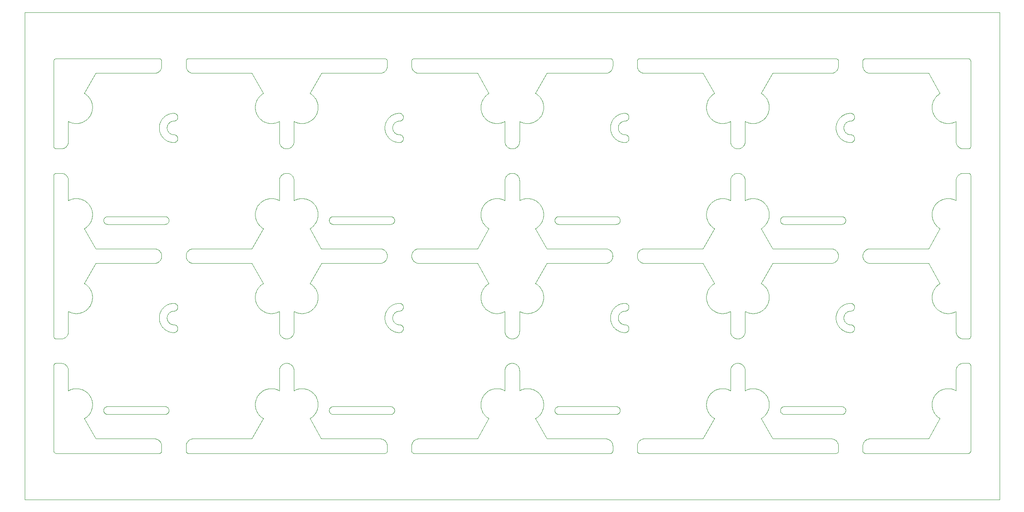
<source format=gbr>
%TF.GenerationSoftware,KiCad,Pcbnew,9.0.2-9.0.2-0~ubuntu24.04.1*%
%TF.CreationDate,2025-05-26T21:58:39+03:00*%
%TF.ProjectId,panelize,70616e65-6c69-47a6-952e-6b696361645f,V01*%
%TF.SameCoordinates,PX2e40d20PY1312d00*%
%TF.FileFunction,Profile,NP*%
%FSLAX46Y46*%
G04 Gerber Fmt 4.6, Leading zero omitted, Abs format (unit mm)*
G04 Created by KiCad (PCBNEW 9.0.2-9.0.2-0~ubuntu24.04.1) date 2025-05-26 21:58:39*
%MOMM*%
%LPD*%
G01*
G04 APERTURE LIST*
%TA.AperFunction,Profile*%
%ADD10C,0.100000*%
%TD*%
G04 APERTURE END LIST*
D10*
X121888843Y-23066921D02*
X121863965Y-23118581D01*
X33600442Y-12126821D02*
X33564098Y-12093881D01*
X76997003Y-22287851D02*
X76961251Y-22293240D01*
X33107954Y-49767969D02*
X33116340Y-49719641D01*
X186127576Y-19826362D02*
X186125206Y-19801569D01*
X193762837Y-9547909D02*
X193784714Y-9558921D01*
X60024119Y-79553312D02*
X60061340Y-79687890D01*
X52243286Y-26719890D02*
X52240924Y-26701663D01*
X29437926Y-42233367D02*
X29451949Y-42253935D01*
X28019241Y-88553220D02*
X28026357Y-88576681D01*
X52376158Y-27151851D02*
X52365676Y-27129688D01*
X60160874Y-19386517D02*
X60162704Y-19528386D01*
X48160551Y-43733751D02*
X48066780Y-43627307D01*
X170129450Y-64548797D02*
X170140251Y-64571225D01*
X74355561Y-11134698D02*
X74353158Y-11159097D01*
X193977462Y-66756511D02*
X193964353Y-66777206D01*
X126970157Y-51489377D02*
X126939994Y-51485498D01*
X187622748Y-55726937D02*
X187643729Y-55713518D01*
X93593992Y-80946317D02*
X93577829Y-80805385D01*
X26859940Y-87526059D02*
X26905040Y-87535030D01*
X29239187Y-43360477D02*
X29218276Y-43373983D01*
X155212253Y-81171062D02*
X155229185Y-81152814D01*
X122718826Y-64035824D02*
X122730688Y-64039483D01*
X13573470Y-79092758D02*
X13630334Y-79220286D01*
X120608744Y-49716118D02*
X120613158Y-49740044D01*
X122524406Y-24958523D02*
X122535591Y-24963909D01*
X169970933Y-20928367D02*
X169984053Y-20941651D01*
X29291011Y-42078310D02*
X29313932Y-42097542D01*
X5980680Y-9830892D02*
X5989495Y-9808041D01*
X120181089Y-23191373D02*
X120185413Y-23166845D01*
X194043086Y-90074218D02*
X194038899Y-90098350D01*
X74223997Y-50626815D02*
X74211065Y-50654597D01*
X60149028Y-41198429D02*
X60158844Y-41337714D01*
X6193973Y-9570993D02*
X6215284Y-9558921D01*
X144996538Y-72716546D02*
X145012854Y-72690882D01*
X105308163Y-56014908D02*
X105327159Y-56031630D01*
X152646333Y-79848319D02*
X152651160Y-79872753D01*
X29538119Y-42977983D02*
X29527188Y-43005835D01*
X121703141Y-43410682D02*
X121670565Y-43426370D01*
X172214901Y-88097380D02*
X172245079Y-88058711D01*
X126121574Y-48897769D02*
X126139740Y-48881305D01*
X104496458Y-38493177D02*
X104519114Y-38503521D01*
X77614642Y-60772178D02*
X77601432Y-60805835D01*
X121736150Y-43393236D02*
X121719808Y-43402268D01*
X75832626Y-81483495D02*
X75838768Y-81507619D01*
X74359170Y-88914218D02*
X74360373Y-88938706D01*
X59373327Y-43641726D02*
X59280470Y-43746006D01*
X79646450Y-49124550D02*
X79673842Y-49087616D01*
X168464026Y-22669619D02*
X168454926Y-22678062D01*
X146778048Y-27911520D02*
X146734854Y-27926245D01*
X16239642Y-42977983D02*
X16231128Y-42954591D01*
X193846656Y-66900784D02*
X193826624Y-66914886D01*
X16250573Y-43005835D02*
X16239642Y-42977983D01*
X171930686Y-49767969D02*
X171939072Y-49719641D01*
X172926788Y-48581998D02*
X172955826Y-48572207D01*
X140726242Y-43752309D02*
X140709039Y-43733751D01*
X30249497Y-64058095D02*
X30305399Y-64070854D01*
X171971204Y-9763794D02*
X171983276Y-9742482D01*
X31317519Y-64571225D02*
X31327188Y-64594164D01*
X60860019Y-51505435D02*
X58503475Y-55629389D01*
X125680358Y-88647736D02*
X125686315Y-88623954D01*
X122975409Y-20704660D02*
X123000284Y-20703418D01*
X54641472Y-27686151D02*
X54580165Y-27731136D01*
X12873359Y-82881021D02*
X12770581Y-82975538D01*
X152670320Y-81018585D02*
X152645463Y-81155986D01*
X13099083Y-82641726D02*
X13006226Y-82746006D01*
X122136499Y-81695035D02*
X122136499Y-81719929D01*
X155029311Y-42536789D02*
X155035969Y-42507619D01*
X75163050Y-65171444D02*
X75061825Y-65098669D01*
X155014469Y-81640262D02*
X155016948Y-81615492D01*
X11525332Y-22664030D02*
X11388451Y-22701361D01*
X29795192Y-63853109D02*
X29805448Y-63860102D01*
X169702442Y-61244497D02*
X169685105Y-61251427D01*
X152697135Y-19194427D02*
X152699382Y-19219635D01*
X152615867Y-79712053D02*
X152646333Y-79848319D01*
X75517281Y-62314890D02*
X75513919Y-62326840D01*
X47877402Y-56618850D02*
X47959415Y-56505842D01*
X75906438Y-24721937D02*
X75915538Y-24730380D01*
X53156728Y-33113769D02*
X53224912Y-33087706D01*
X155177597Y-81213524D02*
X155196252Y-81190131D01*
X26597002Y-48500351D02*
X26652756Y-48502445D01*
X168133093Y-24270080D02*
X168138198Y-24281395D01*
X13884600Y-80337714D02*
X13885731Y-80362595D01*
X27667171Y-62020365D02*
X27697934Y-61899550D01*
X167473910Y-21410109D02*
X167492989Y-21394100D01*
X194048488Y-27499908D02*
X194047886Y-27524411D01*
X105951826Y-43222479D02*
X105938745Y-43243673D01*
X12536977Y-77836726D02*
X12647906Y-77921528D01*
X58370404Y-38564661D02*
X58392516Y-38576121D01*
X170202620Y-25782053D02*
X170205057Y-25800564D01*
X63027504Y-41936135D02*
X63051466Y-41929393D01*
X102609665Y-22757231D02*
X102584699Y-22753088D01*
X106399897Y-41993974D02*
X106396076Y-42018585D01*
X168516564Y-61623666D02*
X168507055Y-61631646D01*
X151879984Y-21689788D02*
X151783568Y-21793874D01*
X59186407Y-78156825D02*
X59283458Y-78257213D01*
X95767520Y-38387753D02*
X95902309Y-38343536D01*
X29416356Y-63464715D02*
X29448656Y-63512090D01*
X79385285Y-9854175D02*
X79392967Y-9830918D01*
X51915710Y-77479081D02*
X51938840Y-77489346D01*
X62478855Y-42853478D02*
X62473660Y-42824012D01*
X76787124Y-61302206D02*
X76729946Y-61306491D01*
X155132311Y-82120930D02*
X155119330Y-82099689D01*
X121858839Y-62129942D02*
X121836567Y-62182778D01*
X51768710Y-61581387D02*
X51637290Y-61628564D01*
X58114871Y-22553057D02*
X57982469Y-22604045D01*
X59186407Y-39156825D02*
X59283458Y-39257213D01*
X30641179Y-64101925D02*
X30649906Y-64102579D01*
X28027176Y-11420362D02*
X28018100Y-11449632D01*
X106177115Y-42783761D02*
X106167339Y-42806669D01*
X121735912Y-42007163D02*
X121766764Y-42026016D01*
X28432807Y-60614420D02*
X28450197Y-60596591D01*
X34320335Y-87525461D02*
X34344491Y-87521269D01*
X125877498Y-11812156D02*
X125864382Y-11791443D01*
X59274194Y-56247273D02*
X59291400Y-56265831D01*
X169661419Y-20740901D02*
X169685016Y-20748829D01*
X168048252Y-24017570D02*
X168062400Y-24073135D01*
X13073974Y-60670792D02*
X13057252Y-60689788D01*
X147272017Y-66618364D02*
X147248998Y-66638238D01*
X94186062Y-78571331D02*
X94271437Y-78458043D01*
X100527968Y-33097313D02*
X100550842Y-33106137D01*
X11508585Y-38331049D02*
X11641829Y-38372796D01*
X76997003Y-25112148D02*
X77021518Y-25116471D01*
X93964454Y-82076114D02*
X93952451Y-82053837D01*
X31372524Y-65059706D02*
X31368483Y-65077934D01*
X126449725Y-87668448D02*
X126477012Y-87654502D01*
X27150836Y-87610691D02*
X27173486Y-87620073D01*
X103246661Y-38202097D02*
X103386087Y-38209674D01*
X76523741Y-25058095D02*
X76579643Y-25070854D01*
X103712465Y-77250789D02*
X103736974Y-77255222D01*
X120137180Y-9500000D02*
X120161678Y-9500601D01*
X168397360Y-59876954D02*
X168515539Y-59837248D01*
X98970853Y-72410436D02*
X99004471Y-72379577D01*
X76403730Y-65664329D02*
X76280954Y-65642680D01*
X58536360Y-38655990D02*
X58655182Y-38729326D01*
X59601713Y-17659303D02*
X59678309Y-17778731D01*
X123762348Y-64401595D02*
X123777379Y-64421438D01*
X126289862Y-51236289D02*
X126269905Y-51222373D01*
X170155988Y-21207858D02*
X170162701Y-21225281D01*
X142200790Y-77336260D02*
X142337645Y-77298926D01*
X55221461Y-34405956D02*
X55225269Y-34489667D01*
X187108729Y-17136284D02*
X187126635Y-17118973D01*
X143707768Y-22749953D02*
X143683222Y-22754170D01*
X28557702Y-60492601D02*
X28651178Y-60410109D01*
X52220345Y-22368054D02*
X52091869Y-22437285D01*
X168269088Y-42245732D02*
X168283111Y-42266300D01*
X55690547Y-61584330D02*
X55666927Y-61575246D01*
X28432807Y-21614420D02*
X28450197Y-21596591D01*
X47846865Y-21336360D02*
X47771630Y-21218732D01*
X76378494Y-61386707D02*
X76325119Y-61407655D01*
X9721232Y-77316402D02*
X9856696Y-77282545D01*
X29574628Y-20876954D02*
X29692807Y-20837248D01*
X103873712Y-38283495D02*
X103897969Y-38289144D01*
X123681272Y-20913817D02*
X123694880Y-20926601D01*
X120138922Y-62787233D02*
X120138301Y-62762335D01*
X53190664Y-72100321D02*
X53224906Y-72087708D01*
X121218745Y-21394100D02*
X121316216Y-21316369D01*
X191929867Y-72134841D02*
X191952280Y-72124906D01*
X120408256Y-22454915D02*
X120462348Y-22342591D01*
X59066720Y-39043931D02*
X59168654Y-39139356D01*
X147060350Y-33224307D02*
X147076056Y-33233852D01*
X33520225Y-48948927D02*
X33537561Y-48931591D01*
X50175963Y-22773841D02*
X50151264Y-22770635D01*
X31023844Y-61171126D02*
X31021721Y-61172497D01*
X99620969Y-66949987D02*
X99576651Y-66937723D01*
X109340116Y-43474659D02*
X109316153Y-43467917D01*
X76982266Y-65690450D02*
X76957566Y-65693545D01*
X31161129Y-61058155D02*
X31143309Y-61075536D01*
X105065307Y-77822098D02*
X105085465Y-77836726D01*
X170094692Y-65315939D02*
X170093374Y-65318097D01*
X193598231Y-27996534D02*
X193573799Y-27998328D01*
X172144768Y-50801242D02*
X172119416Y-50759687D01*
X52232434Y-34374569D02*
X52240657Y-34299847D01*
X98743936Y-66317118D02*
X98733819Y-66301774D01*
X30957870Y-22208858D02*
X30935718Y-22220215D01*
X76915423Y-25101925D02*
X76924150Y-25102579D01*
X171921877Y-9901680D02*
X171927242Y-9877782D01*
X121788163Y-63073159D02*
X121791525Y-63085109D01*
X31249997Y-60050795D02*
X31260610Y-60066156D01*
X73935873Y-63355353D02*
X73911169Y-63233154D01*
X29460610Y-43133843D02*
X29449997Y-43149204D01*
X120635928Y-50011219D02*
X120634624Y-50061623D01*
X54456448Y-27808562D02*
X54429658Y-27822954D01*
X140607747Y-60619355D02*
X140591822Y-60600205D01*
X6049710Y-90298253D02*
X6035607Y-90278229D01*
X13826632Y-57863604D02*
X13831417Y-57888455D01*
X171996384Y-90278212D02*
X171983281Y-90257518D01*
X169125331Y-65686023D02*
X169100549Y-65683543D01*
X188450797Y-38343536D02*
X188475034Y-38336260D01*
X122587901Y-24987512D02*
X122599339Y-24992334D01*
X93564105Y-41446174D02*
X93569468Y-41304419D01*
X75467660Y-23810824D02*
X75473369Y-23867878D01*
X59678309Y-56778731D02*
X59691428Y-56800373D01*
X28767728Y-65083630D02*
X28670257Y-65005899D01*
X54959864Y-33649614D02*
X54985411Y-33687848D01*
X167666381Y-82497266D02*
X167624075Y-82499378D01*
X121757713Y-62936968D02*
X121759868Y-62949192D01*
X166564159Y-63643556D02*
X166527411Y-63524424D01*
X146229907Y-72001782D02*
X146262468Y-72001127D01*
X105952553Y-56778731D02*
X105965672Y-56800373D01*
X47288665Y-19497801D02*
X47288776Y-19472895D01*
X34347551Y-48521005D02*
X34426516Y-48510281D01*
X123829884Y-65299829D02*
X123820448Y-65315939D01*
X122110562Y-42902001D02*
X122102459Y-42930804D01*
X54959864Y-72649614D02*
X54985411Y-72687848D01*
X5953914Y-90049910D02*
X5952112Y-90025484D01*
X121867197Y-81101550D02*
X121881272Y-81113817D01*
X122066007Y-82028774D02*
X122055206Y-82051202D01*
X55225871Y-22371347D02*
X55225841Y-26487708D01*
X169512311Y-65693387D02*
X169509802Y-65693701D01*
X79499201Y-88378767D02*
X79534154Y-88307152D01*
X80378300Y-48581998D02*
X80407338Y-48572207D01*
X147910435Y-22438451D02*
X147779769Y-22368115D01*
X100516469Y-72093039D02*
X100559371Y-72109588D01*
X77078513Y-65670202D02*
X77060448Y-65674922D01*
X75850359Y-42561189D02*
X75854069Y-42585804D01*
X13217846Y-82494152D02*
X13202720Y-82513938D01*
X62469950Y-42799397D02*
X62467471Y-42774628D01*
X125901818Y-90441073D02*
X125880508Y-90429000D01*
X166904049Y-88865301D02*
X166907658Y-88914218D01*
X169274528Y-59703418D02*
X169392938Y-59700465D01*
X108738238Y-81719929D02*
X108738238Y-81695035D01*
X103608960Y-22765827D02*
X103583899Y-22769348D01*
X96226546Y-77262532D02*
X96251394Y-77257745D01*
X52500441Y-27362936D02*
X52490137Y-27347717D01*
X5980694Y-33331933D02*
X5989512Y-33309078D01*
X166527411Y-22875575D02*
X166564159Y-22756443D01*
X123936499Y-21519929D02*
X123935258Y-21544791D01*
X29157870Y-41991141D02*
X29184146Y-42005450D01*
X186943387Y-39310413D02*
X187039785Y-39206343D01*
X27905274Y-90386722D02*
X27885965Y-90401792D01*
X166883659Y-88719641D02*
X166892045Y-88767969D01*
X173421761Y-12500000D02*
X173402976Y-12499646D01*
X58138249Y-22543367D02*
X58114871Y-22553057D01*
X144487328Y-38489346D02*
X144615490Y-38550155D01*
X123838711Y-64516623D02*
X123855206Y-64548797D01*
X155042111Y-42483495D02*
X155049449Y-42459708D01*
X101042324Y-33423027D02*
X101074839Y-33455543D01*
X100978917Y-72365203D02*
X100992611Y-72377462D01*
X172025555Y-90317547D02*
X172010486Y-90298237D01*
X62738073Y-43302457D02*
X62719409Y-43285985D01*
X47435914Y-18525278D02*
X47443361Y-18501512D01*
X29490553Y-61832083D02*
X29455931Y-61877789D01*
X168659349Y-65603858D02*
X168539338Y-65570092D01*
X58925083Y-16923887D02*
X59033919Y-17014908D01*
X141416108Y-38685094D02*
X141437748Y-38671976D01*
X48425429Y-17008059D02*
X48532791Y-16918783D01*
X170209027Y-64959762D02*
X170207516Y-64978371D01*
X74075342Y-61592498D02*
X74123768Y-61477617D01*
X29860753Y-26610003D02*
X29836617Y-26603858D01*
X191523920Y-27593877D02*
X191506164Y-27576972D01*
X141077842Y-61078475D02*
X141058438Y-61062860D01*
X60162726Y-41527102D02*
X60158625Y-41666672D01*
X187619054Y-22270677D02*
X187598193Y-22257072D01*
X5980694Y-72331933D02*
X5989512Y-72309078D01*
X145201744Y-66546476D02*
X145149589Y-66490332D01*
X6377453Y-33006456D02*
X6401767Y-33003465D01*
X104213891Y-77380832D02*
X104344889Y-77429169D01*
X139139980Y-48494564D02*
X141496769Y-44370188D01*
X73488085Y-48637878D02*
X73510114Y-48648206D01*
X48950387Y-83364330D02*
X48946064Y-83361562D01*
X59439239Y-21561956D02*
X59348218Y-21670792D01*
X93924898Y-39998917D02*
X93992135Y-39874008D01*
X56834741Y-22799579D02*
X56809436Y-22799264D01*
X168683485Y-20789996D02*
X168805030Y-20762254D01*
X8730719Y-72719006D02*
X8743323Y-72740035D01*
X108779356Y-81445326D02*
X108785851Y-81427821D01*
X28039801Y-90214328D02*
X28028790Y-90236206D01*
X171960559Y-49623954D02*
X171973642Y-49576681D01*
X119832792Y-51327513D02*
X119788979Y-51349566D01*
X50479091Y-61797905D02*
X50339665Y-61790329D01*
X168687002Y-24897724D02*
X168736658Y-24926393D01*
X31197859Y-25382526D02*
X31213860Y-25401595D01*
X99499150Y-72087708D02*
X99571416Y-72064049D01*
X50975734Y-77223298D02*
X51116221Y-77242955D01*
X100058582Y-72002417D02*
X100088530Y-72004093D01*
X169844195Y-65572109D02*
X169828575Y-65582336D01*
X120533335Y-64189060D02*
X120473711Y-64079571D01*
X47771630Y-60218732D02*
X47758737Y-60197422D01*
X194038895Y-72402706D02*
X194043084Y-72426843D01*
X169608928Y-26674924D02*
X169590806Y-26679418D01*
X167980602Y-43408858D02*
X167958450Y-43420215D01*
X119626865Y-48583521D02*
X119649795Y-48591658D01*
X141583154Y-77589528D02*
X141709694Y-77525412D01*
X119453528Y-12464969D02*
X119405420Y-12474538D01*
X77534854Y-26333843D02*
X77524241Y-26349204D01*
X147773818Y-65510301D02*
X147770056Y-65593384D01*
X77261668Y-25207163D02*
X77292520Y-25226016D01*
X77472103Y-25382526D02*
X77488104Y-25401595D01*
X13855667Y-41035013D02*
X13872414Y-41173636D01*
X119548658Y-51441140D02*
X119525029Y-51447679D01*
X101499513Y-73489667D02*
X101500029Y-73512365D01*
X171939072Y-11280358D02*
X171931211Y-11235052D01*
X123231810Y-59706454D02*
X123256510Y-59709549D01*
X121596587Y-43455936D02*
X121572989Y-43463864D01*
X48062085Y-56377276D02*
X48078179Y-56358268D01*
X172538380Y-87781744D02*
X172558425Y-87767628D01*
X167958450Y-43420215D02*
X167935760Y-43430453D01*
X152043231Y-78509349D02*
X152058181Y-78529269D01*
X186144323Y-19964985D02*
X186127576Y-19826362D01*
X33185946Y-11527937D02*
X33169422Y-11481754D01*
X76915423Y-22298074D02*
X76890548Y-22299316D01*
X173249248Y-87510281D02*
X173279726Y-87507090D01*
X47677644Y-21054264D02*
X47614495Y-20929729D01*
X149496010Y-77201366D02*
X149520905Y-77202097D01*
X75703135Y-81221438D02*
X75720600Y-81245732D01*
X76256542Y-65637745D02*
X76134997Y-65610003D01*
X75075587Y-43499378D02*
X75050647Y-43499998D01*
X122866078Y-61326680D02*
X122853911Y-61329140D01*
X122535613Y-24963920D02*
X122587878Y-24987502D01*
X47504793Y-79327467D02*
X47513877Y-79303848D01*
X6450523Y-9500000D02*
X27588692Y-9500000D01*
X97390465Y-38242955D02*
X97415430Y-38247095D01*
X27436344Y-12235595D02*
X27405770Y-12256024D01*
X30765610Y-22279981D02*
X30747332Y-22283794D01*
X155013228Y-42665124D02*
X155014469Y-42640262D01*
X123691797Y-64324463D02*
X123709617Y-64341844D01*
X123216984Y-61295677D02*
X123198394Y-61297420D01*
X146188758Y-66996316D02*
X146142575Y-66992909D01*
X28853550Y-80903475D02*
X28883322Y-80906454D01*
X62483788Y-42877878D02*
X62478855Y-42853478D01*
X100238080Y-33020594D02*
X100256244Y-33023402D01*
X122599339Y-61407665D02*
X122587901Y-61412487D01*
X155162567Y-43166632D02*
X155148544Y-43146064D01*
X122677974Y-20735670D02*
X122702602Y-20731958D01*
X59588224Y-43360628D02*
X59574102Y-43381144D01*
X13728641Y-20514856D02*
X13720765Y-20538906D01*
X186687252Y-43361259D02*
X186673057Y-43340309D01*
X93633815Y-18819620D02*
X93665491Y-18683629D01*
X186540623Y-78874008D02*
X186553178Y-78852037D01*
X30039413Y-63987512D02*
X30050851Y-63992334D01*
X6049754Y-72202766D02*
X6064828Y-72183456D01*
X48915145Y-22344012D02*
X48796322Y-22270677D01*
X31379050Y-64779617D02*
X31384321Y-64821680D01*
X186134961Y-41112722D02*
X186154636Y-40972236D01*
X187108729Y-56136284D02*
X187126635Y-56118973D01*
X166704492Y-50757210D02*
X166688900Y-50783590D01*
X100112151Y-66994510D02*
X100066593Y-66997276D01*
X126037006Y-48982230D02*
X126068713Y-48948927D01*
X29310351Y-23129942D02*
X29288079Y-23182778D01*
X121898904Y-43268604D02*
X121881084Y-43285985D01*
X141607477Y-61423882D02*
X141485147Y-61356560D01*
X171973642Y-88576681D02*
X171980758Y-88553220D01*
X30374082Y-22316719D02*
X30317615Y-22326676D01*
X16271043Y-43051202D02*
X16260242Y-43028774D01*
X76261347Y-22436090D02*
X76250162Y-22441476D01*
X59824196Y-81956078D02*
X59759943Y-82080047D01*
X126167494Y-87857165D02*
X126203040Y-87827993D01*
X150839245Y-61474877D02*
X150816387Y-61485739D01*
X148557088Y-22687133D02*
X148532669Y-22680485D01*
X31346633Y-65154591D02*
X31338119Y-65177983D01*
X173402997Y-51499648D02*
X173347243Y-51497554D01*
X54768080Y-72423027D02*
X54800595Y-72455543D01*
X148362708Y-38371437D02*
X148386352Y-38363609D01*
X13776013Y-20354527D02*
X13769365Y-20378946D01*
X193884582Y-33130186D02*
X193902322Y-33147074D01*
X170205058Y-64999427D02*
X170202160Y-65017871D01*
X77612363Y-65177983D02*
X77601432Y-65205835D01*
X155373877Y-82368596D02*
X155349156Y-82351741D01*
X75606840Y-43285985D02*
X75588176Y-43302457D01*
X191059530Y-65671281D02*
X191054811Y-65623369D01*
X166484361Y-23044646D02*
X166489903Y-23020365D01*
X145575730Y-72174194D02*
X145602693Y-72160129D01*
X122139617Y-24681884D02*
X122180664Y-24721920D01*
X29982298Y-65637745D02*
X29860753Y-65610003D01*
X120393736Y-90429000D02*
X120372425Y-90441073D01*
X33122685Y-88689668D02*
X33140391Y-88615112D01*
X168507055Y-24768353D02*
X168516564Y-24776333D01*
X169685105Y-25148572D02*
X169702442Y-25155502D01*
X75496995Y-63005443D02*
X75499758Y-63017545D01*
X105675686Y-56391689D02*
X105763972Y-56502755D01*
X93963702Y-21076190D02*
X93951888Y-21054264D01*
X123933020Y-60419112D02*
X123933272Y-60421628D01*
X27848257Y-50812156D02*
X27821006Y-50852940D01*
X33185091Y-49475012D02*
X33195944Y-49446354D01*
X147774244Y-38628739D02*
X147774349Y-38633033D01*
X166747955Y-25079571D02*
X166736592Y-25057408D01*
X52377537Y-66154591D02*
X52364605Y-66126809D01*
X53032794Y-66828890D02*
X53005857Y-66814279D01*
X172138626Y-49208556D02*
X172151742Y-49187843D01*
X173279726Y-87507090D02*
X173328842Y-87503467D01*
X122599339Y-22407665D02*
X122587901Y-22412487D01*
X169140347Y-64073323D02*
X169196814Y-64083280D01*
X8047671Y-33124908D02*
X8070085Y-33134843D01*
X94886140Y-38858417D02*
X95001512Y-38775880D01*
X166815086Y-11525049D02*
X166803882Y-11553571D01*
X151202371Y-55728499D02*
X151319857Y-55808042D01*
X77612363Y-60222016D02*
X77620877Y-60245408D01*
X123855206Y-60148797D02*
X123866007Y-60171225D01*
X80269654Y-87623907D02*
X80340806Y-87595453D01*
X101500115Y-22371347D02*
X101500085Y-26487708D01*
X170111052Y-26286546D02*
X170096091Y-26312458D01*
X152697135Y-58194427D02*
X152699382Y-58219635D01*
X6401600Y-90497596D02*
X6377292Y-90494598D01*
X75075587Y-82499378D02*
X75050647Y-82499998D01*
X75968076Y-61623666D02*
X75958567Y-61631646D01*
X152153125Y-78663641D02*
X152228361Y-78781269D01*
X145201744Y-27546476D02*
X145149589Y-27490332D01*
X166489903Y-63379634D02*
X166484361Y-63355353D01*
X63090141Y-43480198D02*
X63065872Y-43474659D01*
X191504082Y-72425321D02*
X191526146Y-72404055D01*
X170000793Y-64360092D02*
X170020591Y-64382526D01*
X120528433Y-50556383D02*
X120498241Y-50626815D01*
X60162726Y-80527102D02*
X60158625Y-80666672D01*
X122287188Y-24812114D02*
X122297084Y-24819609D01*
X79424517Y-11420313D02*
X79404989Y-11346222D01*
X30842393Y-61258508D02*
X30824586Y-61264123D01*
X101484495Y-34295296D02*
X101493178Y-34373598D01*
X27779672Y-9537987D02*
X27802063Y-9547913D01*
X140626667Y-17358268D02*
X140719524Y-17253988D01*
X98579513Y-34021763D02*
X98594775Y-33978756D01*
X121836557Y-62182801D02*
X121832022Y-62194356D01*
X59813001Y-59978599D02*
X59801574Y-60001180D01*
X54475160Y-33202045D02*
X54514601Y-33225685D01*
X121971384Y-82186475D02*
X121952729Y-82209868D01*
X31386295Y-64840246D02*
X31387575Y-64858873D01*
X120046930Y-12190711D02*
X119982345Y-12237393D01*
X147446283Y-33565922D02*
X147464988Y-33590196D01*
X123519675Y-64197968D02*
X123541233Y-64210415D01*
X152705519Y-19695470D02*
X152703923Y-19720727D01*
X186973918Y-60724456D02*
X186881991Y-60619355D01*
X167861419Y-43459098D02*
X167826869Y-43469755D01*
X170051623Y-26378561D02*
X170036592Y-26398404D01*
X171927246Y-90122219D02*
X171921881Y-90098321D01*
X74290670Y-88544460D02*
X74304018Y-88588463D01*
X139916703Y-79783242D02*
X139950489Y-79645468D01*
X29564524Y-81507619D02*
X29571182Y-81536789D01*
X166419380Y-62488250D02*
X166421241Y-62463414D01*
X186336609Y-79303848D02*
X186390866Y-79172778D01*
X29298584Y-26408029D02*
X29276144Y-26397223D01*
X50151264Y-22770635D02*
X50013286Y-22749214D01*
X30628735Y-59701343D02*
X30647345Y-59702854D01*
X28251393Y-60819988D02*
X28331530Y-60724484D01*
X30576428Y-26699689D02*
X30451796Y-26696581D01*
X121952729Y-82209868D02*
X121936728Y-82228937D01*
X106423272Y-41198429D02*
X106433088Y-41337714D01*
X170160851Y-25622016D02*
X170169365Y-25645408D01*
X29302711Y-43312359D02*
X29283249Y-43327880D01*
X53811242Y-33003683D02*
X53857425Y-33007090D01*
X95333233Y-61423882D02*
X95210903Y-61356560D01*
X77417553Y-25324463D02*
X77435373Y-25341844D01*
X122297104Y-63819624D02*
X122343659Y-63853095D01*
X123631737Y-64272119D02*
X123651199Y-64287640D01*
X79724656Y-50974689D02*
X79674821Y-50913283D01*
X139850962Y-19801569D02*
X139841146Y-19662283D01*
X75825468Y-26514526D02*
X75709416Y-26468979D01*
X29340366Y-24333100D02*
X29346030Y-24344147D01*
X169983861Y-64341844D02*
X170000793Y-64360092D01*
X52089582Y-38561578D02*
X52220235Y-38631886D01*
X122189782Y-61669619D02*
X122180682Y-61678062D01*
X99668429Y-72038365D02*
X99713091Y-72028996D01*
X145821666Y-66928463D02*
X145804111Y-66923020D01*
X60096975Y-42155986D02*
X60091931Y-42180376D01*
X33420447Y-9529172D02*
X33443704Y-9521488D01*
X122128313Y-81585804D02*
X122132033Y-81615492D01*
X31368483Y-25722065D02*
X31372524Y-25740293D01*
X95966866Y-61675805D02*
X95942921Y-61668954D01*
X48168045Y-60742788D02*
X48151186Y-60724456D01*
X28348010Y-21705811D02*
X28432807Y-21614420D01*
X151717142Y-78139356D02*
X151734895Y-78156825D01*
X187332682Y-61062860D02*
X187226117Y-60972634D01*
X77045787Y-61277989D02*
X77021518Y-61283528D01*
X27838454Y-49173390D02*
X27858212Y-49204069D01*
X120430412Y-11757302D02*
X120414497Y-11783489D01*
X152308431Y-43080047D02*
X152296422Y-43101867D01*
X123541233Y-59810415D02*
X123566764Y-59826016D01*
X140199142Y-78998917D02*
X140266379Y-78874008D01*
X31338119Y-26177983D02*
X31327188Y-26205835D01*
X166202809Y-87727260D02*
X166223522Y-87740376D01*
X76701165Y-65695339D02*
X76576843Y-65686023D01*
X99887851Y-33005489D02*
X99935449Y-33002599D01*
X31386024Y-21440262D02*
X31387265Y-21465124D01*
X33112118Y-50256949D02*
X33104934Y-50211884D01*
X59590698Y-78643000D02*
X59604637Y-78663641D01*
X151202371Y-16728499D02*
X151319857Y-16808042D01*
X79694691Y-9529172D02*
X79717948Y-9521488D01*
X16284693Y-82077827D02*
X16271043Y-82051202D01*
X77333642Y-59854053D02*
X77357493Y-59872119D01*
X16327764Y-42250795D02*
X16348870Y-42221438D01*
X171917691Y-9925813D02*
X171921877Y-9901680D01*
X94442289Y-21742788D02*
X94425430Y-21724456D01*
X27776835Y-49086600D02*
X27794975Y-49111008D01*
X109287562Y-82459098D02*
X109263965Y-82451170D01*
X99261328Y-33195873D02*
X99301396Y-33174032D01*
X16231128Y-81954591D02*
X16223790Y-81930804D01*
X76579667Y-25070859D02*
X76591834Y-25073319D01*
X11060472Y-22765827D02*
X11035411Y-22769348D01*
X145802064Y-72077542D02*
X145845603Y-72063873D01*
X104033128Y-77324197D02*
X104057073Y-77331049D01*
X165686588Y-48526969D02*
X165716458Y-48532676D01*
X97082248Y-22792398D02*
X96942761Y-22798742D01*
X147464988Y-33590196D02*
X147511669Y-33654781D01*
X28082304Y-90074188D02*
X28078118Y-90098321D01*
X169128155Y-64070859D02*
X169140322Y-64073319D01*
X122866103Y-25073323D02*
X122922570Y-25083280D01*
X80655098Y-12484276D02*
X80630847Y-12480679D01*
X155634993Y-80920471D02*
X155653169Y-80916203D01*
X123746347Y-20982526D02*
X123762348Y-21001595D01*
X73870892Y-62488250D02*
X73872753Y-62463414D01*
X170205058Y-25999427D02*
X170202160Y-26017871D01*
X73885140Y-12095940D02*
X73853342Y-12124761D01*
X98667346Y-72814735D02*
X98684428Y-72782489D01*
X104779940Y-83361988D02*
X104775614Y-83364755D01*
X59747934Y-82101867D02*
X59677582Y-82222479D01*
X169549157Y-65687363D02*
X169530790Y-65690719D01*
X166583372Y-88065918D02*
X166602077Y-88090191D01*
X186127576Y-58826362D02*
X186125206Y-58801569D01*
X16250573Y-81394164D02*
X16260242Y-81371225D01*
X168110811Y-63217221D02*
X168133083Y-63270057D01*
X72927441Y-87502467D02*
X72945401Y-87503467D01*
X59026077Y-82991934D02*
X58918716Y-83081210D01*
X104644648Y-38564661D02*
X104666760Y-38576121D01*
X122004419Y-24522210D02*
X122039041Y-24567916D01*
X169472638Y-64102579D02*
X169491228Y-64104322D01*
X155024378Y-42561189D02*
X155029311Y-42536789D01*
X8467092Y-72397772D02*
X8502617Y-72431595D01*
X152088857Y-21428832D02*
X152003465Y-21542138D01*
X123907130Y-60716581D02*
X123901962Y-60734523D01*
X167885016Y-80948829D02*
X167908189Y-80957924D01*
X28670257Y-60394100D02*
X28767728Y-60316369D01*
X12912163Y-78156825D02*
X13009214Y-78257213D01*
X123921638Y-60346521D02*
X123927916Y-60382128D01*
X166688900Y-50783590D02*
X166664299Y-50822440D01*
X122099712Y-59885473D02*
X122123116Y-59876954D01*
X121670565Y-82426370D02*
X121647875Y-82436608D01*
X145749226Y-27903542D02*
X145720568Y-27892688D01*
X125839165Y-49250628D02*
X125864382Y-49208556D01*
X140505248Y-21490652D02*
X140490298Y-21470732D01*
X77435373Y-22058155D02*
X77417553Y-22075536D01*
X106358289Y-59216729D02*
X106324501Y-59354527D01*
X74944501Y-21394100D02*
X75041972Y-21316369D01*
X141348504Y-16726937D02*
X141369485Y-16713518D01*
X28082308Y-9925813D02*
X28085305Y-9950122D01*
X144791774Y-65719890D02*
X144789412Y-65701663D01*
X125963169Y-11931710D02*
X125948086Y-11912383D01*
X146142575Y-66992909D02*
X146112097Y-66989718D01*
X121719801Y-41997727D02*
X121735912Y-42007163D01*
X59773882Y-56945806D02*
X59838003Y-57072370D01*
X192163570Y-27948241D02*
X192133986Y-27940249D01*
X33121123Y-49695595D02*
X33131870Y-49647736D01*
X13360382Y-21290756D02*
X13280839Y-21408242D01*
X13418521Y-39802578D02*
X13487800Y-39923810D01*
X192459580Y-33004120D02*
X192490178Y-33002429D01*
X75284340Y-41932082D02*
X75312931Y-41940901D01*
X51159280Y-22749953D02*
X51134734Y-22754170D01*
X59893095Y-42806669D02*
X59835102Y-42933686D01*
X8002354Y-33106137D02*
X8047671Y-33124908D01*
X166520666Y-61899550D02*
X166527411Y-61875575D01*
X123927916Y-21382128D02*
X123930814Y-21400572D01*
X166807579Y-61210939D02*
X166820032Y-61189370D01*
X166557917Y-50964742D02*
X166533900Y-50992585D01*
X98620042Y-27084845D02*
X98610660Y-27062194D01*
X30989623Y-22191566D02*
X30957870Y-22208858D01*
X55205196Y-73261982D02*
X55208227Y-73280110D01*
X56947522Y-77201366D02*
X56972417Y-77202097D01*
X75861509Y-81665124D02*
X75862255Y-81695035D01*
X109522387Y-43499007D02*
X109497523Y-43498385D01*
X54219142Y-72084779D02*
X54242225Y-72093039D01*
X60143631Y-80855505D02*
X60125653Y-80993974D01*
X13527330Y-21001180D02*
X13460081Y-21126110D01*
X76924150Y-25102579D02*
X76942740Y-25104322D01*
X126515807Y-87636153D02*
X126543898Y-87623907D01*
X106237328Y-81630645D02*
X106228705Y-81654011D01*
X167272929Y-21596591D02*
X167362177Y-21509542D01*
X27107933Y-87594142D02*
X27150836Y-87610691D01*
X103108985Y-61799579D02*
X103083680Y-61799264D01*
X125679233Y-11346222D02*
X125671177Y-11310345D01*
X74336551Y-22082990D02*
X74350064Y-22062068D01*
X145214498Y-66559710D02*
X145201744Y-66546476D01*
X144309501Y-77415760D02*
X144333121Y-77424841D01*
X193670707Y-33015880D02*
X193694313Y-33022412D01*
X93821168Y-20779714D02*
X93811596Y-20756721D01*
X120237237Y-12017769D02*
X120207645Y-12048850D01*
X13881191Y-58720727D02*
X13868659Y-58862053D01*
X58267899Y-61485739D02*
X58138249Y-61543367D01*
X123073816Y-64098415D02*
X123164792Y-64100683D01*
X13664126Y-20696200D02*
X13609861Y-20827293D01*
X57982469Y-61604045D02*
X57958629Y-61612539D01*
X29982298Y-26637745D02*
X29860753Y-26610003D01*
X30918774Y-59771968D02*
X30935840Y-59779541D01*
X120486688Y-88348142D02*
X120497170Y-88370305D01*
X172071676Y-50671415D02*
X172038121Y-50599803D01*
X145779035Y-72085393D02*
X145802064Y-72077542D01*
X54783328Y-27562065D02*
X54750471Y-27593734D01*
X123709617Y-25341844D02*
X123726549Y-25360092D01*
X11864005Y-22543367D02*
X11840627Y-22553057D01*
X123762348Y-65398404D02*
X123746347Y-65417473D01*
X123932556Y-25819153D02*
X123935258Y-25855208D01*
X145329913Y-72336500D02*
X145387695Y-72291897D01*
X121520031Y-82477989D02*
X121495762Y-82483528D01*
X172661994Y-12297956D02*
X172622552Y-12274316D01*
X188334591Y-22619170D02*
X188203593Y-22570834D01*
X152241253Y-39802578D02*
X152310532Y-39923810D01*
X146937158Y-72155815D02*
X146959057Y-72166838D01*
X145012854Y-72690882D02*
X145055586Y-72627985D01*
X79688925Y-11931710D02*
X79673842Y-11912383D01*
X192163519Y-33051757D02*
X192238067Y-33034053D01*
X140445592Y-39591919D02*
X140460306Y-39571331D01*
X170000793Y-61039907D02*
X169983861Y-61058155D01*
X101439178Y-34082676D02*
X101444405Y-34100296D01*
X121558584Y-80932082D02*
X121587175Y-80940901D01*
X99143137Y-72270665D02*
X99173327Y-72250166D01*
X168031957Y-23936968D02*
X168034112Y-23949192D01*
X147511669Y-72654781D02*
X147528850Y-72680156D01*
X27633094Y-51074806D02*
X27610771Y-51095800D01*
X48066780Y-43627307D02*
X48050539Y-43607901D01*
X6064779Y-90317562D02*
X6049710Y-90298253D01*
X77637381Y-25701539D02*
X77646814Y-25742869D01*
X186247752Y-42436168D02*
X186210436Y-42299308D01*
X106404155Y-41035013D02*
X106420902Y-41173636D01*
X6035645Y-27777206D02*
X6022536Y-27756511D01*
X101153753Y-66456355D02*
X101101692Y-66515888D01*
X54568613Y-72260689D02*
X54606208Y-72287167D01*
X77357493Y-25272119D02*
X77376955Y-25287640D01*
X165679664Y-12474538D02*
X165655508Y-12478730D01*
X27597926Y-48892033D02*
X27633374Y-48925394D01*
X106301400Y-57563551D02*
X106338731Y-57700432D01*
X191184732Y-33878760D02*
X191218339Y-33809903D01*
X109074912Y-43351741D02*
X109054700Y-43337210D01*
X150464561Y-38372796D02*
X150488135Y-38380832D01*
X121737804Y-23728694D02*
X121738113Y-23741103D01*
X30668496Y-64104322D02*
X30687007Y-64106759D01*
X76523741Y-64058095D02*
X76579643Y-64070854D01*
X186130604Y-19144491D02*
X186148581Y-19006022D01*
X5951511Y-9999012D02*
X5952112Y-9974515D01*
X75495707Y-43372109D02*
X75480087Y-43382336D01*
X142400527Y-61716508D02*
X142376270Y-61710858D01*
X123936499Y-21495035D02*
X123936499Y-21519929D01*
X1098Y-99999876D02*
X6111Y-99999999D01*
X168805030Y-26637745D02*
X168683485Y-26610003D01*
X28251393Y-21819988D02*
X28331530Y-21724484D01*
X152703923Y-19720727D02*
X152691391Y-19862053D01*
X166736592Y-25057408D02*
X166682500Y-24945084D01*
X6450523Y-90500000D02*
X6426026Y-90499398D01*
X29099387Y-43436608D02*
X29076214Y-43445702D01*
X123924871Y-21638853D02*
X123921058Y-21657130D01*
X29350416Y-42131395D02*
X29371308Y-42152814D01*
X79471566Y-49443616D02*
X79501758Y-49373184D01*
X77376955Y-59887640D02*
X77395620Y-59904111D01*
X74361878Y-89006119D02*
X74361945Y-90000954D01*
X59902871Y-42783761D02*
X59893095Y-42806669D01*
X49668677Y-22668954D02*
X49535433Y-22627207D01*
X191636073Y-27689033D02*
X191616745Y-27673949D01*
X101168057Y-72561248D02*
X101216310Y-72624669D01*
X148231288Y-77418613D02*
X148362708Y-77371437D01*
X77116637Y-22258508D02*
X77098830Y-22264123D01*
X60019881Y-57539312D02*
X60027156Y-57563551D01*
X97083533Y-77207911D02*
X97224836Y-77220428D01*
X54946251Y-66369577D02*
X54900507Y-66430319D01*
X54083957Y-66955291D02*
X54054312Y-66962078D01*
X155561806Y-82459098D02*
X155538209Y-82451170D01*
X126137063Y-9500000D02*
X166411424Y-9500000D01*
X121928171Y-22994702D02*
X121921964Y-23005452D01*
X77555640Y-21899829D02*
X77546204Y-21915939D01*
X122343680Y-63853109D02*
X122353936Y-63860102D01*
X74324504Y-49668477D02*
X74334500Y-49716118D01*
X166459657Y-23166845D02*
X166484361Y-23044646D01*
X101024568Y-33406122D02*
X101042324Y-33423027D01*
X73887413Y-87906118D02*
X73905169Y-87923024D01*
X56618661Y-77209355D02*
X56643505Y-77207603D01*
X123430562Y-61243570D02*
X123396587Y-61255936D01*
X186204400Y-81274733D02*
X186174063Y-81136159D01*
X149028152Y-38222643D02*
X149167149Y-38209355D01*
X125827081Y-49271959D02*
X125839165Y-49250628D01*
X121610772Y-80948829D02*
X121633945Y-80957924D01*
X76915423Y-61298074D02*
X76890548Y-61299316D01*
X101473296Y-65775266D02*
X101467226Y-65805065D01*
X199993863Y0D02*
X6136Y0D01*
X33311327Y-90415896D02*
X33291302Y-90401792D01*
X100783623Y-72222467D02*
X100822472Y-72247069D01*
X79368554Y-50115142D02*
X79365479Y-50064506D01*
X185410976Y-12500140D02*
X185405377Y-12500000D01*
X144794805Y-65738017D02*
X144791774Y-65719890D01*
X30918774Y-65628031D02*
X30885457Y-65642075D01*
X120998685Y-21596591D02*
X121087933Y-21509542D01*
X194026991Y-66644805D02*
X194019304Y-66668066D01*
X16815897Y-43480198D02*
X16791628Y-43474659D01*
X48591694Y-77873657D02*
X48611896Y-77858417D01*
X193989540Y-66735197D02*
X193977462Y-66756511D01*
X27305926Y-51315955D02*
X27284304Y-51327513D01*
X169702442Y-64155502D02*
X169735760Y-64169546D01*
X49058989Y-61423882D02*
X48936659Y-61356560D01*
X75712170Y-82166632D02*
X75697140Y-82186475D01*
X191048405Y-73512344D02*
X191048922Y-73489646D01*
X29568483Y-42522065D02*
X29572524Y-42540293D01*
X191397723Y-66460236D02*
X191382169Y-66441284D01*
X30916459Y-20770924D02*
X30949035Y-20786611D01*
X8666010Y-66377787D02*
X8644106Y-66407321D01*
X99430972Y-33113769D02*
X99502000Y-33086619D01*
X109104786Y-81027890D02*
X109120406Y-81017663D01*
X8294369Y-72260689D02*
X8334472Y-72288933D01*
X30882239Y-20755994D02*
X30899489Y-20763139D01*
X16506212Y-82337210D02*
X16486750Y-82321689D01*
X105763972Y-17502755D02*
X105779213Y-17522959D01*
X94378178Y-39329408D02*
X94394899Y-39310413D01*
X97741660Y-38319653D02*
X97877552Y-38360355D01*
X30104250Y-61386707D02*
X30050875Y-61407655D01*
X29318709Y-81101550D02*
X29332784Y-81113817D01*
X94137525Y-56639366D02*
X94151646Y-56618850D01*
X27799702Y-88117072D02*
X27827946Y-88157175D01*
X101636191Y-22438451D02*
X101505525Y-22368115D01*
X27173486Y-87620073D02*
X27215524Y-87638708D01*
X75309607Y-26266101D02*
X75288355Y-26253114D01*
X8704477Y-33677565D02*
X8730719Y-33719006D01*
X147779748Y-61368103D02*
X147775916Y-61366161D01*
X168311052Y-81313453D02*
X168322957Y-81335314D01*
X94508958Y-39188220D02*
X94610503Y-39089165D01*
X120355377Y-88127014D02*
X120369494Y-88147059D01*
X170195882Y-21346521D02*
X170202160Y-21382128D01*
X74011607Y-11962562D02*
X73983576Y-11995059D01*
X13888593Y-80502196D02*
X13888482Y-80527102D01*
X75538150Y-23248284D02*
X75534196Y-23260051D01*
X62663765Y-82228937D02*
X62647764Y-82209868D01*
X120305303Y-90470827D02*
X120282047Y-90478511D01*
X99937420Y-66997519D02*
X99915443Y-66996384D01*
X125998900Y-50974689D02*
X125949065Y-50913283D01*
X33925751Y-87655814D02*
X33967319Y-87636153D01*
X106087245Y-20978599D02*
X106075818Y-21001180D01*
X58070645Y-77429169D02*
X58093788Y-77438371D01*
X56667657Y-22793906D02*
X56642400Y-22792310D01*
X171954602Y-11352263D02*
X171943855Y-11304404D01*
X166983320Y-64461160D02*
X166968781Y-64440938D01*
X75534196Y-24139948D02*
X75538150Y-24151715D01*
X51637290Y-61628564D02*
X51613646Y-61636392D01*
X190914601Y-61437285D02*
X190892388Y-61448550D01*
X60043609Y-59378946D02*
X60002885Y-59514856D01*
X146945717Y-66839703D02*
X146876861Y-66871966D01*
X27650681Y-48942495D02*
X27684463Y-48977542D01*
X122071820Y-81385015D02*
X122081489Y-81407954D01*
X186255025Y-81460406D02*
X186247752Y-81436168D01*
X98805391Y-66405033D02*
X98787288Y-66380307D01*
X139860717Y-80112722D02*
X139880392Y-79972236D01*
X123895121Y-21245408D02*
X123902459Y-21269195D01*
X29500225Y-81335314D02*
X29511026Y-81357743D01*
X170036592Y-60998404D02*
X170020591Y-61017473D01*
X5961103Y-72402706D02*
X5966472Y-72378804D01*
X100701172Y-66824315D02*
X100668715Y-66840995D01*
X75690600Y-63464715D02*
X75722900Y-63512090D01*
X122853887Y-61329145D02*
X122797985Y-61341904D01*
X28557702Y-64907398D02*
X28539445Y-64890457D01*
X73853342Y-12124761D02*
X73830015Y-12144634D01*
X168408756Y-42640262D02*
X168409997Y-42665124D01*
X6237277Y-72048933D02*
X6259676Y-72039011D01*
X100274292Y-33026877D02*
X100346268Y-33042115D01*
X75183628Y-21214525D02*
X75288355Y-21146885D01*
X123189667Y-25101925D02*
X123198394Y-25102579D01*
X30957870Y-25191141D02*
X30989623Y-25208433D01*
X29584534Y-81774628D02*
X29582055Y-81799397D01*
X6064828Y-72183456D02*
X6080833Y-72164908D01*
X123424702Y-59754297D02*
X123447875Y-59763391D01*
X29259952Y-24139948D02*
X29263906Y-24151715D01*
X77245431Y-59797968D02*
X77266989Y-59810415D01*
X47292658Y-58662283D02*
X47291527Y-58637403D01*
X12356266Y-44286476D02*
X12231473Y-44361975D01*
X168873607Y-24992344D02*
X168926982Y-25013292D01*
X27614019Y-23314651D02*
X27632601Y-23191373D01*
X166742917Y-50687396D02*
X166704492Y-50757210D01*
X123819130Y-21918097D02*
X123809098Y-21933843D01*
X29481396Y-43099829D02*
X29471960Y-43115939D01*
X75461668Y-42007163D02*
X75492520Y-42026016D01*
X155487465Y-82430453D02*
X155464775Y-82420215D01*
X16204736Y-81542771D02*
X16205237Y-81540293D01*
X63198476Y-82496526D02*
X63168683Y-82493545D01*
X47545640Y-81774800D02*
X47535953Y-81751422D01*
X74525637Y-21819988D02*
X74605774Y-21724484D01*
X77392953Y-26498449D02*
X77365255Y-26521689D01*
X74622254Y-60705811D02*
X74707051Y-60614420D01*
X121087933Y-64890457D02*
X120998685Y-64803408D01*
X121706358Y-80991141D02*
X121732634Y-81005450D01*
X186112593Y-80446174D02*
X186117956Y-80304419D01*
X102088464Y-77371437D02*
X102112108Y-77363609D01*
X120263943Y-50988191D02*
X120231003Y-51024535D01*
X79953069Y-87809288D02*
X80017654Y-87762606D01*
X140335492Y-56756321D02*
X140411769Y-56639366D01*
X147417111Y-33530377D02*
X147446283Y-33565922D01*
X60869360Y-51500000D02*
X60863761Y-51500140D01*
X62859260Y-42010415D02*
X62880818Y-41997968D01*
X16190991Y-81744791D02*
X16189750Y-81719929D01*
X73872753Y-23463414D02*
X73885167Y-23339363D01*
X27754920Y-88058711D02*
X27785098Y-88097380D01*
X151949930Y-17391689D02*
X152038216Y-17502755D01*
X28004817Y-88509557D02*
X28019241Y-88553220D01*
X167836843Y-21146885D02*
X167858095Y-21133898D01*
X155673982Y-80912179D02*
X155692426Y-80909281D01*
X94754894Y-77961931D02*
X94865938Y-77873657D01*
X193805924Y-66927987D02*
X193784606Y-66940057D01*
X75856688Y-63672980D02*
X75865356Y-63681866D01*
X155132311Y-43120930D02*
X155119330Y-43099689D01*
X169983861Y-61058155D02*
X169966041Y-61075536D01*
X121740972Y-62601603D02*
X121738114Y-62658871D01*
X121771239Y-63005443D02*
X121774002Y-63017545D01*
X168413861Y-24681884D02*
X168454908Y-24721920D01*
X172507364Y-51195367D02*
X172483409Y-51176632D01*
X104073820Y-61664030D02*
X103936939Y-61701361D01*
X75772552Y-22822358D02*
X75764812Y-22832063D01*
X99530725Y-33076630D02*
X99574264Y-33062961D01*
X27984847Y-25189060D02*
X27925223Y-25079571D01*
X31249997Y-64450795D02*
X31260610Y-64466156D01*
X27749359Y-63667165D02*
X27741427Y-63643556D01*
X5956912Y-90074218D02*
X5953914Y-90049910D01*
X123746347Y-61017473D02*
X123726549Y-61039907D01*
X145554345Y-66814279D02*
X145488138Y-66775692D01*
X141232786Y-16805079D02*
X141348504Y-16726937D01*
X167362177Y-64890457D02*
X167272929Y-64803408D01*
X80020053Y-12239312D02*
X79979950Y-12211068D01*
X109035238Y-42078310D02*
X109054700Y-42062789D01*
X149028152Y-77222643D02*
X149167149Y-77209355D01*
X47289861Y-41446174D02*
X47295224Y-41304419D01*
X155119093Y-42300178D02*
X155128927Y-42284307D01*
X169780602Y-22208858D02*
X169758450Y-22220215D01*
X152691391Y-58862053D02*
X152688518Y-58887196D01*
X98549373Y-73123853D02*
X98571237Y-73047851D01*
X29437926Y-82166632D02*
X29422896Y-82186475D01*
X7613683Y-72010094D02*
X7656277Y-72015348D01*
X73864678Y-23612766D02*
X73870892Y-23488250D01*
X31388166Y-60501269D02*
X31388283Y-60519940D01*
X152695146Y-80173636D02*
X152697516Y-80198429D01*
X53865188Y-27992261D02*
X53840945Y-27994326D01*
X186473386Y-39998917D02*
X186540623Y-39874008D01*
X95587930Y-38456924D02*
X95611306Y-38447234D01*
X75336528Y-80948829D02*
X75359701Y-80957924D01*
X108922008Y-82209868D02*
X108903353Y-82186475D01*
X123886607Y-65177983D02*
X123875676Y-65205835D01*
X121958082Y-61945754D02*
X121928183Y-61994680D01*
X188515354Y-22675805D02*
X188491409Y-22668954D01*
X29591112Y-61718133D02*
X29582444Y-61727019D01*
X13869387Y-80855505D02*
X13851409Y-80993974D01*
X8901583Y-65879009D02*
X8889319Y-65923327D01*
X52220256Y-38631897D02*
X52224088Y-38633839D01*
X170176703Y-64669195D02*
X170184806Y-64697998D01*
X80442690Y-51438646D02*
X80419391Y-51431635D01*
X30885457Y-25157924D02*
X30913028Y-25169546D01*
X122265094Y-20829907D02*
X122385105Y-20796141D01*
X47291369Y-80613322D02*
X47289545Y-80471478D01*
X106432869Y-41666672D02*
X106431517Y-41691542D01*
X13026074Y-39275546D02*
X13118001Y-39380646D01*
X125652470Y-11204734D02*
X125646841Y-11159097D01*
X126820715Y-87535030D02*
X126868823Y-87525461D01*
X126556478Y-51381706D02*
X126511914Y-51362121D01*
X172483409Y-51176632D02*
X172422627Y-51126038D01*
X171921881Y-90098321D02*
X171917695Y-90074188D01*
X47354528Y-57844010D02*
X47359571Y-57819620D01*
X49034666Y-38589528D02*
X49161206Y-38525412D01*
X147774465Y-61367028D02*
X147774359Y-61371323D01*
X79458339Y-49477905D02*
X79464637Y-49460639D01*
X31249997Y-60949204D02*
X31228891Y-60978561D01*
X169849348Y-26568596D02*
X169828437Y-26582102D01*
X77544886Y-25481902D02*
X77546204Y-25484060D01*
X59540369Y-60428832D02*
X59454977Y-60542138D01*
X75774469Y-81335314D02*
X75785270Y-81357743D01*
X152637935Y-20192005D02*
X152632533Y-20216729D01*
X123691797Y-61075536D02*
X123669864Y-61095888D01*
X191382169Y-66441284D02*
X191351992Y-66402615D01*
X169128131Y-61329145D02*
X169072229Y-61341904D01*
X47319748Y-41946317D02*
X47303585Y-41805385D01*
X16619891Y-82408858D02*
X16593615Y-82394549D01*
X48889260Y-38671976D02*
X49012390Y-38601534D01*
X167790806Y-82479418D02*
X167788342Y-82479981D01*
X191427711Y-72504936D02*
X191448429Y-72482357D01*
X152513074Y-40373482D02*
X152521489Y-40396924D01*
X123149821Y-65699689D02*
X123124916Y-65699689D01*
X151054202Y-16638028D02*
X151181063Y-16714846D01*
X50809289Y-77207911D02*
X50950592Y-77220428D01*
X120634624Y-50061623D02*
X120633438Y-50085453D01*
X26759924Y-12488928D02*
X26712013Y-12493647D01*
X166703315Y-49240312D02*
X166715477Y-49261384D01*
X140411769Y-56639366D02*
X140425890Y-56618850D01*
X169879221Y-25251770D02*
X169894449Y-25262575D01*
X166859608Y-50384887D02*
X166851616Y-50414471D01*
X31379050Y-65020382D02*
X31376382Y-65038862D01*
X167170742Y-60705811D02*
X167255539Y-60614420D01*
X121946347Y-81182526D02*
X121962348Y-81201595D01*
X34380854Y-12484276D02*
X34356603Y-12480679D01*
X95224724Y-55633922D02*
X95222289Y-55629402D01*
X152453066Y-79220286D02*
X152462638Y-79243279D01*
X193919165Y-72164908D02*
X193935170Y-72183456D01*
X6115403Y-90370734D02*
X6097664Y-90353846D01*
X169266032Y-61307732D02*
X169209139Y-61314861D01*
X189326718Y-22798636D02*
X189301823Y-22797905D01*
X155032276Y-42877878D02*
X155027343Y-42853478D01*
X13688840Y-42630645D02*
X13680217Y-42654011D01*
X191046929Y-61366099D02*
X191043099Y-61368043D01*
X150172213Y-38289144D02*
X150307372Y-38324197D01*
X101658771Y-22449878D02*
X101636191Y-22438451D01*
X123829884Y-60899829D02*
X123820448Y-60915939D01*
X96425508Y-61770635D02*
X96287530Y-61749214D01*
X169274528Y-26696581D02*
X169249653Y-26695339D01*
X105766334Y-82494152D02*
X105751208Y-82513938D01*
X193646809Y-33010515D02*
X193670707Y-33015880D01*
X28039440Y-50376045D02*
X28026357Y-50423318D01*
X147930343Y-77551450D02*
X148056412Y-77491422D01*
X62800668Y-81048258D02*
X62825389Y-81031403D01*
X152609828Y-79687890D02*
X152615867Y-79712053D01*
X29641294Y-61669619D02*
X29632194Y-61678062D01*
X151822682Y-56247273D02*
X151839888Y-56265831D01*
X63013318Y-43459098D02*
X62989721Y-43451170D01*
X168873583Y-22407665D02*
X168862145Y-22412487D01*
X12380938Y-77729326D02*
X12401800Y-77742931D01*
X16195706Y-42799397D02*
X16193227Y-42774628D01*
X27984847Y-61210939D02*
X27997300Y-61189370D01*
X13817687Y-81180376D02*
X13786012Y-81316366D01*
X79717948Y-9521488D02*
X79741554Y-9514956D01*
X101495812Y-65593384D02*
X101493325Y-65625431D01*
X6173299Y-66914981D02*
X6153273Y-66900879D01*
X194047886Y-72475588D02*
X194048488Y-72500090D01*
X94462301Y-56235806D02*
X94560241Y-56136284D01*
X74355135Y-49860614D02*
X74357201Y-49884857D01*
X29149035Y-43413388D02*
X29122077Y-43426370D01*
X166637445Y-49138031D02*
X166664790Y-49178302D01*
X102420642Y-22720921D02*
X102282844Y-22687133D01*
X53580293Y-72008625D02*
X53658178Y-72002943D01*
X165399064Y-48500000D02*
X165421656Y-48500511D01*
X77658312Y-25819153D02*
X77661014Y-25855208D01*
X191059478Y-34328700D02*
X191062479Y-34304367D01*
X31363763Y-65095999D02*
X31353971Y-65130804D01*
X52901481Y-72248269D02*
X52927149Y-72231960D01*
X109171596Y-41989317D02*
X109204172Y-41973629D01*
X121747616Y-23867903D02*
X121749159Y-23880220D01*
X13280839Y-60408242D02*
X13266125Y-60428832D01*
X76961251Y-61293240D02*
X76942740Y-61295677D01*
X120043577Y-48806434D02*
X120062832Y-48821305D01*
X75557778Y-24205643D02*
X75562313Y-24217198D01*
X121807886Y-42054053D02*
X121831737Y-42072119D01*
X123901962Y-64665476D02*
X123907130Y-64683418D01*
X170093374Y-65318097D02*
X170083342Y-65333843D01*
X155012482Y-81695035D02*
X155013228Y-81665124D01*
X147427997Y-66456355D02*
X147375936Y-66515888D01*
X29987103Y-22436090D02*
X29975918Y-22441476D01*
X168404787Y-42799397D02*
X168401077Y-42824012D01*
X147355229Y-66538160D02*
X147323153Y-66570620D01*
X126062447Y-12044326D02*
X126041181Y-12022262D01*
X121997144Y-61887909D02*
X121964844Y-61935284D01*
X120161657Y-51093881D02*
X120125313Y-51126821D01*
X55088113Y-33876003D02*
X55118304Y-33946435D01*
X151839888Y-56265831D02*
X151933686Y-56372283D01*
X102269720Y-38316402D02*
X102405184Y-38282545D01*
X9256427Y-77481279D02*
X9385332Y-77427610D01*
X76924150Y-22297420D02*
X76915423Y-22298074D01*
X74622254Y-25694188D02*
X74605774Y-25675515D01*
X108819531Y-42348797D02*
X108833181Y-42322172D01*
X27867808Y-88219000D02*
X27880413Y-88240029D01*
X29404241Y-82209868D02*
X29388240Y-82228937D01*
X143192104Y-61799253D02*
X143052474Y-61798636D01*
X51456034Y-22683599D02*
X51320569Y-22717456D01*
X121633945Y-80957924D02*
X121661516Y-80969546D01*
X28058540Y-90169083D02*
X28049726Y-90191935D01*
X75312931Y-41940901D02*
X75336528Y-41948829D01*
X168659349Y-20796141D02*
X168683485Y-20789996D01*
X96582519Y-38212495D02*
X96724088Y-38203472D01*
X52445035Y-33721841D02*
X52487871Y-33655362D01*
X102729182Y-38225631D02*
X102753908Y-38222643D01*
X97570508Y-22722891D02*
X97433524Y-22749953D01*
X5961099Y-9901649D02*
X5966465Y-9877752D01*
X29693832Y-22623666D02*
X29684323Y-22631646D01*
X147400493Y-27488876D02*
X147380059Y-27511399D01*
X144993523Y-33721841D02*
X145034710Y-33657922D01*
X149691980Y-22787768D02*
X149550387Y-22796782D01*
X166803882Y-11553571D02*
X166772485Y-11626815D01*
X120185413Y-62166845D02*
X120210117Y-62044646D01*
X30862284Y-22251170D02*
X30838687Y-22259098D01*
X48461246Y-38978175D02*
X48480650Y-38961931D01*
X8448926Y-72381308D02*
X8467092Y-72397772D01*
X16260242Y-42371225D02*
X16271043Y-42348797D01*
X122046811Y-24577660D02*
X122083668Y-24621584D01*
X125685954Y-90214328D02*
X125676029Y-90191935D01*
X74328261Y-88686637D02*
X74342847Y-88764980D01*
X93832652Y-18193326D02*
X93890646Y-18066308D01*
X186111508Y-19472895D02*
X186115609Y-19333325D01*
X193950280Y-33202668D02*
X193964384Y-33222693D01*
X166401830Y-12124761D02*
X166378503Y-12144634D01*
X142998332Y-38203472D02*
X143023618Y-38202502D01*
X171917042Y-50115142D02*
X171913967Y-50064506D01*
X120621398Y-50207779D02*
X120617801Y-50232030D01*
X121812402Y-24151739D02*
X121832013Y-24205619D01*
X30708022Y-65690450D02*
X30683322Y-65693545D01*
X121983660Y-59931020D02*
X122099712Y-59885473D01*
X63123004Y-80912618D02*
X63125494Y-80912179D01*
X73032871Y-48510918D02*
X73057021Y-48513874D01*
X29388240Y-42171062D02*
X29404241Y-42190131D01*
X146656162Y-33051045D02*
X146729761Y-33072388D01*
X123467262Y-22228031D02*
X123428198Y-22244497D01*
X171924089Y-50184746D02*
X171919108Y-50139385D01*
X16851250Y-80912179D02*
X16869694Y-80909281D01*
X191526146Y-72404055D02*
X191560217Y-72373175D01*
X108954941Y-42152814D02*
X108975833Y-42131395D01*
X109104786Y-42027890D02*
X109120406Y-42017663D01*
X95141864Y-77685094D02*
X95163504Y-77671976D01*
X170176703Y-60269195D02*
X170184806Y-60297998D01*
X121771239Y-24005443D02*
X121774002Y-24017545D01*
X52252908Y-65777328D02*
X52245571Y-65735043D01*
X186154636Y-79972236D02*
X186158780Y-79947273D01*
X166910366Y-10993881D02*
X166910216Y-11006104D01*
X55166928Y-73088471D02*
X55173467Y-73112100D01*
X122555198Y-59757319D02*
X122677974Y-59735670D01*
X77662255Y-21495035D02*
X77662255Y-21519929D01*
X52647075Y-33459827D02*
X52672724Y-33433870D01*
X123355070Y-22269067D02*
X123320031Y-22277989D01*
X168012048Y-62671330D02*
X168012048Y-62728669D01*
X166884484Y-11274285D02*
X166881231Y-11292374D01*
X191885526Y-72155812D02*
X191929867Y-72134841D01*
X77544886Y-60918097D02*
X77534854Y-60933843D01*
X166489903Y-24379634D02*
X166484361Y-24355353D01*
X74831946Y-25907398D02*
X74813689Y-25890457D01*
X155032276Y-81877878D02*
X155027343Y-81853478D01*
X6259676Y-27960988D02*
X6237277Y-27951066D01*
X170195882Y-60653478D02*
X170190949Y-60677878D01*
X172921622Y-51416478D02*
X172898692Y-51408341D01*
X123519675Y-59797968D02*
X123541233Y-59810415D01*
X27147907Y-51390236D02*
X27073211Y-51418001D01*
X166453657Y-87923024D02*
X166488341Y-87957708D01*
X29283525Y-62194380D02*
X29263914Y-62248260D01*
X48800016Y-16726937D02*
X48820997Y-16713518D01*
X27880413Y-88240029D02*
X27903078Y-88280038D01*
X186581469Y-21197422D02*
X186512190Y-21076190D01*
X172444109Y-87855219D02*
X172479655Y-87826047D01*
X191448429Y-72482357D02*
X191504082Y-72425321D01*
X122180664Y-22678079D02*
X122139617Y-22718115D01*
X193784694Y-33059843D02*
X193806006Y-33071915D01*
X12759675Y-56014908D02*
X12778671Y-56031630D01*
X47614495Y-20929729D02*
X47603788Y-20907242D01*
X27849524Y-22477617D02*
X27859768Y-22454915D01*
X106436970Y-41527102D02*
X106432869Y-41666672D01*
X106406718Y-19053472D02*
X106422891Y-19194427D01*
X139983106Y-59470519D02*
X139975871Y-59446688D01*
X10869248Y-61787768D02*
X10727655Y-61796782D01*
X106294125Y-57539312D02*
X106301400Y-57563551D01*
X172599209Y-87740376D02*
X172619922Y-87727260D01*
X120610795Y-64317009D02*
X120545788Y-64210629D01*
X99571416Y-72064049D02*
X99600593Y-72055472D01*
X55666927Y-22575246D02*
X55535834Y-22520981D01*
X144789412Y-26701663D02*
X144781066Y-26626401D01*
X168196196Y-23005474D02*
X168168773Y-23055830D01*
X166756863Y-50660109D02*
X166742917Y-50687396D01*
X29795171Y-61546904D02*
X29748616Y-61580375D01*
X155746964Y-43496526D02*
X155717171Y-43493545D01*
X172625312Y-51276080D02*
X172604701Y-51263151D01*
X146638353Y-66953825D02*
X146593932Y-66964279D01*
X152711214Y-41527102D02*
X152707113Y-41666672D01*
X76957566Y-20706454D02*
X76982266Y-20709549D01*
X173252268Y-12490280D02*
X173203586Y-12484276D01*
X122130915Y-61727038D02*
X122091915Y-61769070D01*
X12377248Y-83273057D02*
X12356266Y-83286476D01*
X6035645Y-72222793D02*
X6049754Y-72202766D01*
X34317327Y-48526059D02*
X34347551Y-48521005D01*
X59747934Y-43101867D02*
X59677582Y-43222479D01*
X48509950Y-22062860D02*
X48403385Y-21972634D01*
X152521489Y-79396924D02*
X152565372Y-79529480D01*
X73906845Y-24208626D02*
X73888263Y-24085348D01*
X105766334Y-43494152D02*
X105751208Y-43513938D01*
X168015216Y-62601603D02*
X168012358Y-62658871D01*
X169335612Y-61302206D02*
X169278434Y-61306491D01*
X63164998Y-41906759D02*
X63183509Y-41904322D01*
X95587930Y-77456924D02*
X95611306Y-77447234D01*
X170048357Y-25416099D02*
X170049883Y-25418114D01*
X166968781Y-60959061D02*
X166983320Y-60938839D01*
X121087933Y-60509542D02*
X121106190Y-60492601D01*
X9563620Y-77363609D02*
X9697228Y-77323042D01*
X193784606Y-27940057D02*
X193762721Y-27951066D01*
X53737532Y-66998872D02*
X53714569Y-66998807D01*
X75990850Y-59829907D02*
X76110861Y-59796141D01*
X147091400Y-33243969D02*
X147154589Y-33287322D01*
X76261369Y-24963920D02*
X76313634Y-24987502D01*
X120598218Y-9808065D02*
X120607032Y-9830918D01*
X171973642Y-49576681D02*
X171980758Y-49553220D01*
X62629109Y-43186475D02*
X62614079Y-43166632D01*
X34106879Y-48580788D02*
X34130159Y-48573097D01*
X74098185Y-9558926D02*
X74119496Y-9570999D01*
X30182224Y-25039490D02*
X30237419Y-25055019D01*
X28086136Y-50061623D02*
X28084950Y-50085453D01*
X5951511Y-90000987D02*
X5951511Y-72500091D01*
X191585846Y-33351267D02*
X191609653Y-33331972D01*
X100346268Y-33042115D02*
X100364175Y-33046252D01*
X122702602Y-26668041D02*
X122677974Y-26664329D01*
X29511026Y-81357743D02*
X29523332Y-81385015D01*
X120633793Y-9950122D02*
X120635593Y-9974549D01*
X33296684Y-50759687D02*
X33284522Y-50738615D01*
X60146221Y-80830734D02*
X60143631Y-80855505D01*
X29693852Y-24776348D02*
X29738681Y-24812098D01*
X144774732Y-65510333D02*
X144774216Y-65487635D01*
X94560241Y-17136284D02*
X94578147Y-17118973D01*
X167858095Y-26266101D02*
X167836843Y-26253114D01*
X74346997Y-90122219D02*
X74340465Y-90145825D01*
X94820832Y-83091422D02*
X94801017Y-83075682D01*
X140843405Y-43871530D02*
X140825284Y-43853867D01*
X47301339Y-80780179D02*
X47292335Y-80638609D01*
X63086505Y-80920471D02*
X63104681Y-80916203D01*
X150507117Y-61612539D02*
X150372303Y-61656755D01*
X168676367Y-61508774D02*
X168628201Y-61539883D01*
X8845458Y-27050818D02*
X8827861Y-27093301D01*
X186686013Y-17639366D02*
X186700134Y-17618850D01*
X187039785Y-39206343D02*
X187057446Y-39188220D01*
X169806878Y-25205450D02*
X169828437Y-25217897D01*
X29143331Y-21071563D02*
X29165203Y-21059652D01*
X194048488Y-72500090D02*
X194048488Y-90000987D01*
X147724032Y-26879073D02*
X147703851Y-26949223D01*
X31290223Y-21116623D02*
X31306718Y-21148797D01*
X62540979Y-81357743D02*
X62551780Y-81335314D01*
X16193227Y-81774628D02*
X16190991Y-81744791D01*
X9416303Y-61584330D02*
X9392683Y-61575246D01*
X186500376Y-60054264D02*
X186437227Y-59929729D01*
X123709809Y-20941651D02*
X123722423Y-20955416D01*
X98520215Y-34263745D02*
X98534030Y-34188970D01*
X100289849Y-27970160D02*
X100214908Y-27983043D01*
X168274681Y-82146064D02*
X168260658Y-82166632D01*
X62780456Y-82337210D02*
X62760994Y-82321689D01*
X60102672Y-79872753D02*
X60126308Y-80010369D01*
X33740923Y-87764404D02*
X33771497Y-87743975D01*
X52448349Y-27283483D02*
X52432433Y-27257296D01*
X155632517Y-41921036D02*
X155667956Y-41913872D01*
X55359642Y-38562714D02*
X55381855Y-38551450D01*
X191052922Y-65597107D02*
X191048976Y-65510333D01*
X58860371Y-22126601D02*
X58840168Y-22141842D01*
X95902309Y-38343536D02*
X95926546Y-38336260D01*
X74199467Y-61320428D02*
X74259091Y-61210939D01*
X5956914Y-33426843D02*
X5961103Y-33402706D01*
X79893250Y-48857165D02*
X79928796Y-48827993D01*
X122180682Y-63721937D02*
X122189782Y-63730380D01*
X48529354Y-61078475D02*
X48509950Y-61062860D01*
X165901750Y-87583995D02*
X165930665Y-87594142D01*
X98949086Y-72431674D02*
X98970853Y-72410436D01*
X31346633Y-21754591D02*
X31338119Y-21777983D01*
X62738073Y-82302457D02*
X62719409Y-82285985D01*
X60061340Y-79687890D02*
X60067379Y-79712053D01*
X28868473Y-82495406D02*
X28843649Y-82497266D01*
X123927999Y-60620446D02*
X123924871Y-60638853D01*
X139843712Y-80304419D02*
X139845308Y-80279165D01*
X76390205Y-64017555D02*
X76444558Y-64035816D01*
X170169622Y-21245317D02*
X170175014Y-21263193D01*
X75722900Y-22887909D02*
X75690600Y-22935284D01*
X168113743Y-82321689D02*
X168094281Y-82337210D01*
X77333642Y-64254053D02*
X77357493Y-64272119D01*
X120635972Y-11006104D02*
X120634692Y-11058227D01*
X190912314Y-77561578D02*
X191042967Y-77631886D01*
X51141186Y-38247095D02*
X51280498Y-38273842D01*
X193646684Y-66989363D02*
X193622545Y-66993543D01*
X92856864Y-12500000D02*
X80873273Y-12500000D01*
X30170314Y-61364183D02*
X30115961Y-61382444D01*
X121740972Y-23601603D02*
X121738114Y-23658871D01*
X77435373Y-64341844D02*
X77452305Y-64360092D01*
X191048378Y-38628653D02*
X191048405Y-34512344D01*
X98576948Y-65970095D02*
X98571505Y-65952540D01*
X120162507Y-23314651D02*
X120181089Y-23191373D01*
X109074912Y-81048258D02*
X109104786Y-81027890D01*
X33995410Y-87623907D02*
X34066562Y-87595453D01*
X152668844Y-20027706D02*
X152664701Y-20052672D01*
X152524153Y-57404497D02*
X152568369Y-57539312D01*
X75429104Y-41988900D02*
X75445557Y-41997727D01*
X100088530Y-72004093D02*
X100165202Y-72010695D01*
X123819130Y-64481902D02*
X123820448Y-64484060D01*
X77006781Y-59713872D02*
X77042220Y-59721036D01*
X166820032Y-64210629D02*
X166807579Y-64189060D01*
X167610313Y-65098669D02*
X167590460Y-65083630D01*
X152310365Y-17923527D02*
X152322370Y-17945806D01*
X77650627Y-21638853D02*
X77646814Y-21657130D01*
X63248143Y-82499007D02*
X63223279Y-82498385D01*
X11993655Y-61485739D02*
X11864005Y-61543367D01*
X155653169Y-80916203D02*
X155671492Y-80912618D01*
X56171122Y-22726323D02*
X56146398Y-22720921D01*
X125946088Y-90462012D02*
X125923696Y-90452086D01*
X122409241Y-26610003D02*
X122385105Y-26603858D01*
X10368156Y-61792310D02*
X10226830Y-61779779D01*
X119405420Y-12474538D02*
X119381264Y-12478730D01*
X169060151Y-61344980D02*
X169004956Y-61360509D01*
X187768544Y-55638006D02*
X187772870Y-55635239D01*
X121836567Y-24217221D02*
X121858839Y-24270057D01*
X121457872Y-26185474D02*
X121437294Y-26171444D01*
X105574562Y-39275546D02*
X105666489Y-39380646D01*
X168397360Y-20876954D02*
X168515539Y-20837248D01*
X139856360Y-58144491D02*
X139874337Y-58006022D01*
X108772278Y-81930804D02*
X108764175Y-81902001D01*
X93759227Y-81619039D02*
X93750736Y-81595201D01*
X6115473Y-72130280D02*
X6134026Y-72114282D01*
X27598509Y-23936585D02*
X27596648Y-23911749D01*
X108742704Y-42615492D02*
X108746424Y-42585804D01*
X125744432Y-88446354D02*
X125760855Y-88406705D01*
X155109858Y-81316405D02*
X155119093Y-81300178D01*
X76523717Y-22341910D02*
X76511688Y-22344973D01*
X8439785Y-27626824D02*
X8421221Y-27642838D01*
X166983320Y-25461160D02*
X166968781Y-25440938D01*
X123Y-1098D02*
X0Y-6111D01*
X13872414Y-80173636D02*
X13874784Y-80198429D01*
X54399603Y-72161360D02*
X54415864Y-72169924D01*
X62969931Y-80956429D02*
X63003906Y-80944063D01*
X190583745Y-77415760D02*
X190607365Y-77424841D01*
X166602228Y-11909919D02*
X166583227Y-11933961D01*
X155309482Y-82321689D02*
X155286561Y-82302457D01*
X31387575Y-64858873D02*
X31387701Y-64861398D01*
X145892326Y-66948954D02*
X145821666Y-66928463D01*
X29573150Y-42853478D02*
X29568217Y-42877878D01*
X54700510Y-66638238D02*
X54639103Y-66688074D01*
X31386295Y-21559753D02*
X31384321Y-21578319D01*
X155309482Y-43321689D02*
X155286561Y-43302457D01*
X147692489Y-26983900D02*
X147667240Y-27052389D01*
X8945244Y-26623389D02*
X8940525Y-26671300D01*
X105340964Y-39043931D02*
X105442898Y-39139356D01*
X33735693Y-12232371D02*
X33715648Y-12218255D01*
X75480087Y-82382336D02*
X75464095Y-82391973D01*
X172173819Y-88154667D02*
X172200297Y-88117072D01*
X144778573Y-73403574D02*
X144780431Y-73377578D01*
X170175014Y-26136806D02*
X170169622Y-26154682D01*
X144774134Y-38628653D02*
X144774161Y-34512291D01*
X13720765Y-20538906D02*
X13673210Y-20672579D01*
X77280087Y-20817663D02*
X77295707Y-20827890D01*
X104950288Y-77742931D02*
X105065307Y-77822098D01*
X33104357Y-49792220D02*
X33107954Y-49767969D01*
X76079713Y-63860116D02*
X76127879Y-63891225D01*
X140726242Y-82752309D02*
X140709039Y-82733751D01*
X155328944Y-42062789D02*
X155349156Y-42048258D01*
X148231288Y-38418613D02*
X148362708Y-38371437D01*
X62952618Y-41963391D02*
X62975791Y-41954297D01*
X10393413Y-22793906D02*
X10368156Y-22792310D01*
X16572056Y-43382102D02*
X16551145Y-43368596D01*
X191233965Y-72780032D02*
X191256630Y-72740023D01*
X75562313Y-23182801D02*
X75557778Y-23194356D01*
X121946347Y-42182526D02*
X121962348Y-42201595D01*
X122135753Y-42665124D02*
X122136499Y-42695035D01*
X30576428Y-65699689D02*
X30451796Y-65696581D01*
X95631962Y-22561632D02*
X95503536Y-22506826D01*
X12143077Y-22410756D02*
X12016513Y-22474877D01*
X33392169Y-49097380D02*
X33422347Y-49058711D01*
X56667657Y-61793906D02*
X56642400Y-61792310D01*
X172220654Y-11909808D02*
X172175765Y-11847702D01*
X57001899Y-22796782D02*
X56976610Y-22797749D01*
X10698173Y-38202097D02*
X10837599Y-38209674D01*
X141583154Y-38589528D02*
X141709694Y-38525412D01*
X93699264Y-81436168D02*
X93661948Y-81299308D01*
X30765610Y-25120018D02*
X30768074Y-25120581D01*
X169735760Y-64169546D02*
X169758450Y-64179784D01*
X28883322Y-41906454D02*
X28908022Y-41909549D01*
X169775343Y-65612252D02*
X169758572Y-65620458D01*
X27244074Y-48652216D02*
X27271203Y-48665959D01*
X140973917Y-17008059D02*
X141081279Y-16918783D01*
X29473359Y-81287541D02*
X29488320Y-81313453D01*
X62524817Y-43005835D02*
X62513886Y-42977983D01*
X121808433Y-62260075D02*
X121791532Y-62314866D01*
X31387701Y-25861398D02*
X31388283Y-25880059D01*
X13858230Y-58053472D02*
X13874403Y-58194427D01*
X59504969Y-56522959D02*
X59587515Y-56638354D01*
X170112955Y-65283376D02*
X170104128Y-65299829D01*
X109287562Y-43459098D02*
X109263965Y-43451170D01*
X16296598Y-43099689D02*
X16284693Y-43077827D01*
X120490051Y-9646166D02*
X120506940Y-9663906D01*
X199999999Y-6111D02*
X199999876Y-1098D01*
X76884326Y-59700528D02*
X76902979Y-59701343D01*
X47321591Y-58964985D02*
X47304844Y-58826362D01*
X140545681Y-78458043D02*
X140561418Y-78438226D01*
X93637057Y-79807964D02*
X93642459Y-79783242D01*
X33970092Y-48634842D02*
X33992505Y-48624907D01*
X140162596Y-81927289D02*
X140151737Y-81904432D01*
X101499574Y-65510301D02*
X101495812Y-65593384D01*
X94934109Y-44176812D02*
X94820832Y-44091422D01*
X31383545Y-64984507D02*
X31379050Y-65020382D01*
X10508748Y-38201260D02*
X10533649Y-38200749D01*
X125647817Y-88834827D02*
X125649731Y-88816547D01*
X16225032Y-42463061D02*
X16230868Y-42445326D01*
X170209027Y-21440237D02*
X170209841Y-21458890D01*
X108819531Y-81348797D02*
X108833181Y-81322172D01*
X94336329Y-56377276D02*
X94352423Y-56358268D01*
X29413860Y-43198404D02*
X29397859Y-43217473D01*
X106075818Y-60001180D02*
X106008569Y-60126110D01*
X55225756Y-77628739D02*
X55225861Y-77633033D01*
X77333642Y-61145946D02*
X77313431Y-61160477D01*
X155128927Y-81284307D02*
X155148544Y-81253935D01*
X155018438Y-81799397D02*
X155015959Y-81774628D01*
X77060448Y-59725077D02*
X77078513Y-59729797D01*
X125880503Y-9570999D02*
X125901814Y-9558926D01*
X172751335Y-12345326D02*
X172723879Y-12331716D01*
X101173067Y-66432864D02*
X101153753Y-66456355D01*
X76188170Y-22473606D02*
X76138514Y-22502275D01*
X29586024Y-81640262D02*
X29587265Y-81665124D01*
X125965260Y-49066038D02*
X126016566Y-49005062D01*
X96391324Y-77234447D02*
X96416383Y-77230925D01*
X74222926Y-88370305D02*
X74241561Y-88412343D01*
X144774161Y-34512291D02*
X144774673Y-34489699D01*
X120308983Y-11933961D02*
X120257677Y-11994937D01*
X172826513Y-87620073D02*
X172849163Y-87610691D01*
X74335695Y-50277336D02*
X74329533Y-50307354D01*
X168023407Y-23880245D02*
X168031953Y-23936943D01*
X79527691Y-90370723D02*
X79509953Y-90353834D01*
X101480185Y-73264956D02*
X101484495Y-73295296D01*
X106269253Y-59538906D02*
X106221698Y-59672579D01*
X73978923Y-61875575D02*
X74015671Y-61756443D01*
X6305659Y-90478512D02*
X6282403Y-90470830D01*
X48659865Y-83176812D02*
X48546588Y-83091422D01*
X31376382Y-21361137D02*
X31379050Y-21379617D01*
X74350064Y-22062068D02*
X74420293Y-21959061D01*
X79461883Y-50532291D02*
X79451545Y-50503691D01*
X77621137Y-64645326D02*
X77626973Y-64663061D01*
X168210972Y-43228937D02*
X168194040Y-43247185D01*
X126861899Y-51473030D02*
X126832029Y-51467323D01*
X30154114Y-20731958D02*
X30277817Y-20716456D01*
X169844195Y-20827890D02*
X169874069Y-20848258D01*
X94004690Y-39852037D02*
X94078168Y-39730693D01*
X145396422Y-66714408D02*
X145381461Y-66703733D01*
X105134615Y-22126601D02*
X105114412Y-22141842D01*
X152543497Y-20538906D02*
X152495942Y-20672579D01*
X141188772Y-61163276D02*
X141077842Y-61078475D01*
X47504793Y-40327467D02*
X47513877Y-40303848D01*
X79736056Y-11988191D02*
X79720043Y-11969627D01*
X13822731Y-42155986D02*
X13817687Y-42180376D01*
X34026431Y-12389308D02*
X34003781Y-12379926D01*
X34248306Y-48540402D02*
X34272227Y-48535030D01*
X62480823Y-42536789D02*
X62487481Y-42507619D01*
X106188394Y-40243279D02*
X106238830Y-40373482D01*
X31083249Y-25272119D02*
X31102711Y-25287640D01*
X28801343Y-43499378D02*
X28776403Y-43499998D01*
X141862174Y-38456924D02*
X141885550Y-38447234D01*
X151811937Y-43764188D02*
X151713998Y-43863710D01*
X191062531Y-65695613D02*
X191059530Y-65671281D01*
X29975896Y-22441487D02*
X29924872Y-22467645D01*
X95767520Y-77387753D02*
X95902309Y-77343536D01*
X60162837Y-80502196D02*
X60162726Y-80527102D01*
X168405176Y-63672980D02*
X168413844Y-63681866D01*
X101195439Y-27404019D02*
X101176703Y-27427974D01*
X46582620Y-12500000D02*
X34599029Y-12500000D01*
X120326157Y-88087616D02*
X120355377Y-88127014D01*
X30747274Y-64116471D02*
X30771543Y-64122010D01*
X53123136Y-72128036D02*
X53190664Y-72100321D01*
X7613738Y-27989905D02*
X7583224Y-27992721D01*
X186401134Y-79149650D02*
X186461959Y-79021496D01*
X108858067Y-82120930D02*
X108845086Y-82099689D01*
X145509413Y-72211398D02*
X145575730Y-72174194D01*
X106036288Y-78923810D02*
X106048102Y-78945736D01*
X139841146Y-19662283D02*
X139840015Y-19637403D01*
X16191737Y-81640262D02*
X16194216Y-81615492D01*
X144028526Y-22676959D02*
X144004522Y-22683599D01*
X123004165Y-22306493D02*
X122991813Y-22307729D01*
X73864678Y-62787233D02*
X73864057Y-62762335D01*
X59914150Y-40243279D02*
X59964586Y-40373482D01*
X6194074Y-27927988D02*
X6173374Y-27914886D01*
X193646838Y-9509588D02*
X193670735Y-9514954D01*
X169196839Y-64083284D02*
X169209114Y-64085134D01*
X166421241Y-62936585D02*
X166419380Y-62911749D01*
X169783131Y-65608260D02*
X169775343Y-65612252D01*
X140238698Y-43076114D02*
X140226695Y-43053837D01*
X140425890Y-17618850D02*
X140507903Y-17505842D01*
X100064552Y-27997400D02*
X100044338Y-27998217D01*
X121824632Y-26397223D02*
X121713691Y-26340347D01*
X170000793Y-22039907D02*
X169983861Y-22058155D01*
X28087105Y-9974549D02*
X28087705Y-9999047D01*
X51320569Y-61717456D02*
X51296264Y-61722891D01*
X167958450Y-82420215D02*
X167935760Y-82430453D01*
X123566764Y-65573983D02*
X123541233Y-65589584D01*
X155082974Y-82028774D02*
X155073305Y-82005835D01*
X47478501Y-20603076D02*
X47434618Y-20470519D01*
X165901109Y-48583521D02*
X165924039Y-48591658D01*
X168687002Y-63897724D02*
X168736658Y-63926393D01*
X77021518Y-61283528D02*
X76997003Y-61287851D01*
X147636611Y-72876025D02*
X147644367Y-72892687D01*
X144815361Y-26843294D02*
X144808831Y-26813353D01*
X186640308Y-78709386D02*
X186719836Y-78591919D01*
X79447891Y-9721789D02*
X79461993Y-9701763D01*
X145848508Y-33062961D02*
X145871892Y-33056241D01*
X62929928Y-41973629D02*
X62952618Y-41963391D01*
X77612363Y-21222016D02*
X77620877Y-21245408D01*
X139871755Y-80971377D02*
X139868236Y-80946317D01*
X48336259Y-39089165D02*
X48354815Y-39071960D01*
X13888460Y-19528386D02*
X13888145Y-19553691D01*
X121738113Y-62658896D02*
X121737804Y-62671305D01*
X52365676Y-27129688D02*
X52345798Y-27084845D01*
X33501146Y-51031325D02*
X33468228Y-50995465D01*
X74707051Y-21614420D02*
X74724441Y-21596591D01*
X173423720Y-48500000D02*
X185404858Y-48500000D01*
X169970933Y-26471632D02*
X169969124Y-26473398D01*
X50339665Y-22790329D02*
X50314837Y-22788358D01*
X123928376Y-21617946D02*
X123927999Y-21620446D01*
X150663359Y-61553057D02*
X150530957Y-61604045D01*
X172852025Y-12390412D02*
X172823786Y-12378511D01*
X52240176Y-73302860D02*
X52252645Y-73224764D01*
X168220591Y-81182526D02*
X168236592Y-81201595D01*
X187620640Y-44271072D02*
X187503184Y-44191528D01*
X93788121Y-79303848D02*
X93842378Y-79172778D01*
X169509739Y-22293240D02*
X169491228Y-22295677D01*
X144962892Y-66225241D02*
X144927601Y-66157220D01*
X62472180Y-81585804D02*
X62475890Y-81561189D01*
X62800668Y-82351741D02*
X62780456Y-82337210D01*
X13017156Y-17265831D02*
X13110954Y-17372283D01*
X54128110Y-66943759D02*
X54083957Y-66955291D01*
X94557093Y-21860646D02*
X94539341Y-21843176D01*
X13846112Y-59027706D02*
X13841969Y-59052672D01*
X150941004Y-38576121D02*
X151063334Y-38643442D01*
X105952553Y-17778731D02*
X105965672Y-17800373D01*
X123901217Y-25663061D02*
X123901962Y-25665476D01*
X13701421Y-57404497D02*
X13745637Y-57539312D01*
X47614108Y-42927289D02*
X47603249Y-42904432D01*
X105659442Y-17372283D02*
X105675686Y-17391689D01*
X109074912Y-82351741D02*
X109054700Y-82337210D01*
X29143331Y-26328436D02*
X29035363Y-26266101D01*
X8002406Y-27893864D02*
X7979532Y-27902687D01*
X123004190Y-25093508D02*
X123061368Y-25097793D01*
X166849089Y-88576681D02*
X166862172Y-88623954D01*
X6049710Y-9701746D02*
X6064779Y-9682437D01*
X122718802Y-22364183D02*
X122664449Y-22382444D01*
X31363763Y-25704000D02*
X31368483Y-25722065D01*
X167666381Y-43497266D02*
X167624075Y-43499378D01*
X48660441Y-22177905D02*
X48640284Y-22163276D01*
X123587675Y-59839522D02*
X123607886Y-59854053D01*
X122353936Y-22539897D02*
X122343680Y-22546890D01*
X186461959Y-79021496D02*
X186473386Y-78998917D01*
X29498323Y-24577660D02*
X29535180Y-24621584D01*
X109250035Y-80954297D02*
X109278150Y-80944063D01*
X166578916Y-49060273D02*
X166594017Y-49079350D01*
X123651199Y-61112359D02*
X123631737Y-61127880D01*
X143381336Y-61790647D02*
X143356492Y-61792398D01*
X191820368Y-72189957D02*
X191863627Y-72166835D01*
X170036592Y-26398404D02*
X170020591Y-26417473D01*
X50475130Y-77202502D02*
X50616975Y-77200660D01*
X47449368Y-40485165D02*
X47457244Y-40461117D01*
X101379958Y-33915154D02*
X101389340Y-33937805D01*
X50616975Y-77200660D02*
X50642278Y-77200973D01*
X187690352Y-38685094D02*
X187711992Y-38671976D01*
X120127459Y-12124622D02*
X120104378Y-12144780D01*
X27578971Y-12124622D02*
X27555890Y-12144780D01*
X73888263Y-24085348D02*
X73885167Y-24060636D01*
X93562909Y-19497801D02*
X93563020Y-19472895D01*
X29632194Y-24721937D02*
X29641294Y-24730380D01*
X155328944Y-43337210D02*
X155309482Y-43321689D01*
X96126283Y-22716508D02*
X96102026Y-22710858D01*
X147010245Y-27805583D02*
X146970177Y-27827424D01*
X125681069Y-50355205D02*
X125675495Y-50331522D01*
X123569951Y-26572109D02*
X123554331Y-26582336D01*
X75856688Y-24672980D02*
X75865356Y-24681866D01*
X26685751Y-12495536D02*
X26598977Y-12499484D01*
X13299858Y-82381144D02*
X13217846Y-82494152D01*
X170162701Y-21225281D02*
X170163565Y-21227656D01*
X167980602Y-41991141D02*
X168006878Y-42005450D01*
X60159975Y-80362595D02*
X60162837Y-80502196D01*
X169828575Y-65582336D02*
X169812583Y-65591973D01*
X13487800Y-39923810D02*
X13499614Y-39945736D01*
X108799061Y-82005835D02*
X108788130Y-81977983D01*
X10894456Y-22785521D02*
X10869248Y-22787768D01*
X29283525Y-23194380D02*
X29263914Y-23248260D01*
X55219572Y-26622421D02*
X55214921Y-26670006D01*
X166420658Y-48892033D02*
X166453890Y-48923308D01*
X76444582Y-25035824D02*
X76456444Y-25039483D01*
X7764994Y-66965568D02*
X7719894Y-66974539D01*
X119442214Y-48532676D02*
X119486756Y-48542599D01*
X33114095Y-11268298D02*
X33109903Y-11244142D01*
X58653883Y-55728499D02*
X58771369Y-55808042D01*
X77661353Y-25941109D02*
X77660539Y-25959762D01*
X104779940Y-44361988D02*
X104775614Y-44364755D01*
X108938009Y-43228937D02*
X108922008Y-43209868D01*
X77659028Y-21421628D02*
X77660539Y-21440237D01*
X120694537Y-64440938D02*
X120624308Y-64337931D01*
X30810096Y-59732082D02*
X30838687Y-59740901D01*
X169661419Y-65659098D02*
X169632828Y-65667917D01*
X54178335Y-33071536D02*
X54195889Y-33076979D01*
X49337062Y-38447234D02*
X49469439Y-38396247D01*
X26712013Y-51493647D02*
X26685751Y-51495536D01*
X58417321Y-61410756D02*
X58290757Y-61474877D01*
X11484640Y-77324197D02*
X11508585Y-77331049D01*
X100822472Y-72247069D02*
X100842857Y-72260689D01*
X62989721Y-43451170D02*
X62966548Y-43442075D01*
X75525581Y-43351741D02*
X75495707Y-43372109D01*
X30277817Y-20716456D02*
X30302599Y-20713976D01*
X7540422Y-66995879D02*
X7509825Y-66997570D01*
X62534486Y-82028774D02*
X62524817Y-82005835D01*
X169411608Y-20700349D02*
X169430270Y-20700931D01*
X122090003Y-81431346D02*
X122099532Y-81459708D01*
X77078513Y-26670202D02*
X77060448Y-26674922D01*
X33098353Y-49840902D02*
X33104357Y-49792220D01*
X169665125Y-61258508D02*
X169647318Y-61264123D01*
X109168379Y-43408858D02*
X109142103Y-43394549D01*
X31102889Y-20887434D02*
X31117117Y-20899525D01*
X100559371Y-72109588D02*
X100587611Y-72121489D01*
X57638119Y-22707400D02*
X57499523Y-22737750D01*
X31376382Y-21638862D02*
X31373025Y-21657228D01*
X30804137Y-22269755D02*
X30786196Y-22274924D01*
X168798628Y-22441487D02*
X168747604Y-22467645D01*
X106324501Y-59354527D02*
X106317853Y-59378946D01*
X75557778Y-63205643D02*
X75562313Y-63217198D01*
X152502949Y-42654011D02*
X152451359Y-42783761D01*
X169970933Y-65471632D02*
X169969124Y-65473398D01*
X172268531Y-11969627D02*
X172239359Y-11934081D01*
X47304844Y-19826362D02*
X47302474Y-19801569D01*
X30277817Y-65683543D02*
X30154114Y-65668041D01*
X75690586Y-22935305D02*
X75683851Y-22945733D01*
X155561806Y-43459098D02*
X155538209Y-43451170D01*
X30768074Y-22279418D02*
X30765610Y-22279981D01*
X47488420Y-57369350D02*
X47497042Y-57345984D01*
X79527686Y-9629276D02*
X79546232Y-9613277D01*
X59217417Y-21811998D02*
X59115853Y-21911067D01*
X29574628Y-65523045D02*
X29551224Y-65514526D01*
X186147926Y-19989629D02*
X186144323Y-19964985D01*
X33546342Y-12076975D02*
X33513827Y-12044460D01*
X187550000Y-38775880D02*
X187570948Y-38761682D01*
X144772685Y-22366099D02*
X144768855Y-22368043D01*
X60060256Y-81316366D02*
X60054003Y-81340475D01*
X125638654Y-90025452D02*
X125638054Y-90000954D01*
X6010437Y-66735303D02*
X5999424Y-66713425D01*
X109316153Y-82467917D02*
X109287562Y-82459098D01*
X140116622Y-40172778D02*
X140126890Y-40149650D01*
X173314248Y-48504463D02*
X173401022Y-48500515D01*
X57136670Y-77211645D02*
X57275545Y-77226162D01*
X73131176Y-12474538D02*
X73107020Y-12478730D01*
X171983281Y-90257518D02*
X171971209Y-90236206D01*
X191048922Y-34489646D02*
X191052869Y-34402872D01*
X33177125Y-50503750D02*
X33162398Y-50460558D01*
X121691819Y-65328436D02*
X121583851Y-65266101D01*
X62540979Y-42357743D02*
X62551780Y-42335314D01*
X191187337Y-66126809D02*
X191157146Y-66056376D01*
X139980781Y-42460406D02*
X139973508Y-42436168D01*
X77266989Y-64210415D02*
X77292520Y-64226016D01*
X168862122Y-22412497D02*
X168809857Y-22436079D01*
X77080946Y-20730482D02*
X77098822Y-20735874D01*
X169392938Y-26699534D02*
X169274528Y-26696581D01*
X75850359Y-81561189D02*
X75854069Y-81585804D01*
X122718802Y-61364183D02*
X122664449Y-61382444D01*
X122385105Y-26603858D02*
X122265094Y-26570092D01*
X7583224Y-27992721D02*
X7503595Y-27997613D01*
X149357924Y-61799264D02*
X149216145Y-61793906D01*
X166851522Y-90236206D02*
X166839450Y-90257518D01*
X74724441Y-21596591D02*
X74813689Y-21509542D01*
X47488420Y-18369350D02*
X47497042Y-18345984D01*
X59734325Y-21126110D02*
X59721769Y-21148083D01*
X59454977Y-21542138D02*
X59439239Y-21561956D01*
X122922595Y-64083284D02*
X122934870Y-64085134D01*
X14585775Y-51505435D02*
X12229231Y-55629389D01*
X27273415Y-12333162D02*
X27251516Y-12344185D01*
X30992745Y-20810415D02*
X31018276Y-20826016D01*
X77628215Y-26130804D02*
X77620877Y-26154591D01*
X77524241Y-21949204D02*
X77503135Y-21978561D01*
X99280007Y-66814442D02*
X99239998Y-66791777D01*
X75817671Y-24630929D02*
X75856671Y-24672961D01*
X74323974Y-9808065D02*
X74332788Y-9830918D01*
X79411705Y-9785673D02*
X79422716Y-9763794D01*
X76787149Y-25097795D02*
X76799547Y-25098414D01*
X62463994Y-42719929D02*
X62463994Y-42695035D01*
X75163050Y-26171444D02*
X75061825Y-26098669D01*
X8918381Y-73192611D02*
X8924175Y-73222703D01*
X58501028Y-83366071D02*
X58503464Y-83370592D01*
X28557702Y-25907398D02*
X28539445Y-25890457D01*
X191645836Y-66696461D02*
X191607167Y-66666283D01*
X120282047Y-90478511D02*
X120258441Y-90485044D01*
X33963426Y-51362121D02*
X33941397Y-51351793D01*
X80557785Y-51467323D02*
X80513243Y-51457400D01*
X139852073Y-80805385D02*
X139849827Y-80780179D01*
X152608744Y-42316366D02*
X152602491Y-42340475D01*
X11325224Y-77283495D02*
X11349481Y-77289144D01*
X30899489Y-20763139D02*
X30916459Y-20770924D01*
X29632176Y-22678079D02*
X29591129Y-22718115D01*
X30918960Y-64171541D02*
X30935832Y-64179537D01*
X189297862Y-77202502D02*
X189439707Y-77200660D01*
X106148080Y-59850423D02*
X106087245Y-59978599D01*
X123164792Y-64100683D02*
X123189667Y-64101925D01*
X16664733Y-41969546D02*
X16692304Y-41957924D01*
X16767665Y-43467917D02*
X16739074Y-43459098D01*
X122473338Y-22467657D02*
X122462436Y-22473594D01*
X49012390Y-38601534D02*
X49034666Y-38589528D01*
X28651178Y-21410109D02*
X28670257Y-21394100D01*
X109278150Y-41944063D02*
X109301748Y-41936135D01*
X29184146Y-42005450D02*
X29205705Y-42017897D01*
X168329450Y-43051202D02*
X168315800Y-43077827D01*
X152025452Y-43513938D02*
X151937909Y-43622718D01*
X77650627Y-25761146D02*
X77653755Y-25779553D01*
X30971187Y-20797968D02*
X30992745Y-20810415D01*
X30576428Y-20700310D02*
X30601333Y-20700310D01*
X75496990Y-23394580D02*
X75485629Y-23450782D01*
X122180664Y-61678079D02*
X122139617Y-61718115D01*
X121997158Y-24512111D02*
X122004404Y-24522190D01*
X93664406Y-59312109D02*
X93658367Y-59287946D01*
X16223790Y-42930804D02*
X16215687Y-42902001D01*
X55001910Y-66286071D02*
X54988982Y-66306682D01*
X105066203Y-55822757D02*
X105179509Y-55908148D01*
X151473571Y-55923887D02*
X151582407Y-56014908D01*
X30610082Y-59700528D02*
X30628735Y-59701343D01*
X172178994Y-49147059D02*
X172193110Y-49127014D01*
X73767799Y-12194429D02*
X73743298Y-12212834D01*
X152228361Y-39781269D02*
X152241253Y-39802578D01*
X47346547Y-81111310D02*
X47323267Y-80971377D01*
X172199440Y-50881758D02*
X172185286Y-50861968D01*
X62463994Y-81695035D02*
X62464740Y-81665124D01*
X155212253Y-42171062D02*
X155229185Y-42152814D01*
X55087955Y-27125224D02*
X55077626Y-27147254D01*
X140162596Y-42927289D02*
X140151737Y-42904432D01*
X123829884Y-26299829D02*
X123820448Y-26315939D01*
X169849348Y-59831403D02*
X169874069Y-59848258D01*
X165582656Y-51488928D02*
X165534745Y-51493647D01*
X101048909Y-66570620D02*
X101031391Y-66587505D01*
X99597648Y-33056241D02*
X99641801Y-33044708D01*
X98559899Y-26914407D02*
X98551545Y-26884924D01*
X60158844Y-80337714D02*
X60159975Y-80362595D01*
X52832973Y-66703733D02*
X52818415Y-66692515D01*
X152711325Y-41502196D02*
X152711214Y-41527102D01*
X8815221Y-72878774D02*
X8827810Y-72906712D01*
X152699382Y-19219635D02*
X152708395Y-19361228D01*
X12231452Y-83361988D02*
X12227126Y-83364755D01*
X121456510Y-41909549D02*
X121481025Y-41913872D01*
X106298363Y-40553312D02*
X106335584Y-40687890D01*
X11484640Y-38324197D02*
X11508585Y-38331049D01*
X165508483Y-12495536D02*
X165421709Y-12499484D01*
X27709957Y-9514956D02*
X27733563Y-9521488D01*
X99483531Y-27906960D02*
X99440629Y-27890411D01*
X73375551Y-48591658D02*
X73421015Y-48609049D01*
X126016566Y-49005062D02*
X126037006Y-48982230D01*
X75463560Y-23728694D02*
X75463869Y-23741103D01*
X8179584Y-33189961D02*
X8200916Y-33202045D01*
X47457244Y-79461117D02*
X47504793Y-79327467D01*
X125698580Y-49579637D02*
X125707655Y-49550367D01*
X122991813Y-64092270D02*
X123004165Y-64093506D01*
X102282844Y-22687133D02*
X102258425Y-22680485D01*
X97579464Y-77279241D02*
X97717243Y-77313009D01*
X139884536Y-79947273D02*
X139911301Y-79807964D01*
X123809098Y-26333843D02*
X123798485Y-26349204D01*
X62510490Y-42431346D02*
X62519004Y-42407954D01*
X100535093Y-27899678D02*
X100500851Y-27912291D01*
X167380434Y-21492601D02*
X167473910Y-21410109D01*
X59677582Y-43222479D02*
X59664501Y-43243673D01*
X139140461Y-51505414D02*
X139137562Y-51500622D01*
X123061368Y-22302206D02*
X123004190Y-22306491D01*
X16830437Y-80916203D02*
X16848760Y-80912618D01*
X148208064Y-38427610D02*
X148231288Y-38418613D01*
X191793886Y-33205392D02*
X191861011Y-33168446D01*
X16949035Y-43498385D02*
X16924232Y-43496526D01*
X77632886Y-64683418D02*
X77637381Y-64701539D01*
X33397771Y-88090080D02*
X33416772Y-88066038D01*
X52225540Y-77632972D02*
X52225645Y-77628677D01*
X76022860Y-24819624D02*
X76069415Y-24853095D01*
X187773212Y-55633922D02*
X187770777Y-55629402D01*
X94560241Y-56136284D02*
X94578147Y-56118973D01*
X143499080Y-77220428D02*
X143524222Y-77223298D01*
X188358165Y-61627207D02*
X188334591Y-61619170D01*
X52226244Y-65510333D02*
X52225728Y-65487635D01*
X79740353Y-88007403D02*
X79752443Y-87993560D01*
X107137175Y-12500622D02*
X107134275Y-12505413D01*
X145055957Y-66372980D02*
X145041840Y-66352935D01*
X169588342Y-26679981D02*
X169570064Y-26683794D01*
X93699264Y-42436168D02*
X93661948Y-42299308D01*
X169894449Y-64262575D02*
X169909261Y-64273941D01*
X30374082Y-61316719D02*
X30317615Y-61326676D01*
X193740446Y-9537984D02*
X193762837Y-9547909D01*
X192163570Y-66948241D02*
X192133986Y-66940249D01*
X121919796Y-82247185D02*
X121898904Y-82268604D01*
X168106257Y-62194380D02*
X168086646Y-62248260D01*
X122677974Y-26664329D02*
X122555198Y-26642680D01*
X80448406Y-12440250D02*
X80404403Y-12426902D01*
X79433411Y-49550367D02*
X79458339Y-49477905D01*
X101633886Y-38562714D02*
X101656099Y-38551450D01*
X13460081Y-21126110D02*
X13447525Y-21148083D01*
X106371219Y-81155986D02*
X106366175Y-81180376D01*
X59048119Y-78027368D02*
X59066720Y-78043931D01*
X29684304Y-22631662D02*
X29641313Y-22669602D01*
X30899497Y-64163142D02*
X30916656Y-64170502D01*
X31228891Y-25421438D02*
X31249997Y-25450795D01*
X147464988Y-72590196D02*
X147511669Y-72654781D01*
X73911857Y-90497596D02*
X73887430Y-90499398D01*
X168384806Y-42902001D02*
X168376703Y-42930804D01*
X150011218Y-38255222D02*
X150147956Y-38283495D01*
X47730446Y-39852037D02*
X47803924Y-39730693D01*
X122991788Y-61307732D02*
X122934895Y-61314861D01*
X120896498Y-60705811D02*
X120981295Y-60614420D01*
X166459657Y-24233154D02*
X166455333Y-24208626D01*
X139837153Y-19497801D02*
X139837264Y-19472895D01*
X80015618Y-51236289D02*
X79995661Y-51222373D01*
X168065769Y-62314890D02*
X168062407Y-62326840D01*
X77661353Y-21458890D02*
X77662255Y-21495035D01*
X52820686Y-27694574D02*
X52784435Y-27666283D01*
X146758917Y-33081822D02*
X146802212Y-33097313D01*
X47803924Y-39730693D02*
X47817576Y-39709386D01*
X75197003Y-43487851D02*
X75167417Y-43492311D01*
X125864382Y-49208556D02*
X125877498Y-49187843D01*
X149167149Y-77209355D02*
X149191993Y-77207603D01*
X109154929Y-80997731D02*
X109171596Y-80989317D01*
X99004909Y-27620695D02*
X98982330Y-27599976D01*
X33863386Y-12311320D02*
X33836631Y-12296379D01*
X104256713Y-22604045D02*
X104232873Y-22612539D01*
X33223476Y-49381458D02*
X33243136Y-49339890D01*
X123538339Y-26591973D02*
X123536150Y-26593236D01*
X169775343Y-20787747D02*
X169783131Y-20791739D01*
X121691819Y-60071563D02*
X121713691Y-60059652D01*
X106363691Y-59192005D02*
X106358289Y-59216729D01*
X98557910Y-34091497D02*
X98571936Y-34044884D01*
X7583169Y-72007278D02*
X7613683Y-72010094D01*
X93965805Y-56919948D02*
X93977814Y-56898128D01*
X13447525Y-60148083D02*
X13374035Y-60269447D01*
X149525098Y-61797749D02*
X149383229Y-61799579D01*
X104073820Y-22664030D02*
X103936939Y-22701361D01*
X169925615Y-25287429D02*
X169939536Y-25299870D01*
X8243038Y-66772741D02*
X8203597Y-66796381D01*
X168464045Y-63730397D02*
X168507036Y-63768337D01*
X8867778Y-65990450D02*
X8857277Y-66019238D01*
X126353531Y-87722466D02*
X126379911Y-87706873D01*
X93671744Y-57659521D02*
X93710158Y-57525278D01*
X123349027Y-61270606D02*
X123320031Y-61277989D01*
X172422627Y-51126038D02*
X172399856Y-51105880D01*
X149049562Y-61779779D02*
X149024419Y-61776905D01*
X186983283Y-82733751D02*
X186889512Y-82627307D01*
X97579464Y-38279241D02*
X97717243Y-38313009D01*
X145055586Y-72627985D02*
X145077182Y-72598570D01*
X193964384Y-33222693D02*
X193977488Y-33243385D01*
X155250077Y-42131395D02*
X155267897Y-42114014D01*
X76717569Y-64092270D02*
X76729921Y-64093506D01*
X76127879Y-22508774D02*
X76079713Y-22539883D01*
X8070136Y-27865158D02*
X8047723Y-27875093D01*
X12894410Y-78139356D02*
X12912163Y-78156825D01*
X168373776Y-81459708D02*
X168381114Y-81483495D01*
X10837599Y-38209674D02*
X10862426Y-38211645D01*
X13851409Y-80993974D02*
X13847588Y-81018585D01*
X49357718Y-22561632D02*
X49229292Y-22506826D01*
X77488104Y-21001595D02*
X77503135Y-21021438D01*
X101315988Y-33782713D02*
X101327545Y-33804335D01*
X123541233Y-64210415D02*
X123566764Y-64226016D01*
X105557702Y-39257213D02*
X105574562Y-39275546D01*
X16307119Y-42281902D02*
X16317151Y-42266156D01*
X52225728Y-26487635D02*
X52225756Y-22371285D01*
X80334940Y-12402687D02*
X80312066Y-12393863D01*
X151696091Y-43881021D02*
X151593313Y-43975538D01*
X93565771Y-19637403D02*
X93562909Y-19497801D01*
X13487800Y-78923810D02*
X13499614Y-78945736D01*
X147327274Y-27566134D02*
X147301000Y-27591458D01*
X170083342Y-60933843D02*
X170072729Y-60949204D01*
X31175662Y-59957278D02*
X31188446Y-59970885D01*
X11025999Y-38229368D02*
X11163977Y-38250789D01*
X186700134Y-56618850D02*
X186782147Y-56505842D01*
X145417377Y-72270669D02*
X145478261Y-72230403D01*
X11641829Y-77372796D02*
X11665403Y-77380832D01*
X155771767Y-41901615D02*
X155796652Y-41900994D01*
X166812249Y-9701763D02*
X166826352Y-9721789D01*
X46588580Y-87499377D02*
X46591480Y-87494586D01*
X29913948Y-63926405D02*
X29924850Y-63932342D01*
X167788342Y-43479981D02*
X167770064Y-43483794D01*
X97887890Y-22636392D02*
X97754282Y-22676959D01*
X168028437Y-42017897D02*
X168049348Y-42031403D01*
X52246317Y-26738017D02*
X52243286Y-26719890D01*
X150988087Y-61398751D02*
X150965809Y-61410756D01*
X167966063Y-26328436D02*
X167858095Y-26266101D01*
X60097845Y-40848319D02*
X60102672Y-40872753D01*
X122934870Y-22314865D02*
X122922595Y-22316715D01*
X53005857Y-66814279D02*
X52939650Y-66775692D01*
X77313431Y-61160477D02*
X77292520Y-61173983D01*
X30668496Y-25104322D02*
X30687007Y-25106759D01*
X75755407Y-82099689D02*
X75742426Y-82120930D01*
X59664501Y-43243673D02*
X59588224Y-43360628D01*
X105675686Y-17391689D02*
X105763972Y-17502755D01*
X62812662Y-42039300D02*
X62828408Y-42029268D01*
X125903202Y-88149712D02*
X125920694Y-88124550D01*
X168747582Y-61467657D02*
X168736680Y-61473594D01*
X55129508Y-72974958D02*
X55144999Y-73018253D01*
X120545788Y-22189370D02*
X120610795Y-22082990D01*
X53361649Y-33046174D02*
X53406069Y-33035720D01*
X94151646Y-17618850D02*
X94233659Y-17505842D01*
X168232326Y-61945754D02*
X168202427Y-61994680D01*
X29409594Y-22945754D02*
X29379695Y-22994680D01*
X169955516Y-59913817D02*
X169969124Y-59926601D01*
X168402557Y-42585804D02*
X168406277Y-42615492D01*
X26905040Y-12464969D02*
X26856932Y-12474538D01*
X150348064Y-22664030D02*
X150211183Y-22701361D01*
X122124603Y-81561189D02*
X122128313Y-81585804D01*
X47302474Y-58801569D02*
X47292658Y-58662283D01*
X29748616Y-24819624D02*
X29795171Y-24853095D01*
X166484658Y-9505401D02*
X166508791Y-9509589D01*
X121820037Y-43337210D02*
X121799825Y-43351741D01*
X12096160Y-77564661D02*
X12118272Y-77576121D01*
X59995009Y-59538906D02*
X59947454Y-59672579D01*
X8902349Y-73123963D02*
X8908306Y-73147745D01*
X76576843Y-26686023D02*
X76552061Y-26683543D01*
X93637057Y-40807964D02*
X93642459Y-40783242D01*
X106291128Y-40529480D02*
X106298363Y-40553312D01*
X123316464Y-20721036D02*
X123334692Y-20725077D01*
X144340423Y-61572390D02*
X144317198Y-61581387D01*
X29716606Y-59829907D02*
X29836617Y-59796141D01*
X63183509Y-41904322D02*
X63202099Y-41902579D01*
X28961864Y-41919801D02*
X28986133Y-41925340D01*
X8354164Y-72303538D02*
X8392833Y-72333716D01*
X16250573Y-42394164D02*
X16260242Y-42371225D01*
X123829884Y-25500170D02*
X123838711Y-25516623D01*
X74944501Y-65005899D02*
X74925422Y-64989890D01*
X166291786Y-12212834D02*
X166256698Y-12237546D01*
X151937909Y-82622718D02*
X151921815Y-82641726D01*
X29572524Y-42540293D02*
X29573025Y-42542771D01*
X52407010Y-33787688D02*
X52429348Y-33747895D01*
X167691205Y-82495406D02*
X167666381Y-82497266D01*
X142241110Y-22675805D02*
X142217165Y-22668954D01*
X30237419Y-61344980D02*
X30182224Y-61360509D01*
X146416680Y-66991744D02*
X146386395Y-66994510D01*
X76456444Y-61360516D02*
X76444582Y-61364175D01*
X168086646Y-24151739D02*
X168106257Y-24205619D01*
X145442332Y-33253276D02*
X145480699Y-33228568D01*
X169278434Y-25093508D02*
X169335612Y-25097793D01*
X144794684Y-73260695D02*
X144800026Y-73230757D01*
X172999829Y-48558859D02*
X173023458Y-48552320D01*
X9563620Y-38363609D02*
X9697228Y-38323042D01*
X55995476Y-77316402D02*
X56130940Y-77282545D01*
X141029138Y-77961931D02*
X141140182Y-77873657D01*
X79373573Y-88834827D02*
X79375487Y-88816547D01*
X166905689Y-49884857D02*
X166908764Y-49935493D01*
X30668496Y-22295677D02*
X30649906Y-22297420D01*
X27076093Y-12416930D02*
X27003049Y-12440070D01*
X105327159Y-56031630D02*
X105431245Y-56128046D01*
X172222330Y-49087616D02*
X172237413Y-49068289D01*
X75183628Y-26185474D02*
X75163050Y-26171444D01*
X167058597Y-64560539D02*
X166983320Y-64461160D01*
X28084249Y-88908103D02*
X28087296Y-88990833D01*
X139868236Y-80946317D02*
X139852073Y-80805385D01*
X98800902Y-72600843D02*
X98828796Y-72564727D01*
X104368032Y-38438371D02*
X104496458Y-38493177D01*
X166708697Y-90401792D02*
X166688672Y-90415896D01*
X168676367Y-22508774D02*
X168628201Y-22539883D01*
X169849348Y-22168596D02*
X169828437Y-22182102D01*
X170049883Y-25418114D02*
X170060877Y-25433205D01*
X77601432Y-21194164D02*
X77612363Y-21222016D01*
X152709362Y-19386517D02*
X152711192Y-19528386D01*
X143545060Y-22774370D02*
X143520333Y-22777358D01*
X60016884Y-79529480D02*
X60024119Y-79553312D01*
X109120406Y-42017663D02*
X109136398Y-42008026D01*
X30386382Y-61314865D02*
X30374107Y-61316715D01*
X193902334Y-9646153D02*
X193919222Y-9663892D01*
X6282403Y-90470830D02*
X6259552Y-90462015D01*
X186866066Y-60600205D02*
X186779492Y-60490652D01*
X52252645Y-73224764D02*
X52258352Y-73194893D01*
X98583033Y-65987437D02*
X98576948Y-65970095D01*
X169894281Y-26537210D02*
X169874069Y-26551741D01*
X31228891Y-60978561D02*
X31213860Y-60998404D01*
X151054184Y-83361988D02*
X151049858Y-83364755D01*
X190450089Y-38368228D02*
X190583745Y-38415760D01*
X94954696Y-83191528D02*
X94934109Y-83176812D01*
X75836318Y-42902001D02*
X75828215Y-42930804D01*
X14589023Y-87499859D02*
X14594622Y-87499999D01*
X101444405Y-34100296D02*
X101448980Y-34118097D01*
X93771286Y-18345984D02*
X93822876Y-18216234D01*
X108938009Y-42171062D02*
X108954941Y-42152814D01*
X93701627Y-20446688D02*
X93664406Y-20312109D01*
X79418359Y-50399357D02*
X79406825Y-50355205D01*
X77080946Y-65669517D02*
X77078513Y-65670202D01*
X75683851Y-24454266D02*
X75690586Y-24464694D01*
X47548632Y-57216234D02*
X47558408Y-57193326D01*
X16339835Y-82166632D02*
X16325812Y-82146064D01*
X94508958Y-78188220D02*
X94610503Y-78089165D01*
X189131007Y-77212495D02*
X189272576Y-77203472D01*
X123447875Y-65636608D02*
X123424702Y-65645702D01*
X169806878Y-59805450D02*
X169828437Y-59817897D01*
X76982266Y-59709549D02*
X77006781Y-59713872D01*
X170140251Y-25571225D02*
X170149920Y-25594164D01*
X167590460Y-65083630D02*
X167492989Y-65005899D01*
X30668496Y-61295677D02*
X30649906Y-61297420D01*
X123334692Y-26674922D02*
X123316464Y-26678963D01*
X145573074Y-33175684D02*
X145605530Y-33159005D01*
X29048099Y-43455936D02*
X29024501Y-43463864D01*
X8690906Y-27342830D02*
X8662662Y-27382933D01*
X123809098Y-21066156D02*
X123819130Y-21081902D01*
X170036807Y-25401429D02*
X170048357Y-25416099D01*
X168021857Y-62532121D02*
X168016148Y-62589175D01*
X140615268Y-82627307D02*
X140599027Y-82607901D01*
X139853770Y-58169262D02*
X139856360Y-58144491D01*
X76660626Y-61314865D02*
X76648351Y-61316715D01*
X58370404Y-77564661D02*
X58392516Y-77576121D01*
X123164792Y-25100683D02*
X123189667Y-25101925D01*
X122785907Y-61344980D02*
X122730712Y-61360509D01*
X33253442Y-9629276D02*
X33271988Y-9613277D01*
X52347580Y-72910951D02*
X52359985Y-72883184D01*
X166688677Y-9584104D02*
X166708702Y-9598208D01*
X172622552Y-12274316D02*
X172596764Y-12257763D01*
X16729662Y-80944063D02*
X16753260Y-80936135D01*
X169491205Y-26695406D02*
X169466381Y-26697266D01*
X120577372Y-11414471D02*
X120564024Y-11458474D01*
X80079535Y-51277474D02*
X80053674Y-51261472D01*
X30525328Y-64098415D02*
X30616304Y-64100683D01*
X34524070Y-12497532D02*
X34506110Y-12496532D01*
X155107425Y-43077827D02*
X155093775Y-43051202D01*
X193784606Y-72059942D02*
X193805924Y-72072011D01*
X151203670Y-77729326D02*
X151224532Y-77742931D01*
X93655912Y-81274733D02*
X93625575Y-81136159D01*
X168239088Y-63464715D02*
X168271388Y-63512090D01*
X105390097Y-60911067D02*
X105371539Y-60928273D01*
X6401631Y-66996667D02*
X6377322Y-66993670D01*
X79470188Y-88446354D02*
X79486611Y-88406705D01*
X93888739Y-20929729D02*
X93878032Y-20907242D01*
X74154657Y-88240029D02*
X74178833Y-88282707D01*
X53379489Y-66957884D02*
X53361581Y-66953748D01*
X186119552Y-41279165D02*
X186132087Y-41137863D01*
X186983283Y-43733751D02*
X186889512Y-43627307D01*
X79363810Y-90000954D02*
X79363877Y-89006119D01*
X57982469Y-22604045D02*
X57958629Y-22612539D01*
X33091366Y-50066671D02*
X33090480Y-50042123D01*
X79401251Y-50331522D02*
X79391255Y-50283881D01*
X168829442Y-59757319D02*
X168952218Y-59735670D01*
X28971543Y-43477989D02*
X28947274Y-43483528D01*
X186526302Y-17898128D02*
X186596654Y-17777516D01*
X98997694Y-33385697D02*
X99032054Y-33355665D01*
X166908861Y-88938706D02*
X166910215Y-88993894D01*
X168016146Y-62589200D02*
X168015218Y-62601578D01*
X120289915Y-63643556D02*
X120253167Y-63524424D01*
X100500846Y-66912293D02*
X100466306Y-66924069D01*
X147571953Y-66249337D02*
X147532335Y-66314240D01*
X47288776Y-58472895D02*
X47292877Y-58333325D01*
X168138209Y-24281418D02*
X168163087Y-24333078D01*
X186436840Y-42927289D02*
X186425981Y-42904432D01*
X12380938Y-38729326D02*
X12401800Y-38742931D01*
X142337645Y-38298926D02*
X142362219Y-38292887D01*
X31373025Y-64742771D02*
X31376382Y-64761137D01*
X75359701Y-41957924D02*
X75393018Y-41971968D01*
X170207264Y-64980887D02*
X170205058Y-64999427D01*
X77646814Y-21657130D02*
X77637381Y-21698460D01*
X189131007Y-38212495D02*
X189272576Y-38203472D01*
X75284340Y-80932082D02*
X75312931Y-80940901D01*
X12497125Y-55808042D02*
X12517715Y-55822757D01*
X16406453Y-82247185D02*
X16389521Y-82228937D01*
X123838711Y-26283376D02*
X123829884Y-26299829D01*
X77546204Y-64484060D02*
X77555640Y-64500170D01*
X120627402Y-50159097D02*
X120621398Y-50207779D01*
X151734895Y-39156825D02*
X151831946Y-39257213D01*
X59385198Y-56372283D02*
X59401442Y-56391689D01*
X101933820Y-38427610D02*
X101957044Y-38418613D01*
X76552061Y-20716456D02*
X76576843Y-20713976D01*
X122826305Y-65683543D02*
X122702602Y-65668041D01*
X190892388Y-61448550D02*
X190766318Y-61508578D01*
X140094128Y-42774800D02*
X140084441Y-42751422D01*
X143357777Y-38207911D02*
X143499080Y-38220428D01*
X31383545Y-21415492D02*
X31386024Y-21440262D01*
X147291915Y-72400023D02*
X147348951Y-72455677D01*
X146030072Y-27978730D02*
X146005916Y-27974538D01*
X16641929Y-80979537D02*
X16658801Y-80971541D01*
X121437294Y-60228555D02*
X121457872Y-60214525D01*
X171921085Y-49840902D02*
X171927089Y-49792220D01*
X31363763Y-26095999D02*
X31353971Y-26130804D01*
X28083234Y-88889751D02*
X28084249Y-88908103D01*
X30761864Y-59719801D02*
X30786133Y-59725340D01*
X155710966Y-80907075D02*
X155746943Y-80903475D01*
X47773922Y-56777516D02*
X47787004Y-56756321D01*
X30838687Y-65659098D02*
X30810096Y-65667917D01*
X75464095Y-82391973D02*
X75461906Y-82393236D01*
X9085398Y-38562714D02*
X9107611Y-38551450D01*
X121583851Y-65266101D02*
X121562599Y-65253114D01*
X172723879Y-12331716D02*
X172683325Y-12310040D01*
X94091820Y-78709386D02*
X94171348Y-78591919D01*
X16201646Y-42561189D02*
X16206579Y-42536789D01*
X108750134Y-42561189D02*
X108755067Y-42536789D01*
X29038687Y-82459098D02*
X29004137Y-82469755D01*
X34200726Y-48552320D02*
X34248306Y-48540402D01*
X168927005Y-64013301D02*
X168938670Y-64017546D01*
X152615867Y-40712053D02*
X152646333Y-40848319D01*
X107143604Y-51500000D02*
X107138005Y-51500140D01*
X140366064Y-78709386D02*
X140445592Y-78591919D01*
X104412493Y-22543367D02*
X104389115Y-22553057D01*
X145488138Y-66775692D02*
X145472432Y-66766147D01*
X170210743Y-25880070D02*
X170210743Y-25904964D01*
X126010300Y-11988191D02*
X125994287Y-11969627D01*
X75167417Y-43492311D02*
X75142717Y-43495406D01*
X123910562Y-60297998D02*
X123916705Y-60322121D01*
X120161678Y-9500601D02*
X120186105Y-9502403D01*
X33295507Y-49242789D02*
X33311100Y-49216409D01*
X72873221Y-12499484D02*
X72850523Y-12500000D01*
X53138146Y-27878510D02*
X53065695Y-27845325D01*
X172898692Y-51408341D02*
X172856071Y-51392037D01*
X125656442Y-49767969D02*
X125664828Y-49719641D01*
X94699673Y-56008059D02*
X94807035Y-55918783D01*
X186669597Y-21336360D02*
X186594362Y-21218732D01*
X191997646Y-66893862D02*
X191955163Y-66876265D01*
X74263761Y-9701763D02*
X74277864Y-9721789D01*
X186126317Y-41805385D02*
X186124071Y-41780179D01*
X172309135Y-87984452D02*
X172340842Y-87951149D01*
X26598977Y-51499484D02*
X26576279Y-51500000D01*
X106422891Y-58194427D02*
X106425138Y-58219635D01*
X121583851Y-26266101D02*
X121562599Y-26253114D01*
X77662255Y-64880070D02*
X77662255Y-64904964D01*
X79517551Y-11660030D02*
X79484366Y-11587579D01*
X7473089Y-72001446D02*
X7503539Y-72002386D01*
X155013723Y-81744791D02*
X155012482Y-81719929D01*
X29498308Y-61822358D02*
X29490568Y-61832063D01*
X77626973Y-64663061D02*
X77627718Y-64665476D01*
X75678485Y-43209868D02*
X75662484Y-43228937D01*
X75703135Y-42221438D02*
X75720600Y-42245732D01*
X151319857Y-55808042D02*
X151340447Y-55822757D01*
X120215659Y-24379634D02*
X120210117Y-24355353D01*
X186115067Y-41638609D02*
X186114101Y-41613322D01*
X168034117Y-62949217D02*
X168045478Y-63005419D01*
X80282234Y-51381706D02*
X80237670Y-51362121D01*
X171943855Y-88695595D02*
X171954602Y-88647736D01*
X103246661Y-77202097D02*
X103386087Y-77209674D01*
X188475034Y-77336260D02*
X188611889Y-77298926D01*
X31059398Y-26545946D02*
X31039187Y-26560477D01*
X166564159Y-24643556D02*
X166527411Y-24524424D01*
X188136418Y-77456924D02*
X188159794Y-77447234D01*
X106291128Y-79529480D02*
X106298363Y-79553312D01*
X29276144Y-26397223D02*
X29165203Y-26340347D01*
X168829442Y-26642680D02*
X168805030Y-26637745D01*
X6080833Y-33164908D02*
X6097728Y-33147169D01*
X171995183Y-11490442D02*
X171980758Y-11446779D01*
X62894135Y-43408858D02*
X62867859Y-43394549D01*
X122130932Y-24672980D02*
X122139600Y-24681866D01*
X120311074Y-88068289D02*
X120326157Y-88087616D01*
X146005916Y-27974538D02*
X145960816Y-27965567D01*
X165825781Y-87559929D02*
X165901750Y-87583995D01*
X167808928Y-43474924D02*
X167790806Y-43479418D01*
X145281634Y-66622537D02*
X145227731Y-66572464D01*
X12226784Y-44366071D02*
X12229220Y-44370592D01*
X122133022Y-42774628D02*
X122130543Y-42799397D01*
X144977833Y-66251996D02*
X144962892Y-66225241D01*
X105045613Y-55808042D02*
X105066203Y-55822757D01*
X193935170Y-27816543D02*
X193919165Y-27835091D01*
X155746943Y-80903475D02*
X155771767Y-80901615D01*
X152322370Y-56945806D02*
X152386491Y-57072370D01*
X187507030Y-55805079D02*
X187622748Y-55726937D01*
X29836617Y-26603858D02*
X29716606Y-26570092D01*
X77658776Y-25980887D02*
X77656570Y-25999427D01*
X191405621Y-27469623D02*
X191374504Y-27431706D01*
X169812583Y-20808026D02*
X169828575Y-20817663D01*
X73353262Y-12416004D02*
X73277293Y-12440070D01*
X75801432Y-43005835D02*
X75791763Y-43028774D01*
X192066703Y-27919211D02*
X192020520Y-27902686D01*
X51603308Y-38360355D02*
X51627357Y-38368228D01*
X28787581Y-65098669D02*
X28767728Y-65083630D01*
X170024717Y-22012798D02*
X170000793Y-22039907D01*
X51768710Y-22581387D02*
X51637290Y-22628564D01*
X155128927Y-42284307D02*
X155148544Y-42253935D01*
X168094281Y-43337210D02*
X168074069Y-43351741D01*
X99941418Y-27997582D02*
X99911470Y-27995906D01*
X34492220Y-51495589D02*
X34466224Y-51493731D01*
X193919222Y-90336107D02*
X193902334Y-90353846D01*
X31225250Y-60016375D02*
X31249997Y-60050795D01*
X168313285Y-61832083D02*
X168278663Y-61877789D01*
X123216984Y-25104322D02*
X123235495Y-25106759D01*
X121928183Y-24405319D02*
X121958082Y-24454245D01*
X144794805Y-26738017D02*
X144791774Y-26719890D01*
X73179284Y-51464969D02*
X73131176Y-51474538D01*
X121839499Y-82321689D02*
X121820037Y-82337210D01*
X29538119Y-42422016D02*
X29546633Y-42445408D01*
X50950592Y-38220428D02*
X50975734Y-38223298D01*
X108888323Y-42233367D02*
X108903353Y-42213524D01*
X54750324Y-72406122D02*
X54768080Y-72423027D01*
X47312229Y-80112722D02*
X47331904Y-79972236D01*
X123497523Y-59786611D02*
X123519675Y-59797968D01*
X193866050Y-90386731D02*
X193846741Y-90401800D01*
X59954461Y-42654011D02*
X59902871Y-42783761D01*
X59835102Y-42933686D02*
X59824196Y-42956078D01*
X142017927Y-77396247D02*
X142041764Y-77387753D01*
X52232578Y-26626401D02*
X52230051Y-26594043D01*
X73936166Y-90494598D02*
X73911857Y-90497596D01*
X74346577Y-49788115D02*
X74349821Y-49812228D01*
X186889512Y-43627307D02*
X186873271Y-43607901D01*
X77333642Y-65545946D02*
X77313431Y-65560477D01*
X151956657Y-39399796D02*
X152043231Y-39509349D01*
X151340447Y-16822757D02*
X151453753Y-16908148D01*
X74360276Y-49935493D02*
X74361094Y-49955706D01*
X108903353Y-42213524D02*
X108922008Y-42190131D01*
X59587515Y-56638354D02*
X59601713Y-56659303D01*
X31249997Y-25450795D02*
X31260610Y-25466156D01*
X155614360Y-43474659D02*
X155590397Y-43467917D01*
X123158570Y-20700528D02*
X123177223Y-20701343D01*
X148679428Y-77282545D02*
X148703734Y-77277110D01*
X139137068Y-48499377D02*
X139139968Y-48494586D01*
X27777669Y-50912383D02*
X27762586Y-50931710D01*
X99307121Y-66828722D02*
X99280007Y-66814442D01*
X186185545Y-40807964D02*
X186190947Y-40783242D01*
X144469327Y-22518721D02*
X144340423Y-22572390D01*
X125685949Y-9785673D02*
X125696960Y-9763794D01*
X97246089Y-22777358D02*
X97107092Y-22790647D01*
X169608928Y-20725075D02*
X169626869Y-20730244D01*
X94673218Y-43967942D02*
X94569161Y-43871530D01*
X121670565Y-43426370D02*
X121647875Y-43436608D01*
X191099502Y-26881879D02*
X191094709Y-26864136D01*
X31372524Y-26059706D02*
X31368483Y-26077934D01*
X59995009Y-20538906D02*
X59947454Y-20672579D01*
X26829716Y-87521005D02*
X26859940Y-87526059D01*
X50013286Y-22749214D02*
X49988778Y-22744780D01*
X33901237Y-48668448D02*
X33928524Y-48654502D01*
X8827810Y-33906712D02*
X8845407Y-33949196D01*
X166898552Y-61062068D02*
X166968781Y-60959061D01*
X146386395Y-66994510D02*
X146338796Y-66997400D01*
X50013286Y-61749214D02*
X49988778Y-61744780D01*
X146455982Y-27987392D02*
X146419708Y-27991375D01*
X5951511Y-72500091D02*
X5952112Y-72475588D01*
X140033471Y-81619039D02*
X140024980Y-81595201D01*
X99375987Y-66862333D02*
X99307121Y-66828722D01*
X121858839Y-23129942D02*
X121836567Y-23182778D01*
X79447657Y-11493354D02*
X79433233Y-11449692D01*
X79406825Y-50355205D02*
X79401251Y-50331522D01*
X94248785Y-17486056D02*
X94336329Y-17377276D01*
X186307715Y-42619039D02*
X186299224Y-42595201D01*
X122664449Y-64017555D02*
X122718802Y-64035816D01*
X123073791Y-22301585D02*
X123061393Y-22302204D01*
X33598296Y-87875377D02*
X33621377Y-87855219D01*
X121824632Y-21002776D02*
X121847072Y-20991970D01*
X79366998Y-88911174D02*
X79373573Y-88834827D01*
X100942130Y-27665621D02*
X100918171Y-27684350D01*
X165578330Y-48510622D02*
X165608493Y-48514501D01*
X33420460Y-11938870D02*
X33392169Y-11902619D01*
X28803841Y-41900994D02*
X28828726Y-41901615D01*
X119592661Y-51427792D02*
X119548658Y-51441140D01*
X122071820Y-42385015D02*
X122081489Y-42407954D01*
X121836567Y-63217221D02*
X121858839Y-63270057D01*
X31386295Y-60559753D02*
X31384321Y-60578319D01*
X169984053Y-65458348D02*
X169970933Y-65471632D01*
X142337645Y-77298926D02*
X142362219Y-77292887D01*
X122075676Y-82005835D02*
X122066007Y-82028774D01*
X93852646Y-40149650D02*
X93913471Y-40021496D01*
X73510114Y-48648206D02*
X73553672Y-48669938D01*
X191799037Y-72202041D02*
X191820368Y-72189957D01*
X169266032Y-22307732D02*
X169209139Y-22314861D01*
X12624930Y-83096652D02*
X12513252Y-83180466D01*
X16214624Y-42501539D02*
X16219119Y-42483418D01*
X13876650Y-58219635D02*
X13885663Y-58361228D01*
X120635338Y-49955706D02*
X120635994Y-49988235D01*
X194043084Y-27573156D02*
X194038895Y-27597293D01*
X139870079Y-19964985D02*
X139853332Y-19826362D01*
X76325095Y-22407665D02*
X76313657Y-22412487D01*
X185404883Y-87499999D02*
X185410482Y-87499859D01*
X74154827Y-49240312D02*
X74166989Y-49261384D01*
X93575583Y-80780179D02*
X93566579Y-80638609D01*
X48354815Y-78071960D02*
X48461246Y-77978175D01*
X9416303Y-22584330D02*
X9392683Y-22575246D01*
X145472432Y-66766147D02*
X145457088Y-66756030D01*
X121831737Y-42072119D02*
X121851199Y-42087640D01*
X170209841Y-64941109D02*
X170209027Y-64959762D01*
X106282386Y-81498484D02*
X106237328Y-81630645D01*
X54750471Y-27593734D02*
X54727943Y-27614163D01*
X47947042Y-43476642D02*
X47864520Y-43361259D01*
X13846112Y-20027706D02*
X13841969Y-20052672D01*
X166412545Y-23637664D02*
X166413166Y-23612766D01*
X106400552Y-80010369D02*
X106404155Y-80035013D01*
X123235495Y-25106759D02*
X123271247Y-25112148D01*
X109012317Y-43302457D02*
X108993653Y-43285985D01*
X27465751Y-48784711D02*
X27485363Y-48799110D01*
X141496781Y-83370166D02*
X141499216Y-83365647D01*
X169955516Y-65486182D02*
X169941441Y-65498449D01*
X50142139Y-77230925D02*
X50283069Y-77214744D01*
X13883029Y-80691542D02*
X13871977Y-80830734D01*
X93566579Y-41638609D02*
X93565613Y-41613322D01*
X29038687Y-80940901D02*
X29062284Y-80948829D01*
X144826534Y-65887899D02*
X144815361Y-65843294D01*
X46588244Y-51500140D02*
X46582645Y-51500000D01*
X145301861Y-72359839D02*
X145329913Y-72336500D01*
X168098876Y-26397223D02*
X167987935Y-26340347D01*
X76552061Y-26683543D02*
X76428358Y-26668041D01*
X94061248Y-17756321D02*
X94137525Y-17639366D01*
X120462348Y-25057408D02*
X120408256Y-24945084D01*
X125647633Y-9901680D02*
X125652998Y-9877782D01*
X168393914Y-42536789D02*
X168398847Y-42561189D01*
X75780962Y-43051202D02*
X75767312Y-43077827D01*
X120068832Y-87826047D02*
X120106749Y-87857165D01*
X53406069Y-33035720D02*
X53429881Y-33030725D01*
X30601333Y-65699689D02*
X30576428Y-65699689D01*
X155148544Y-43146064D02*
X155132311Y-43120930D01*
X126063833Y-90494598D02*
X126039700Y-90490410D01*
X73422151Y-51390236D02*
X73347455Y-51418001D01*
X75557493Y-42072119D02*
X75576955Y-42087640D01*
X16521272Y-42051770D02*
X16551145Y-42031403D01*
X33295343Y-88242697D02*
X33311258Y-88216510D01*
X126294297Y-48760687D02*
X126314681Y-48747066D01*
X16692304Y-82442075D02*
X16664733Y-82430453D01*
X5973007Y-72355194D02*
X5980694Y-72331933D01*
X13796281Y-18725008D02*
X13826632Y-18863604D01*
X49229292Y-61506826D02*
X49206636Y-61496482D01*
X144977836Y-33747895D02*
X144993523Y-33721841D01*
X59509693Y-39529269D02*
X59590698Y-39643000D01*
X120473711Y-61320428D02*
X120533335Y-61210939D01*
X77006781Y-20713872D02*
X77042220Y-20721036D01*
X31214070Y-60001422D02*
X31225250Y-60016375D01*
X120564024Y-11458474D02*
X120556333Y-11481754D01*
X102584699Y-22753088D02*
X102445366Y-22726323D01*
X123535912Y-25207163D02*
X123566764Y-25226016D01*
X31387575Y-25858873D02*
X31387701Y-25861398D01*
X150172213Y-77289144D02*
X150307372Y-77324197D01*
X186190947Y-79783242D02*
X186224733Y-79645468D01*
X96063401Y-77298926D02*
X96087975Y-77292887D01*
X33109903Y-11244142D02*
X33103156Y-11198656D01*
X165508483Y-51495536D02*
X165421709Y-51499484D01*
X166412545Y-62762335D02*
X166412545Y-62637664D01*
X166851616Y-50414471D02*
X166838268Y-50458474D01*
X13487633Y-17923527D02*
X13499638Y-17945806D01*
X29864270Y-63897724D02*
X29913926Y-63926393D01*
X75862255Y-81695035D02*
X75862255Y-81719929D01*
X121921952Y-23005474D02*
X121894529Y-23055830D01*
X122402144Y-24891238D02*
X122412736Y-24897711D01*
X62487481Y-42507619D02*
X62493623Y-42483495D01*
X33099145Y-9901680D02*
X33104510Y-9877782D01*
X123177223Y-65698656D02*
X123158570Y-65699471D01*
X59574102Y-43381144D02*
X59492090Y-43494152D01*
X77661353Y-60458890D02*
X77662255Y-60495035D01*
X170184806Y-21702001D02*
X170176703Y-21730804D01*
X52551003Y-72569685D02*
X52599651Y-72511243D01*
X27209948Y-12363846D02*
X27181857Y-12376092D01*
X151051964Y-44370614D02*
X153408013Y-48494563D01*
X55837864Y-77363609D02*
X55971472Y-77323042D01*
X147685331Y-33995123D02*
X147691203Y-34012539D01*
X29288079Y-24217221D02*
X29310351Y-24270057D01*
X108739479Y-81744791D02*
X108738238Y-81719929D01*
X75474919Y-23880245D02*
X75483465Y-23936943D01*
X168315800Y-82077827D02*
X168303895Y-82099689D01*
X27700916Y-48995466D02*
X27732951Y-49032116D01*
X192499461Y-72002048D02*
X192523791Y-72001447D01*
X191042988Y-38631897D02*
X191046820Y-38633839D01*
X145129431Y-27467252D02*
X145100260Y-27431706D01*
X31388166Y-64898730D02*
X31387265Y-64934875D01*
X148362708Y-77371437D02*
X148386352Y-77363609D01*
X94091820Y-39709386D02*
X94171348Y-39591919D01*
X101499513Y-34489667D02*
X101500029Y-34512365D01*
X125696960Y-9763794D02*
X125709032Y-9742482D01*
X140561418Y-78438226D02*
X140652422Y-78329408D01*
X166228264Y-48743442D02*
X166248554Y-48756868D01*
X109378975Y-41916471D02*
X109403490Y-41912148D01*
X47850325Y-43340309D02*
X47773752Y-43220895D01*
X7650253Y-66985477D02*
X7619817Y-66989042D01*
X74259091Y-64189060D02*
X74199467Y-64079571D01*
X101349599Y-33848149D02*
X101360081Y-33870311D01*
X146036164Y-66979405D02*
X146018001Y-66976597D01*
X190607365Y-38424841D02*
X190738442Y-38479081D01*
X169909261Y-25273941D02*
X169911237Y-25275517D01*
X155212253Y-43228937D02*
X155196252Y-43209868D01*
X168454908Y-61678079D02*
X168413861Y-61718115D01*
X147768060Y-26622421D02*
X147763409Y-26670006D01*
X79365307Y-88941772D02*
X79366998Y-88911174D01*
X166436751Y-62314651D02*
X166455333Y-62191373D01*
X169758450Y-26620215D02*
X169735760Y-26630453D01*
X5966465Y-90122247D02*
X5961099Y-90098350D01*
X77546204Y-25484060D02*
X77555640Y-25500170D01*
X126088138Y-9502403D02*
X126112564Y-9500601D01*
X62468460Y-81615492D02*
X62472180Y-81585804D01*
X29738681Y-61587901D02*
X29693852Y-61623651D01*
X150770702Y-77493177D02*
X150793358Y-77503521D01*
X105574562Y-78275546D02*
X105666489Y-78380646D01*
X105371539Y-60928273D02*
X105265087Y-61022071D01*
X191397676Y-72539755D02*
X191427711Y-72504936D01*
X73907338Y-51074806D02*
X73885015Y-51095800D01*
X144781066Y-65626401D02*
X144778539Y-65594043D01*
X33137827Y-49623954D02*
X33150092Y-49579637D01*
X168234954Y-26459305D02*
X168121316Y-26408029D01*
X93779037Y-79327467D02*
X93788121Y-79303848D01*
X77173631Y-26636608D02*
X77150458Y-26645702D01*
X52276490Y-34117914D02*
X52284720Y-34088637D01*
X189957466Y-61754170D02*
X189819304Y-61774370D01*
X101500085Y-26487708D02*
X101499574Y-26510301D01*
X12894410Y-39139356D02*
X12912163Y-39156825D01*
X187759391Y-61356560D02*
X187737877Y-61344012D01*
X101941171Y-61575246D02*
X101810078Y-61520981D01*
X16189750Y-42695035D02*
X16190496Y-42665124D01*
X169411608Y-65699650D02*
X169392938Y-65699534D01*
X152680962Y-19053472D02*
X152697135Y-19194427D01*
X29035363Y-21133898D02*
X29143331Y-21071563D01*
X48461246Y-77978175D02*
X48480650Y-77961931D01*
X121766764Y-42026016D02*
X121787675Y-42039522D01*
X166862533Y-90214328D02*
X166851522Y-90236206D01*
X106434219Y-41362595D02*
X106437081Y-41502196D01*
X6426199Y-72001671D02*
X6450702Y-72001078D01*
X166872992Y-49668477D02*
X166882988Y-49716118D01*
X12096160Y-38564661D02*
X12118272Y-38576121D01*
X192523845Y-27998552D02*
X192499515Y-27997951D01*
X167711538Y-65171444D02*
X167610313Y-65098669D01*
X29716606Y-65570092D02*
X29692807Y-65562751D01*
X11819544Y-77438371D02*
X11947970Y-77493177D01*
X123519801Y-61202272D02*
X123503348Y-61211099D01*
X77392953Y-20901550D02*
X77407028Y-20913817D01*
X101327545Y-33804335D02*
X101349599Y-33848149D01*
X77653672Y-26017871D02*
X77647394Y-26053478D01*
X145274381Y-33383857D02*
X145301856Y-33359843D01*
X123569951Y-20827890D02*
X123599825Y-20848258D01*
X150686737Y-61543367D02*
X150663359Y-61553057D01*
X77074783Y-64129393D02*
X77098745Y-64136135D01*
X126254194Y-48788931D02*
X126294297Y-48760687D01*
X77656570Y-60400572D02*
X77658776Y-60419112D01*
X77452305Y-65439907D02*
X77435373Y-65458155D01*
X140947462Y-43967942D02*
X140843405Y-43871530D01*
X27925223Y-64079571D02*
X27913860Y-64057408D01*
X10727655Y-22796782D02*
X10702366Y-22797749D01*
X119946325Y-48738527D02*
X119984381Y-48763710D01*
X47545640Y-42774800D02*
X47535953Y-42751422D01*
X56807893Y-38200749D02*
X56947522Y-38201366D01*
X190103230Y-38273842D02*
X190127952Y-38279241D01*
X186884817Y-17377276D02*
X186900911Y-17358268D01*
X75648179Y-81155416D02*
X75672103Y-81182526D01*
X140933272Y-60956071D02*
X140831337Y-60860646D01*
X168539338Y-20829907D02*
X168659349Y-20796141D01*
X168628180Y-61539897D02*
X168617924Y-61546890D01*
X31021721Y-61172497D02*
X31005850Y-61182332D01*
X155796652Y-41900994D02*
X167626573Y-41900994D01*
X120896498Y-25694188D02*
X120880018Y-25675515D01*
X123777379Y-21978561D02*
X123762348Y-21998404D01*
X170202160Y-21382128D02*
X170205058Y-21400572D01*
X30747274Y-61283528D02*
X30722759Y-61287851D01*
X140599027Y-43607901D02*
X140510767Y-43496845D01*
X168376703Y-42930804D02*
X168369365Y-42954591D01*
X28075820Y-61062068D02*
X28146049Y-60959061D01*
X7764905Y-72034617D02*
X7794845Y-72041147D01*
X148061191Y-61510713D02*
X147933015Y-61449878D01*
X172009249Y-50529462D02*
X172000839Y-50506631D01*
X193846741Y-9598199D02*
X193866050Y-9613268D01*
X120464635Y-11695670D02*
X120453077Y-11717292D01*
X30443325Y-25092270D02*
X30455677Y-25093506D01*
X105265087Y-61022071D02*
X105245681Y-61038316D01*
X13485699Y-82080047D02*
X13473690Y-82101867D01*
X147773818Y-26510301D02*
X147769918Y-26596425D01*
X29143331Y-65328436D02*
X29035363Y-65266101D01*
X76890548Y-25100683D02*
X76915423Y-25101925D01*
X30601333Y-20700310D02*
X30610082Y-20700528D01*
X140652422Y-78329408D02*
X140669143Y-78310413D01*
X74361728Y-11006104D02*
X74360373Y-11061293D01*
X50142139Y-38230925D02*
X50283069Y-38214744D01*
X16572056Y-82382102D02*
X16551145Y-82368596D01*
X63168683Y-43493545D02*
X63143983Y-43490450D01*
X75499758Y-62382454D02*
X75496995Y-62394556D01*
X171912898Y-90025452D02*
X171912298Y-90000954D01*
X106429679Y-58720727D02*
X106417147Y-58862053D01*
X77196321Y-64173629D02*
X77223279Y-64186611D01*
X52640323Y-27533384D02*
X52627897Y-27519841D01*
X166910172Y-50011219D02*
X166908868Y-50061623D01*
X59967171Y-57380658D02*
X59975665Y-57404497D01*
X125827053Y-50727997D02*
X125815408Y-50706635D01*
X98499890Y-77628653D02*
X98499917Y-73512291D01*
X47291527Y-19637403D02*
X47288665Y-19497801D01*
X187434628Y-38858417D02*
X187550000Y-38775880D01*
X186596654Y-56777516D02*
X186609736Y-56756321D01*
X121928183Y-63405319D02*
X121958082Y-63454245D01*
X63168683Y-82493545D02*
X63143983Y-82490450D01*
X29184146Y-82394549D02*
X29157870Y-82408858D01*
X168031953Y-62463056D02*
X168023407Y-62519754D01*
X13809801Y-59216729D02*
X13776013Y-59354527D01*
X47435914Y-57525278D02*
X47443361Y-57501512D01*
X54383037Y-72153400D02*
X54399603Y-72161360D01*
X189439707Y-38200660D02*
X189465010Y-38200973D01*
X169209114Y-22314865D02*
X169196839Y-22316715D01*
X140085840Y-59756721D02*
X140035404Y-59626517D01*
X140719524Y-17253988D02*
X140736545Y-17235806D01*
X190302770Y-61676959D02*
X190278766Y-61683599D01*
X29378061Y-43239907D02*
X29361129Y-43258155D01*
X80852534Y-48500515D02*
X80875232Y-48500000D01*
X74053589Y-88090191D02*
X74100271Y-88154776D01*
X92866217Y-12505414D02*
X92863318Y-12500622D01*
X28767728Y-60316369D02*
X28787581Y-60301330D01*
X8648008Y-33597385D02*
X8662613Y-33617077D01*
X123762348Y-60001595D02*
X123777379Y-60021438D01*
X75647720Y-24394547D02*
X75653927Y-24405297D01*
X47294229Y-58308455D02*
X47305282Y-58169262D01*
X147759346Y-65700153D02*
X147754031Y-65736255D01*
X168202415Y-22994702D02*
X168196208Y-23005452D01*
X123820448Y-60915939D02*
X123819130Y-60918097D01*
X170096091Y-26312458D02*
X170083111Y-26333699D01*
X122587878Y-22412497D02*
X122535613Y-22436079D01*
X52298823Y-65958467D02*
X52285475Y-65914463D01*
X167790806Y-43479418D02*
X167788342Y-43479981D01*
X76579667Y-64070859D02*
X76591834Y-64073319D01*
X29523332Y-81385015D02*
X29533001Y-81407954D01*
X125642798Y-50115142D02*
X125639854Y-50066671D01*
X77534854Y-60933843D02*
X77524241Y-60949204D01*
X33967319Y-87636153D02*
X33995410Y-87623907D01*
X62663559Y-42170885D02*
X62676343Y-42157278D01*
X53305412Y-27938359D02*
X53276033Y-27929644D01*
X125994287Y-11969627D02*
X125963169Y-11931710D01*
X31018276Y-26573983D02*
X30992745Y-26589584D01*
X168407266Y-81774628D02*
X168404787Y-81799397D01*
X96778230Y-61798636D02*
X96753335Y-61797905D01*
X172101325Y-49271959D02*
X172113409Y-49250628D01*
X155229185Y-82247185D02*
X155212253Y-82228937D01*
X53661205Y-33002599D02*
X53681419Y-33001782D01*
X47691561Y-17919948D02*
X47703570Y-17898128D01*
X31338119Y-60777983D02*
X31327188Y-60805835D01*
X33089633Y-89006119D02*
X33089784Y-88993894D01*
X167272929Y-60596591D02*
X167362177Y-60509542D01*
X166905036Y-90074188D02*
X166900850Y-90098321D01*
X97390465Y-77242955D02*
X97415430Y-77247095D01*
X77365255Y-20878310D02*
X77392953Y-20901550D01*
X47803924Y-78730693D02*
X47817576Y-78709386D01*
X146827920Y-72107311D02*
X146870403Y-72124908D01*
X75742426Y-43120930D02*
X75726193Y-43146064D01*
X106111252Y-40070271D02*
X106121958Y-40092758D01*
X13828428Y-40872753D02*
X13852064Y-41010369D01*
X101505504Y-61368103D02*
X101501672Y-61366161D01*
X102591020Y-38245832D02*
X102729182Y-38225631D01*
X152649364Y-18863604D02*
X152654149Y-18888455D01*
X16695687Y-80956429D02*
X16729662Y-80944063D01*
X93586473Y-41112722D02*
X93606148Y-40972236D01*
X105729221Y-60542138D02*
X105713483Y-60561956D01*
X13858230Y-19053472D02*
X13874403Y-19194427D01*
X186390866Y-40172778D02*
X186401134Y-40149650D01*
X123777379Y-60978561D02*
X123762348Y-60998404D01*
X55173467Y-34112100D02*
X55184639Y-34156706D01*
X29836617Y-65603858D02*
X29716606Y-65570092D01*
X105509324Y-21793874D02*
X105491661Y-21811998D01*
X168236592Y-81201595D02*
X168251623Y-81221438D01*
X13618851Y-42806669D02*
X13560858Y-42933686D01*
X6173281Y-90415903D02*
X6153257Y-90401800D01*
X193646684Y-27989363D02*
X193622545Y-27993543D01*
X48151186Y-60724456D02*
X48059259Y-60619355D01*
X30512905Y-25097795D02*
X30525303Y-25098414D01*
X100997773Y-66618364D02*
X100974754Y-66638238D01*
X123924871Y-60638853D02*
X123921058Y-60657130D01*
X121812394Y-23248284D02*
X121808440Y-23260051D01*
X120556333Y-11481754D02*
X120540842Y-11525049D01*
X170094692Y-60084060D02*
X170104128Y-60100170D01*
X166847306Y-49571466D02*
X166855884Y-49600642D01*
X75513912Y-62326864D02*
X75499764Y-62382429D01*
X185405352Y-12500000D02*
X173421761Y-12500000D01*
X147678822Y-72977936D02*
X147685331Y-72995123D01*
X123536150Y-26593236D02*
X123519808Y-26602268D01*
X77524241Y-60050795D02*
X77534854Y-60066156D01*
X33766193Y-48747066D02*
X33805043Y-48722466D01*
X80665750Y-51485498D02*
X80587655Y-51473030D01*
X186247752Y-81436168D02*
X186210436Y-81299308D01*
X75662484Y-43228937D02*
X75645552Y-43247185D01*
X5989512Y-33309078D02*
X5999442Y-33286683D01*
X16753260Y-80936135D02*
X16777222Y-80929393D01*
X76456468Y-64039490D02*
X76511663Y-64055019D01*
X30708022Y-59709549D02*
X30732537Y-59713872D01*
X28883322Y-80906454D02*
X28908022Y-80909549D01*
X144774243Y-61371260D02*
X144774138Y-61366966D01*
X29541515Y-81431346D02*
X29551044Y-81459708D01*
X146056330Y-33017473D02*
X146131809Y-33008255D01*
X172828011Y-51380312D02*
X172756003Y-51347614D01*
X12517715Y-16822757D02*
X12631021Y-16908148D01*
X186158780Y-79947273D02*
X186185545Y-79807964D01*
X77524241Y-26349204D02*
X77503135Y-26378561D01*
X166772485Y-11626815D02*
X166759553Y-11654597D01*
X62464740Y-42665124D02*
X62465981Y-42640262D01*
X155500996Y-41963142D02*
X155518419Y-41956429D01*
X101484769Y-65703179D02*
X101480523Y-65733293D01*
X76110861Y-59796141D02*
X76134997Y-59789996D01*
X166508791Y-9509589D02*
X166532689Y-9514956D01*
X52230051Y-26594043D02*
X52226244Y-26510333D01*
X145281634Y-27622537D02*
X145227731Y-27572464D01*
X9881002Y-38277110D02*
X10017985Y-38250048D01*
X31317519Y-60828774D02*
X31306718Y-60851202D01*
X75809440Y-24621603D02*
X75817654Y-24630911D01*
X48171036Y-17253988D02*
X48188057Y-17235806D01*
X144892462Y-33919340D02*
X144912047Y-33874775D01*
X27974449Y-9682453D02*
X27989517Y-9701763D01*
X74813689Y-64890457D02*
X74724441Y-64803408D01*
X169140322Y-61326680D02*
X169128155Y-61329140D01*
X8644106Y-66407321D02*
X8598146Y-66464746D01*
X95743683Y-38396247D02*
X95767520Y-38387753D01*
X28928925Y-82486922D02*
X28893173Y-82492311D01*
X142856763Y-38212495D02*
X142998332Y-38203472D01*
X168012357Y-62658896D02*
X168012048Y-62671305D01*
X106221698Y-20672579D02*
X106212614Y-20696200D01*
X80477945Y-87551575D02*
X80522550Y-87540402D01*
X30732537Y-65686127D02*
X30708022Y-65690450D01*
X31384321Y-64821680D02*
X31386295Y-64840246D01*
X193826624Y-66914886D02*
X193805924Y-66927987D01*
X170129450Y-25548797D02*
X170140251Y-25571225D01*
X140005732Y-79461117D02*
X140053281Y-79327467D01*
X48526773Y-83075682D02*
X48417966Y-82984664D01*
X10061177Y-22757231D02*
X10036211Y-22753088D01*
X186174063Y-42136159D02*
X186169279Y-42111310D01*
X193598367Y-33003332D02*
X193622676Y-33006329D01*
X27589813Y-62637664D02*
X27590434Y-62612766D01*
X173329519Y-51496573D02*
X173277688Y-51492779D01*
X27181857Y-12376092D02*
X27110714Y-12404543D01*
X59588224Y-82360628D02*
X59574102Y-82381144D01*
X167751657Y-43486922D02*
X167715905Y-43492311D01*
X145871892Y-33056241D02*
X145916045Y-33044708D01*
X122036808Y-42313453D02*
X122048713Y-42335314D01*
X166859608Y-11384887D02*
X166851616Y-11414471D01*
X169530790Y-65690719D02*
X169512311Y-65693387D01*
X100852042Y-66733057D02*
X100831913Y-66746724D01*
X27348604Y-51291779D02*
X27305926Y-51315955D01*
X186132087Y-41137863D02*
X186134961Y-41112722D01*
X168405176Y-24672980D02*
X168413844Y-24681866D01*
X16260242Y-43028774D02*
X16250573Y-43005835D01*
X166885039Y-22082990D02*
X166898552Y-22062068D01*
X173287986Y-48506352D02*
X173314248Y-48504463D01*
X122730712Y-25039490D02*
X122785907Y-25055019D01*
X101416035Y-73009623D02*
X101439178Y-73082676D01*
X151181063Y-55714846D02*
X151202371Y-55728499D01*
X139849827Y-80780179D02*
X139840823Y-80638609D01*
X139991849Y-57501512D02*
X140036908Y-57369350D01*
X168516584Y-63776348D02*
X168561413Y-63812098D01*
X55184639Y-73156706D02*
X55191170Y-73186646D01*
X60002885Y-20514856D02*
X59995009Y-20538906D01*
X93642459Y-40783242D02*
X93676245Y-40645468D01*
X191757013Y-27772737D02*
X191736300Y-27759621D01*
X186182303Y-18819620D02*
X186213979Y-18683629D01*
X102566473Y-38250048D02*
X102591020Y-38245832D01*
X27003049Y-12440070D02*
X26973566Y-12448424D01*
X27588688Y-90500000D02*
X6450523Y-90500000D01*
X169512311Y-59706612D02*
X169530790Y-59709280D01*
X30576428Y-59700310D02*
X30601333Y-59700310D01*
X155177597Y-82186475D02*
X155162567Y-82166632D01*
X106417875Y-41855505D02*
X106399897Y-41993974D01*
X93913471Y-79021496D02*
X93924898Y-78998917D01*
X95308910Y-38589528D02*
X95435450Y-38525412D01*
X101235620Y-33652282D02*
X101277408Y-33716516D01*
X28539445Y-21509542D02*
X28557702Y-21492601D01*
X100977212Y-27636435D02*
X100942130Y-27665621D01*
X151811937Y-82764188D02*
X151713998Y-82863710D01*
X101656099Y-38551450D02*
X101782168Y-38491422D01*
X16399700Y-42160092D02*
X16416632Y-42141844D01*
X98498441Y-22366099D02*
X98494611Y-22368043D01*
X75620285Y-63344169D02*
X75647708Y-63394525D01*
X123124916Y-26699689D02*
X123000284Y-26696581D01*
X122851087Y-59713976D02*
X122975409Y-59704660D01*
X191636026Y-72310961D02*
X191675423Y-72281742D01*
X191736252Y-72240374D02*
X191756965Y-72227258D01*
X79995661Y-51222373D02*
X79956422Y-51193565D01*
X170160851Y-65177983D02*
X170149920Y-65205835D01*
X50784034Y-38206317D02*
X50809289Y-38207911D01*
X5952112Y-27524411D02*
X5951511Y-27499909D01*
X29864248Y-22502288D02*
X29853656Y-22508761D01*
X50308275Y-77212495D02*
X50449844Y-77203472D01*
X126540993Y-48624907D02*
X126586310Y-48606136D01*
X168454926Y-63721937D02*
X168464026Y-63730380D01*
X121862420Y-43302457D02*
X121839499Y-43321689D01*
X123694880Y-26473398D02*
X123681272Y-26486182D01*
X122297084Y-22580390D02*
X122287188Y-22587885D01*
X191144736Y-27025042D02*
X191130279Y-26984634D01*
X142665568Y-38234447D02*
X142690627Y-38230925D01*
X75690586Y-61935305D02*
X75683851Y-61945733D01*
X189982012Y-22749953D02*
X189957466Y-22754170D01*
X27441574Y-87767628D02*
X27461619Y-87781744D01*
X166556291Y-90478511D02*
X166532685Y-90485044D01*
X12358331Y-55714846D02*
X12379639Y-55728499D01*
X31005850Y-25217667D02*
X31021721Y-25227502D01*
X75762564Y-42313453D02*
X75774469Y-42335314D01*
X125686315Y-49623954D02*
X125698580Y-49579637D01*
X94186062Y-39571331D02*
X94271437Y-39458043D01*
X168938693Y-64017555D02*
X168993046Y-64035816D01*
X77564467Y-60116623D02*
X77580962Y-60148797D01*
X94287174Y-78438226D02*
X94378178Y-78329408D01*
X166851616Y-11414471D02*
X166838268Y-11458474D01*
X166776523Y-50618541D02*
X166756863Y-50660109D01*
X170093374Y-64481902D02*
X170094692Y-64484060D01*
X99988224Y-72001127D02*
X100011187Y-72001192D01*
X119918121Y-51279174D02*
X119897092Y-51291779D01*
X29535196Y-24621603D02*
X29543410Y-24630911D01*
X122180682Y-24721937D02*
X122189782Y-24730380D01*
X26832776Y-12478730D02*
X26784256Y-12485927D01*
X139868236Y-41946317D02*
X139852073Y-41805385D01*
X139873682Y-58989629D02*
X139870079Y-58964985D01*
X139857843Y-41137863D02*
X139860717Y-41112722D01*
X172134054Y-9584104D02*
X172154747Y-9570999D01*
X186785011Y-82496845D02*
X186769774Y-82476642D01*
X77555640Y-25500170D02*
X77564467Y-25516623D01*
X166878876Y-88695595D02*
X166883659Y-88719641D01*
X171913863Y-49938376D02*
X171915049Y-49914546D01*
X146262468Y-33001127D02*
X146285431Y-33001192D01*
X166830577Y-11481754D02*
X166815086Y-11525049D01*
X31260610Y-60933843D02*
X31249997Y-60949204D01*
X191429761Y-66497377D02*
X191397723Y-66460236D01*
X125851385Y-50770157D02*
X125827053Y-50727997D01*
X48398974Y-82967942D02*
X48294917Y-82871530D01*
X106241415Y-18380658D02*
X106249909Y-18404497D01*
X192343693Y-72015534D02*
X192422897Y-72006751D01*
X145874882Y-72055651D02*
X145948682Y-72037331D01*
X142376270Y-61710858D02*
X142241110Y-61675805D01*
X55173467Y-73112100D02*
X55184639Y-73156706D01*
X74051913Y-50912383D02*
X74036830Y-50931710D01*
X98610660Y-27062194D02*
X98594111Y-27019292D01*
X97270816Y-22774370D02*
X97246089Y-22777358D01*
X55530671Y-77481279D02*
X55659576Y-77427610D01*
X30170314Y-22364183D02*
X30115961Y-22382444D01*
X94803598Y-61078475D02*
X94784194Y-61062860D01*
X139902145Y-20151679D02*
X139897318Y-20127245D01*
X29189626Y-62741128D02*
X29192484Y-62798396D01*
X74360373Y-88938706D02*
X74361727Y-88993894D01*
X56642400Y-22792310D02*
X56501074Y-22779779D01*
X79391255Y-50283881D02*
X79386841Y-50259955D01*
X139837264Y-19472895D02*
X139841365Y-19333325D01*
X126868823Y-87525461D02*
X126892979Y-87521269D01*
X29165203Y-26340347D02*
X29143331Y-26328436D01*
X26905040Y-87535030D02*
X26928961Y-87540402D01*
X123924871Y-25761146D02*
X123927999Y-25779553D01*
X144922376Y-33852746D02*
X144944109Y-33809188D01*
X120146997Y-23463414D02*
X120159411Y-23339363D01*
X139841365Y-19333325D02*
X139842717Y-19308455D01*
X11970626Y-38503521D02*
X12096160Y-38564661D01*
X101332657Y-27185265D02*
X101315575Y-27217511D01*
X77544886Y-21081902D02*
X77546204Y-21084060D01*
X77659028Y-60421628D02*
X77660539Y-60440237D01*
X27665609Y-51042291D02*
X27633094Y-51074806D01*
X139839857Y-80613322D02*
X139838033Y-80471478D01*
X145710738Y-72111182D02*
X145733357Y-72102219D01*
X155515036Y-82442075D02*
X155487465Y-82430453D01*
X100892784Y-33296266D02*
X100907342Y-33307484D01*
X125751311Y-90317547D02*
X125736242Y-90298237D01*
X123838711Y-25516623D02*
X123855206Y-25548797D01*
X55205319Y-26739304D02*
X55199976Y-26769243D01*
X106372089Y-79848319D02*
X106376916Y-79872753D01*
X79585502Y-88216510D02*
X79628958Y-88149712D01*
X119784358Y-48648206D02*
X119825192Y-48668579D01*
X47689458Y-21076190D02*
X47677644Y-21054264D01*
X99506615Y-27915220D02*
X99483531Y-27906960D01*
X147269336Y-33379304D02*
X147291915Y-33400023D01*
X31197859Y-22017473D02*
X31178061Y-22039907D01*
X119897092Y-51291779D02*
X119854414Y-51315955D01*
X28072910Y-50207779D02*
X28069313Y-50232030D01*
X77544886Y-60081902D02*
X77546204Y-60084060D01*
X27313881Y-87688679D02*
X27340636Y-87703620D01*
X188358165Y-22627207D02*
X188334591Y-22619170D01*
X105647571Y-43641726D02*
X105554714Y-43746006D01*
X121747613Y-62532121D02*
X121741904Y-62589175D01*
X155638629Y-82480198D02*
X155614360Y-82474659D01*
X121863965Y-24281418D02*
X121888843Y-24333078D01*
X95072152Y-83271072D02*
X94954696Y-83191528D01*
X140610573Y-56377276D02*
X140626667Y-56358268D01*
X192383242Y-33010694D02*
X192459580Y-33004120D01*
X121964830Y-22935305D02*
X121958095Y-22945733D01*
X144317198Y-22581387D02*
X144185778Y-22628564D01*
X95070566Y-22270677D02*
X95049705Y-22257072D01*
X59489728Y-56502755D02*
X59504969Y-56522959D01*
X168082684Y-63139948D02*
X168086638Y-63151715D01*
X123777379Y-25421438D02*
X123798485Y-25450795D01*
X34101165Y-87583072D02*
X34174218Y-87559929D01*
X93890646Y-18066308D02*
X93901552Y-18043917D01*
X140884747Y-78089165D02*
X140903303Y-78071960D01*
X147908130Y-77562714D02*
X147930343Y-77551450D01*
X33162398Y-50460558D02*
X33155110Y-50437345D01*
X122797961Y-22341910D02*
X122785932Y-22344973D01*
X16309579Y-43120930D02*
X16296598Y-43099689D01*
X193964391Y-9721770D02*
X193977494Y-9742462D01*
X186439134Y-18066308D02*
X186450040Y-18043917D01*
X79392971Y-90169083D02*
X79385290Y-90145825D01*
X121771234Y-23394580D02*
X121759873Y-23450782D01*
X150793358Y-77503521D02*
X150918892Y-77564661D01*
X145644518Y-66860047D02*
X145622355Y-66849565D01*
X16526424Y-43351741D02*
X16506212Y-43337210D01*
X168125615Y-42087429D02*
X168139536Y-42099870D01*
X123798485Y-21050795D02*
X123809098Y-21066156D01*
X33376708Y-50881758D02*
X33362554Y-50861968D01*
X108740225Y-81640262D02*
X108742704Y-81615492D01*
X76591834Y-61326680D02*
X76579667Y-61329140D01*
X170072729Y-60949204D02*
X170051623Y-60978561D01*
X167626573Y-80900994D02*
X167651458Y-80901615D01*
X29379695Y-24405319D02*
X29409594Y-24454245D01*
X75041972Y-21316369D02*
X75061825Y-21301330D01*
X30885457Y-65642075D02*
X30862284Y-65651170D01*
X126314681Y-12252933D02*
X126294297Y-12239312D01*
X62894135Y-82408858D02*
X62867859Y-82394549D01*
X123599825Y-20848258D02*
X123620037Y-20862789D01*
X168369365Y-42954591D02*
X168360851Y-42977983D01*
X191274302Y-27288711D02*
X191234175Y-27219861D01*
X103276143Y-61796782D02*
X103250854Y-61797749D01*
X122922595Y-25083284D02*
X122934870Y-25085134D01*
X121106190Y-21492601D02*
X121199666Y-21410109D01*
X28066226Y-9854175D02*
X28072757Y-9877781D01*
X166419380Y-23488250D02*
X166421241Y-23463414D01*
X29527188Y-82005835D02*
X29517519Y-82028774D01*
X152654149Y-18888455D02*
X152677441Y-19028410D01*
X48946043Y-83361549D02*
X48819213Y-83284727D01*
X171933778Y-90145825D02*
X171927246Y-90122219D01*
X168170933Y-81128367D02*
X168184053Y-81141651D01*
X7656331Y-27984652D02*
X7613738Y-27989905D01*
X27791999Y-24784317D02*
X27749359Y-24667165D01*
X96287530Y-22749214D02*
X96263022Y-22744780D01*
X109190531Y-43420215D02*
X109168379Y-43408858D01*
X52708086Y-27599976D02*
X52653239Y-27546459D01*
X171983276Y-9742482D02*
X171996379Y-9721789D01*
X120451403Y-88280132D02*
X120466014Y-88307068D01*
X139857843Y-80137863D02*
X139860717Y-80112722D01*
X79461993Y-9701763D02*
X79477062Y-9682453D01*
X168926982Y-22386707D02*
X168873607Y-22407655D01*
X120545788Y-25210629D02*
X120533335Y-25189060D01*
X29373464Y-62005474D02*
X29346041Y-62055830D01*
X104858639Y-22315183D02*
X104836998Y-22328301D01*
X80175481Y-12331551D02*
X80105667Y-12293126D01*
X98702293Y-33750663D02*
X98740325Y-33688359D01*
X75686466Y-20940694D02*
X75709416Y-20931020D01*
X191143919Y-66022087D02*
X191118990Y-65949624D01*
X79688925Y-49068289D02*
X79720043Y-49030372D01*
X8263701Y-33240379D02*
X8304485Y-33267630D01*
X79577141Y-50770157D02*
X79552809Y-50727997D01*
X123875676Y-60194164D02*
X123886607Y-60222016D01*
X8526400Y-27544464D02*
X8493885Y-27576979D01*
X74076307Y-9547913D02*
X74098185Y-9558926D01*
X29113028Y-82430453D02*
X29085457Y-82442075D01*
X6010432Y-9763773D02*
X6022504Y-9742462D01*
X152511572Y-42630645D02*
X152502949Y-42654011D01*
X34098249Y-12416004D02*
X34069334Y-12405857D01*
X168464045Y-24730397D02*
X168507036Y-24768337D01*
X73911169Y-62166845D02*
X73935873Y-62044646D01*
X80875179Y-51500000D02*
X80852587Y-51499488D01*
X75990850Y-26570092D02*
X75967051Y-26562751D01*
X97554742Y-77273842D02*
X97579464Y-77279241D01*
X9896878Y-61726323D02*
X9872154Y-61720921D01*
X148079159Y-77481279D02*
X148208064Y-77427610D01*
X140951873Y-60972634D02*
X140933272Y-60956071D01*
X123935258Y-64855208D02*
X123936499Y-64880070D01*
X13888482Y-41527102D02*
X13884381Y-41666672D01*
X165861058Y-12429644D02*
X165831679Y-12438360D01*
X8940525Y-65671300D02*
X8937524Y-65695632D01*
X189439707Y-77200660D02*
X189465010Y-77200973D01*
X75163050Y-60228555D02*
X75183628Y-60214525D01*
X119551537Y-12440070D02*
X119522054Y-12448424D01*
X166455333Y-63208626D02*
X166436751Y-63085348D01*
X49380861Y-22570834D02*
X49357718Y-22561632D01*
X172245079Y-88058711D02*
X172260632Y-88039759D01*
X48177754Y-82752309D02*
X48160551Y-82733751D01*
X93810197Y-42751422D02*
X93759227Y-42619039D01*
X139130639Y-48499999D02*
X139136238Y-48499859D01*
X79369203Y-9925813D02*
X79373389Y-9901680D01*
X16551145Y-81031403D02*
X16572056Y-81017897D01*
X147575253Y-27244216D02*
X147551953Y-27283454D01*
X8326930Y-66716279D02*
X8301985Y-66734078D01*
X120485309Y-11654597D02*
X120464635Y-11695670D01*
X101782168Y-77491422D02*
X101804915Y-77481279D01*
X147637668Y-66122438D02*
X147624590Y-66149894D01*
X93595835Y-19964985D02*
X93579088Y-19826362D01*
X149848731Y-38229368D02*
X149986709Y-38250789D01*
X52432433Y-66257296D02*
X52409768Y-66217286D01*
X100593326Y-33123734D02*
X100621264Y-33136324D01*
X16642043Y-41979784D02*
X16664733Y-41969546D01*
X49652302Y-77336260D02*
X49789157Y-77298926D01*
X123004165Y-61306493D02*
X122991813Y-61307729D01*
X171996379Y-9721789D02*
X172010481Y-9701763D01*
X155593791Y-41930482D02*
X155596224Y-41929797D01*
X33257082Y-49312603D02*
X33295507Y-49242789D01*
X151987727Y-21561956D02*
X151896706Y-21670792D01*
X165652448Y-87521005D02*
X165682672Y-87526059D01*
X121324891Y-82499998D02*
X109522387Y-82499007D01*
X186114259Y-58637403D02*
X186111397Y-58497801D01*
X30771543Y-61277989D02*
X30747274Y-61283528D01*
X53640270Y-66996316D02*
X53594087Y-66992909D01*
X74261118Y-11539360D02*
X74254189Y-11556383D01*
X169812583Y-65591973D02*
X169805004Y-65596348D01*
X94124569Y-43340309D02*
X94047996Y-43220895D01*
X8854282Y-27027945D02*
X8845458Y-27050818D01*
X8781663Y-66190096D02*
X8764330Y-66222525D01*
X169911237Y-61124482D02*
X169909261Y-61126058D01*
X27748512Y-49050820D02*
X27776835Y-49086600D01*
X28084513Y-11088825D02*
X28077939Y-11165163D01*
X6193992Y-66928084D02*
X6173299Y-66914981D01*
X80303604Y-48609763D02*
X80378300Y-48581998D01*
X76280954Y-26642680D02*
X76256542Y-26637745D01*
X150147956Y-38283495D02*
X150172213Y-38289144D01*
X106188394Y-79243279D02*
X106238830Y-79373482D01*
X13752912Y-18563551D02*
X13790243Y-18700432D01*
X75857789Y-42615492D02*
X75860268Y-42640262D01*
X80852587Y-51499488D02*
X80766464Y-51495589D01*
X33173647Y-9721789D02*
X33187749Y-9701763D01*
X31214070Y-65398577D02*
X31202338Y-65413102D01*
X125671177Y-11310345D02*
X125657152Y-11235019D01*
X26750751Y-87510281D02*
X26829716Y-87521005D01*
X98685687Y-66219861D02*
X98671076Y-66192924D01*
X103748916Y-22742536D02*
X103608960Y-22765827D01*
X141498875Y-44364330D02*
X141494552Y-44361562D01*
X187619054Y-61270677D02*
X187598193Y-61257072D01*
X76884326Y-65699471D02*
X76875577Y-65699689D01*
X11708225Y-61604045D02*
X11684385Y-61612539D01*
X103417736Y-61787768D02*
X103276143Y-61796782D01*
X169667521Y-61257703D02*
X169665125Y-61258508D01*
X59677582Y-82222479D02*
X59664501Y-82243673D01*
X169665125Y-22258508D02*
X169647318Y-22264123D01*
X10533649Y-77200749D02*
X10673278Y-77201366D01*
X125638121Y-10993881D02*
X125638050Y-9999047D01*
X143707768Y-61749953D02*
X143683222Y-61754170D01*
X123921058Y-25742869D02*
X123924871Y-25761146D01*
X94341024Y-82627307D02*
X94324783Y-82607901D01*
X123195833Y-26697145D02*
X123177223Y-26698656D01*
X6064828Y-27816543D02*
X6049754Y-27797233D01*
X125992192Y-9521488D02*
X126015798Y-9514956D01*
X109378925Y-80916203D02*
X109397248Y-80912618D01*
X8243038Y-27772741D02*
X8200966Y-27797958D01*
X31222896Y-26386475D02*
X31204241Y-26409868D01*
X60155435Y-19720727D02*
X60142903Y-19862053D01*
X74266598Y-50525049D02*
X74255394Y-50553571D01*
X140825284Y-82853867D02*
X140726242Y-82752309D01*
X145999953Y-66973122D02*
X145927977Y-66957884D01*
X119984381Y-48763710D02*
X120004338Y-48777626D01*
X50809289Y-38207911D02*
X50950592Y-38220428D01*
X105605740Y-21689788D02*
X105509324Y-21793874D01*
X167730754Y-80909549D02*
X167755269Y-80913872D01*
X172451125Y-48849266D02*
X172470077Y-48833713D01*
X166645285Y-11850287D02*
X166627793Y-11875449D01*
X103108985Y-22799579D02*
X103083680Y-22799264D01*
X170207264Y-21419112D02*
X170207516Y-21421628D01*
X166872462Y-9808065D02*
X166881276Y-9830918D01*
X8662613Y-72617077D02*
X8690857Y-72657180D01*
X172366625Y-51074605D02*
X172349318Y-51057504D01*
X120565211Y-9742482D02*
X120577283Y-9763794D01*
X194047886Y-90025484D02*
X194046084Y-90049910D01*
X28331530Y-21724484D02*
X28348010Y-21705811D01*
X190591442Y-22581387D02*
X190460022Y-22628564D01*
X169983861Y-22058155D02*
X169966041Y-22075536D01*
X34578343Y-51499488D02*
X34492220Y-51495589D01*
X75812363Y-81977983D02*
X75801432Y-82005835D01*
X73514735Y-51349566D02*
X73492572Y-51360048D01*
X74007807Y-9521488D02*
X74031064Y-9529172D01*
X75584595Y-62129942D02*
X75562323Y-62182778D01*
X51791935Y-61572390D02*
X51768710Y-61581387D01*
X30949035Y-20786611D02*
X30971187Y-20797968D01*
X187983938Y-38525412D02*
X188006793Y-38514550D01*
X168184053Y-81141651D02*
X168196667Y-81155416D01*
X77555640Y-65299829D02*
X77546204Y-65315939D01*
X123503141Y-20789317D02*
X123519808Y-20797731D01*
X191219685Y-72807146D02*
X191233965Y-72780032D01*
X147713422Y-73082676D02*
X147718649Y-73100296D01*
X169100549Y-65683543D02*
X168976846Y-65668041D01*
X123271247Y-22287851D02*
X123235495Y-22293240D01*
X75726193Y-82146064D02*
X75712170Y-82166632D01*
X103574487Y-38229368D02*
X103712465Y-38250789D01*
X77661014Y-21544791D02*
X77658312Y-21580846D01*
X79372597Y-49840902D02*
X79378601Y-49792220D01*
X16869739Y-43490450D02*
X16845224Y-43486127D01*
X171917695Y-90074188D02*
X171914699Y-90049879D01*
X120633001Y-11088825D02*
X120626426Y-11165172D01*
X166907658Y-88914218D02*
X166908861Y-88938706D01*
X151765905Y-21811998D02*
X151664341Y-21911067D01*
X168023407Y-62880245D02*
X168031953Y-62936943D01*
X191048272Y-38632972D02*
X191048377Y-38628677D01*
X6401767Y-27996534D02*
X6377453Y-27993543D01*
X173071038Y-87540402D02*
X173094959Y-87535030D01*
X5952112Y-66524552D02*
X5951511Y-66500054D01*
X123651199Y-22112359D02*
X123631737Y-22127880D01*
X47397500Y-57659521D02*
X47435914Y-57525278D01*
X59975665Y-18404497D02*
X60019881Y-18539312D01*
X150686737Y-22543367D02*
X150663359Y-22553057D01*
X27271203Y-48665959D02*
X27340631Y-48703826D01*
X60089447Y-59192005D02*
X60084045Y-59216729D01*
X29591112Y-22718133D02*
X29582444Y-22727019D01*
X169196814Y-22316719D02*
X169140347Y-22326676D01*
X77435565Y-26458348D02*
X77422445Y-26471632D01*
X104691565Y-61410756D02*
X104565001Y-61474877D01*
X55208227Y-73280110D02*
X55210588Y-73298337D01*
X145485400Y-27774314D02*
X145459611Y-27757761D01*
X186881991Y-60619355D02*
X186866066Y-60600205D01*
X30039390Y-61412497D02*
X29987125Y-61436079D01*
X104928127Y-16728499D02*
X105045613Y-16808042D01*
X142362219Y-38292887D02*
X142500790Y-38262532D01*
X93992135Y-39874008D02*
X94004690Y-39852037D01*
X152486858Y-20696200D02*
X152432593Y-20827293D01*
X95480880Y-61496482D02*
X95355346Y-61435342D01*
X55090201Y-66119562D02*
X55074709Y-66152602D01*
X169608865Y-59725340D02*
X169632828Y-59732082D01*
X144774243Y-22371260D02*
X144774138Y-22366966D01*
X109516172Y-41900994D02*
X121352329Y-41900994D01*
X6134026Y-72114282D02*
X6153342Y-72099215D01*
X31161129Y-25341844D02*
X31178061Y-25360092D01*
X170184806Y-60702001D02*
X170176703Y-60730804D01*
X140413008Y-43361259D02*
X140398813Y-43340309D01*
X123907130Y-21716581D02*
X123901962Y-21734523D01*
X75309607Y-21133898D02*
X75417575Y-21071563D01*
X75620636Y-81126601D02*
X75622445Y-81128367D01*
X75720600Y-42245732D02*
X75734623Y-42266300D01*
X92856395Y-48499999D02*
X92861994Y-48499859D01*
X74123768Y-61477617D02*
X74134012Y-61454915D01*
X186512190Y-21076190D02*
X186500376Y-21054264D01*
X30426921Y-65695339D02*
X30302599Y-65686023D01*
X7979480Y-33097313D02*
X8002354Y-33106137D01*
X74328821Y-11310354D02*
X74325125Y-11328358D01*
X143683222Y-61754170D02*
X143545060Y-61774370D01*
X28235865Y-25560539D02*
X28160588Y-25461160D01*
X169430270Y-20700931D02*
X169466381Y-20702733D01*
X146442494Y-72010958D02*
X146472931Y-72014522D01*
X143027579Y-22797905D02*
X142888153Y-22790329D01*
X120398012Y-24922382D02*
X120349586Y-24807501D01*
X77472103Y-26417473D02*
X77448179Y-26444583D01*
X80489631Y-51451532D02*
X80442690Y-51438646D01*
X168062407Y-24073159D02*
X168065769Y-24085109D01*
X186640308Y-39709386D02*
X186719836Y-39591919D01*
X51915710Y-38479081D02*
X51938840Y-38489346D01*
X145839175Y-27934128D02*
X145821689Y-27928470D01*
X33564098Y-12093881D02*
X33546342Y-12076975D01*
X193740322Y-66960988D02*
X193717464Y-66969798D01*
X54051319Y-27962668D02*
X54015605Y-27970160D01*
X186785011Y-43496845D02*
X186769774Y-43476642D01*
X75474915Y-62519779D02*
X75473372Y-62532096D01*
X146419708Y-27991375D02*
X146341823Y-27997056D01*
X16491232Y-42073941D02*
X16506044Y-42062575D01*
X151063334Y-38643442D02*
X151084848Y-38655990D01*
X147380059Y-27511399D02*
X147327274Y-27566134D01*
X52595639Y-33515831D02*
X52647075Y-33459827D01*
X169196814Y-61316719D02*
X169140347Y-61326676D01*
X33335209Y-50821697D02*
X33322036Y-50801242D01*
X155012482Y-42695035D02*
X155013228Y-42665124D01*
X126489885Y-51351793D02*
X126449051Y-51331420D01*
X62558937Y-43077827D02*
X62545287Y-43051202D01*
X73825317Y-51148588D02*
X73801748Y-51168173D01*
X103912363Y-61707400D02*
X103773767Y-61737750D01*
X62719409Y-43285985D02*
X62701589Y-43268604D01*
X53790308Y-27997400D02*
X53770094Y-27998217D01*
X28803841Y-80900994D02*
X28828726Y-80901615D01*
X166983320Y-21938839D02*
X167058597Y-21839460D01*
X77580962Y-26251202D02*
X77564467Y-26283376D01*
X74318930Y-49644794D02*
X74324504Y-49668477D01*
X29157870Y-80991141D02*
X29184146Y-81005450D01*
X168271402Y-63512111D02*
X168278648Y-63522190D01*
X77503135Y-60978561D02*
X77488104Y-60998404D01*
X109442927Y-43493545D02*
X109418227Y-43490450D01*
X93676245Y-79645468D02*
X93682892Y-79621052D01*
X186145999Y-41971377D02*
X186142480Y-41946317D01*
X168410743Y-81719929D02*
X168409502Y-81744791D01*
X13854709Y-19028410D02*
X13858230Y-19053472D01*
X29412222Y-65459305D02*
X29298584Y-65408029D01*
X155464775Y-82420215D02*
X155442623Y-82408858D01*
X193622676Y-33006329D02*
X193646809Y-33010515D01*
X74290967Y-9742482D02*
X74303039Y-9763794D01*
X12536977Y-38836726D02*
X12647906Y-38921528D01*
X101457963Y-26846639D02*
X101450808Y-26876197D01*
X125640455Y-90049879D02*
X125638654Y-90025452D01*
X102420642Y-61720921D02*
X102282844Y-61687133D01*
X31379050Y-60620382D02*
X31376382Y-60638862D01*
X99039728Y-27650730D02*
X99004909Y-27620695D01*
X30722759Y-64112148D02*
X30747274Y-64116471D01*
X122136499Y-42695035D02*
X122136499Y-42719929D01*
X63223279Y-43498385D02*
X63198476Y-43496526D01*
X152296422Y-43101867D02*
X152226070Y-43222479D01*
X122133022Y-81774628D02*
X122130543Y-81799397D01*
X13698757Y-40396924D02*
X13742640Y-40529480D01*
X148519960Y-77323042D02*
X148543964Y-77316402D01*
X186182303Y-57819620D02*
X186213979Y-57683629D01*
X47614108Y-81927289D02*
X47603249Y-81904432D01*
X104389115Y-22553057D02*
X104256713Y-22604045D01*
X166623291Y-49118241D02*
X166637445Y-49138031D01*
X33836728Y-87703781D02*
X33863298Y-87688513D01*
X151596607Y-78027368D02*
X151615208Y-78043931D01*
X27610923Y-24060636D02*
X27598509Y-23936585D01*
X8936834Y-34301381D02*
X8940771Y-34331771D01*
X76250162Y-63958523D02*
X76261347Y-63963909D01*
X187248161Y-17008059D02*
X187355523Y-16918783D01*
X59476964Y-43513938D02*
X59389421Y-43622718D01*
X193902334Y-90353846D02*
X193884595Y-90370734D01*
X101495674Y-26596425D02*
X101493816Y-26622421D01*
X77245557Y-25197727D02*
X77261668Y-25207163D01*
X123709617Y-22058155D02*
X123691797Y-22075536D01*
X5972999Y-66644925D02*
X5966466Y-66621319D01*
X93676245Y-40645468D02*
X93682892Y-40621052D01*
X56643505Y-38207603D02*
X56782992Y-38201260D01*
X105308163Y-17014908D02*
X105327159Y-17031630D01*
X172286743Y-49009662D02*
X172340979Y-48951278D01*
X31197859Y-64382526D02*
X31213860Y-64401595D01*
X77021518Y-25116471D02*
X77045787Y-25122010D01*
X144774673Y-34489699D02*
X144778435Y-34406615D01*
X8951025Y-73489667D02*
X8951541Y-73512365D01*
X167074125Y-25580011D02*
X167058597Y-25560539D01*
X120517048Y-88415147D02*
X120526430Y-88437797D01*
X98595793Y-72975888D02*
X98604486Y-72953163D01*
X99154745Y-66737390D02*
X99090160Y-66690708D01*
X141485147Y-22356560D02*
X141463633Y-22344012D01*
X73058500Y-12485927D02*
X73034168Y-12488928D01*
X77295707Y-26572109D02*
X77280087Y-26582336D01*
X49668677Y-61668954D02*
X49535433Y-61627207D01*
X52336416Y-27062194D02*
X52319867Y-27019292D01*
X140716533Y-21742788D02*
X140699674Y-21724456D01*
X101241463Y-66339703D02*
X101215360Y-66377135D01*
X189630736Y-61792398D02*
X189491249Y-61798742D01*
X170071298Y-25448697D02*
X170090914Y-25479069D01*
X125733579Y-49475012D02*
X125744432Y-49446354D01*
X98504329Y-73403574D02*
X98506187Y-73377578D01*
X62614079Y-82166632D02*
X62600056Y-82146064D01*
X100393486Y-66945960D02*
X100364109Y-66953825D01*
X96557313Y-77214744D02*
X96582519Y-77212495D01*
X123631737Y-25272119D02*
X123651199Y-25287640D01*
X95074260Y-16726937D02*
X95095241Y-16713518D01*
X120138922Y-23612766D02*
X120145136Y-23488250D01*
X29350416Y-82268604D02*
X29332596Y-82285985D01*
X106417147Y-19862053D02*
X106414274Y-19887196D01*
X106433088Y-80337714D02*
X106434219Y-80362595D01*
X12401800Y-77742931D02*
X12516819Y-77822098D01*
X126929342Y-48515723D02*
X126978024Y-48509719D01*
X143499080Y-38220428D02*
X143524222Y-38223298D01*
X166288483Y-48784711D02*
X166308095Y-48799110D01*
X79370194Y-11134698D02*
X79366585Y-11085781D01*
X122081489Y-81407954D02*
X122090003Y-81431346D01*
X99988224Y-33001127D02*
X100011187Y-33001192D01*
X123901962Y-60734523D02*
X123901217Y-60736938D01*
X169392938Y-65699534D02*
X169274528Y-65696581D01*
X144185778Y-61628564D02*
X144162134Y-61636392D01*
X13460081Y-60126110D02*
X13447525Y-60148083D01*
X8909482Y-26846237D02*
X8900548Y-26881905D01*
X106282386Y-42498484D02*
X106237328Y-42630645D01*
X126543898Y-87623907D02*
X126615050Y-87595453D01*
X48727268Y-77775880D02*
X48748216Y-77761682D01*
X168290914Y-82120930D02*
X168274681Y-82146064D01*
X194048488Y-90000987D02*
X194047886Y-90025484D01*
X140045530Y-57345984D02*
X140097120Y-57216234D01*
X29582444Y-24672980D02*
X29591112Y-24681866D01*
X77524241Y-65349204D02*
X77503135Y-65378561D01*
X145678085Y-27875091D02*
X145655672Y-27865156D01*
X77122343Y-64144063D02*
X77150458Y-64154297D01*
X166455333Y-62191373D02*
X166459657Y-62166845D01*
X166426913Y-51102230D02*
X166408747Y-51118694D01*
X165655508Y-12478730D02*
X165606988Y-12485927D01*
X166556295Y-9521488D02*
X166579552Y-9529172D01*
X105864942Y-78643000D02*
X105878881Y-78663641D01*
X55146246Y-65978237D02*
X55130984Y-66021244D01*
X169626869Y-26669755D02*
X169608928Y-26674924D01*
X29527188Y-42394164D02*
X29538119Y-42422016D01*
X104496458Y-77493177D02*
X104519114Y-77503521D01*
X109403490Y-41912148D02*
X109439242Y-41906759D01*
X12165355Y-61398751D02*
X12143077Y-61410756D01*
X59601713Y-56659303D02*
X59678309Y-56778731D01*
X125803959Y-49315218D02*
X125827081Y-49271959D01*
X168373776Y-42459708D02*
X168381114Y-42483495D01*
X62591626Y-42266300D02*
X62605649Y-42245732D01*
X120610795Y-22082990D02*
X120624308Y-22062068D01*
X120624308Y-25337931D02*
X120610795Y-25317009D01*
X145930958Y-27958670D02*
X145856858Y-27939139D01*
X50503986Y-61798636D02*
X50479091Y-61797905D01*
X28767728Y-21316369D02*
X28787581Y-21301330D01*
X120633001Y-88911174D02*
X120634692Y-88941772D01*
X168395882Y-81853478D02*
X168390949Y-81877878D01*
X47678207Y-82053837D02*
X47614108Y-81927289D01*
X28049730Y-9808065D02*
X28058544Y-9830918D01*
X52345798Y-27084845D02*
X52336416Y-27062194D01*
X173215743Y-48514072D02*
X173240075Y-48511071D01*
X48160551Y-82733751D02*
X48066780Y-82627307D01*
X109364385Y-43480198D02*
X109340116Y-43474659D01*
X169966041Y-61075536D02*
X169939536Y-61100129D01*
X167935760Y-80969546D02*
X167958450Y-80979784D01*
X169209114Y-61314865D02*
X169196839Y-61316715D01*
X142690627Y-77230925D02*
X142831557Y-77214744D01*
X62563685Y-42313453D02*
X62578646Y-42287541D01*
X80691587Y-48511071D02*
X80739498Y-48506352D01*
X56292229Y-77250048D02*
X56316776Y-77245832D01*
X192340680Y-66984276D02*
X192316428Y-66980679D01*
X170207516Y-25978371D02*
X170207264Y-25980887D01*
X139899819Y-81136159D02*
X139895035Y-81111310D01*
X150048011Y-61737750D02*
X150023160Y-61742536D01*
X98526214Y-65771259D02*
X98520790Y-65741099D01*
X145643778Y-72140266D02*
X145665934Y-72130212D01*
X74336551Y-25317009D02*
X74271544Y-25210629D01*
X123696689Y-26471632D02*
X123694880Y-26473398D01*
X119477449Y-51459597D02*
X119453528Y-51464969D01*
X77313431Y-25239522D02*
X77333642Y-25254053D01*
X169735760Y-61230453D02*
X169702442Y-61244497D01*
X76875577Y-59700310D02*
X76884326Y-59700528D01*
X123651199Y-65512359D02*
X123631737Y-65527880D01*
X16664733Y-43430453D02*
X16642043Y-43420215D01*
X149383229Y-61799579D02*
X149357924Y-61799264D01*
X94221286Y-43476642D02*
X94138764Y-43361259D01*
X148694886Y-22720921D02*
X148557088Y-22687133D01*
X76787149Y-64097795D02*
X76799547Y-64098414D01*
X186673057Y-43340309D02*
X186596484Y-43220895D01*
X166904049Y-50134698D02*
X166901646Y-50159097D01*
X120491677Y-49358563D02*
X120511793Y-49402890D01*
X166826347Y-90278211D02*
X166812245Y-90298237D01*
X55221430Y-26596425D02*
X55219572Y-26622421D01*
X95355346Y-22435342D02*
X95333233Y-22423882D01*
X122132033Y-81615492D02*
X122134512Y-81640262D01*
X166489903Y-23020365D02*
X166520666Y-22899550D01*
X120538001Y-90298237D02*
X120522933Y-90317547D01*
X9110283Y-22449878D02*
X9087703Y-22438451D01*
X48406682Y-56024456D02*
X48425429Y-56008059D01*
X12650839Y-16923887D02*
X12759675Y-17014908D01*
X75463560Y-23671330D02*
X75463560Y-23728669D01*
X62880818Y-41997968D02*
X62902970Y-41986611D01*
X59097295Y-21928273D02*
X58990843Y-22022071D01*
X152649364Y-57863604D02*
X152654149Y-57888455D01*
X58724773Y-22224389D02*
X58703823Y-22238587D01*
X74420293Y-64440938D02*
X74350064Y-64337931D01*
X16205237Y-81540293D02*
X16209278Y-81522065D01*
X122029651Y-43099689D02*
X122016670Y-43120930D01*
X29538119Y-81977983D02*
X29527188Y-82005835D01*
X101500221Y-22367028D02*
X101500115Y-22371323D01*
X12989205Y-43764188D02*
X12891266Y-43863710D01*
X29035363Y-60133898D02*
X29143331Y-60071563D01*
X27823937Y-90441073D02*
X27802059Y-90452086D01*
X121549027Y-43470606D02*
X121520031Y-43477989D01*
X148061191Y-22510713D02*
X147933015Y-22449878D01*
X167691205Y-43495406D02*
X167666381Y-43497266D01*
X47359571Y-18819620D02*
X47391247Y-18683629D01*
X109418227Y-82490450D02*
X109393712Y-82486127D01*
X106178822Y-40220286D02*
X106188394Y-40243279D01*
X77647394Y-60346521D02*
X77653672Y-60382128D01*
X6097676Y-66852925D02*
X6080787Y-66835186D01*
X48946043Y-44361549D02*
X48819213Y-44284727D01*
X58925083Y-55923887D02*
X59033919Y-56014908D01*
X29571182Y-81536789D02*
X29576115Y-81561189D01*
X186779492Y-21490652D02*
X186764542Y-21470732D01*
X170162701Y-26174718D02*
X170155988Y-26192141D01*
X77662255Y-60519929D02*
X77661014Y-60544791D01*
X6353314Y-33010636D02*
X6377453Y-33006456D01*
X33148477Y-90236206D02*
X33137466Y-90214328D01*
X170209502Y-60544791D02*
X170207266Y-60574628D01*
X94886140Y-77858417D02*
X95001512Y-77775880D01*
X123607886Y-22145946D02*
X123587675Y-22160477D01*
X139873682Y-19989629D02*
X139870079Y-19964985D01*
X119259531Y-48506268D02*
X119304086Y-48510622D01*
X33104934Y-50211884D02*
X33101690Y-50187771D01*
X77626973Y-21736938D02*
X77621137Y-21754673D01*
X75274783Y-82470606D02*
X75245787Y-82477989D01*
X6173374Y-33085113D02*
X6194074Y-33072012D01*
X169708189Y-26642075D02*
X169685016Y-26651170D01*
X75127794Y-41903475D02*
X75157566Y-41906454D01*
X125698580Y-88579637D02*
X125707655Y-88550367D01*
X146528201Y-27976781D02*
X146455982Y-27987392D01*
X31102889Y-65512565D02*
X31088220Y-65524114D01*
X121633945Y-41957924D02*
X121667262Y-41971968D01*
X141058438Y-61062860D02*
X140951873Y-60972634D01*
X152674141Y-80993974D02*
X152670320Y-81018585D01*
X8574128Y-66492589D02*
X8521980Y-66548725D01*
X100550842Y-33106137D02*
X100593326Y-33123734D01*
X168747604Y-63932354D02*
X168798628Y-63958512D01*
X52567243Y-27450736D02*
X52555847Y-27436316D01*
X93877493Y-81904432D02*
X93819884Y-81774800D01*
X146691630Y-72060860D02*
X146709313Y-72065871D01*
X59263449Y-43764188D02*
X59165510Y-43863710D01*
X54667077Y-33333716D02*
X54686029Y-33349269D01*
X125901814Y-9558926D02*
X125923691Y-9547913D01*
X27739367Y-88039759D02*
X27754920Y-88058711D01*
X16284693Y-81322172D02*
X16296598Y-81300310D01*
X119862369Y-87688679D02*
X119889124Y-87703620D01*
X105322363Y-78027368D02*
X105340964Y-78043931D01*
X123124916Y-20700310D02*
X123149821Y-20700310D01*
X108764175Y-42902001D02*
X108758032Y-42877878D01*
X105179509Y-16908148D02*
X105199327Y-16923887D01*
X77472103Y-20982526D02*
X77488104Y-21001595D01*
X29535196Y-63621603D02*
X29543410Y-63630911D01*
X62846300Y-81017897D02*
X62867859Y-81005450D01*
X168311052Y-42313453D02*
X168322957Y-42335314D01*
X155250077Y-81131395D02*
X155267897Y-81114014D01*
X170210743Y-64880070D02*
X170210743Y-64904964D01*
X123519801Y-25197727D02*
X123535912Y-25207163D01*
X187483173Y-61177905D02*
X187463016Y-61163276D01*
X144780922Y-34374569D02*
X144789478Y-34296820D01*
X94045874Y-21218732D02*
X94032981Y-21197422D01*
X105491661Y-21811998D02*
X105390097Y-21911067D01*
X152521489Y-40396924D02*
X152565372Y-40529480D01*
X105199327Y-16923887D02*
X105308163Y-17014908D01*
X76799547Y-61301585D02*
X76787149Y-61302204D01*
X101964791Y-22584330D02*
X101941171Y-22575246D01*
X74334500Y-49716118D02*
X74338914Y-49740044D01*
X33161731Y-11458474D02*
X33147493Y-11411536D01*
X146209693Y-33002599D02*
X146229907Y-33001782D01*
X77620877Y-65154591D02*
X77612363Y-65177983D01*
X151335984Y-44180466D02*
X151315697Y-44194914D01*
X93567121Y-19333325D02*
X93568473Y-19308455D01*
X50449844Y-77203472D02*
X50475130Y-77202502D01*
X168048246Y-62382454D02*
X168045483Y-62394556D01*
X30879886Y-20755070D02*
X30882239Y-20755994D01*
X120100622Y-48851989D02*
X120119131Y-48867781D01*
X98828796Y-72564727D02*
X98844133Y-72545839D01*
X122099712Y-20885473D02*
X122123116Y-20876954D01*
X146512324Y-33020594D02*
X146530488Y-33023402D01*
X123798485Y-65349204D02*
X123777379Y-65378561D01*
X12716599Y-61022071D02*
X12697193Y-61038316D01*
X52321549Y-72975888D02*
X52330242Y-72953163D01*
X97594813Y-61717456D02*
X97570508Y-61722891D01*
X16427345Y-81131395D02*
X16445165Y-81114014D01*
X166436751Y-63085348D02*
X166433655Y-63060636D01*
X5999424Y-66713425D02*
X5989498Y-66691033D01*
X106277129Y-59514856D02*
X106269253Y-59538906D01*
X119147465Y-51499484D02*
X119124767Y-51500000D01*
X107137511Y-48499859D02*
X107143110Y-48499999D01*
X80105667Y-12293126D02*
X80079287Y-12277533D01*
X123777379Y-64421438D02*
X123798485Y-64450795D01*
X186926666Y-78329408D02*
X186943387Y-78310413D01*
X145605530Y-33159005D02*
X145671629Y-33128034D01*
X27802063Y-9547913D02*
X27823941Y-9558926D01*
X187835122Y-38601534D02*
X187857398Y-38589528D01*
X107137175Y-51500622D02*
X107134275Y-51505413D01*
X194043086Y-33426711D02*
X194046084Y-33451020D01*
X155177597Y-42213524D02*
X155196252Y-42190131D01*
X151408859Y-22126601D02*
X151388656Y-22141842D01*
X13118001Y-78380646D02*
X13133925Y-78399796D01*
X139902145Y-59151679D02*
X139897318Y-59127245D01*
X100165202Y-72010695D02*
X100183482Y-72012609D01*
X97408978Y-61754170D02*
X97270816Y-61774370D01*
X52225540Y-38632972D02*
X52225645Y-38628677D01*
X79862823Y-90500000D02*
X79838325Y-90499398D01*
X34168446Y-51438646D02*
X34145147Y-51431635D01*
X101484495Y-73295296D02*
X101493178Y-73373598D01*
X106434151Y-58361228D02*
X106435118Y-58386517D01*
X97224836Y-38220428D02*
X97249978Y-38223298D01*
X186213979Y-18683629D02*
X186220232Y-18659521D01*
X96287530Y-61749214D02*
X96263022Y-61744780D01*
X168062400Y-62326864D02*
X168048252Y-62382429D01*
X75584605Y-24270080D02*
X75589710Y-24281395D01*
X122099532Y-81459708D02*
X122106870Y-81483495D01*
X172067180Y-11662882D02*
X172047519Y-11621314D01*
X147908130Y-38562714D02*
X147930343Y-38551450D01*
X126173621Y-51148010D02*
X126155112Y-51132218D01*
X166248554Y-48756868D02*
X166288483Y-48784711D01*
X93620791Y-81111310D02*
X93597511Y-80971377D01*
X169491228Y-22295677D02*
X169472638Y-22297420D01*
X34174218Y-87559929D02*
X34203701Y-87551575D01*
X13690342Y-40373482D02*
X13698757Y-40396924D01*
X56501074Y-61779779D02*
X56475931Y-61776905D01*
X73103960Y-87521005D02*
X73134184Y-87526059D01*
X151490042Y-77937142D02*
X151596607Y-78027368D01*
X187550000Y-77775880D02*
X187570948Y-77761682D01*
X100674293Y-27838545D02*
X100633208Y-27858409D01*
X79478695Y-50574715D02*
X79461883Y-50532291D01*
X16506044Y-42062575D02*
X16521272Y-42051770D01*
X33235704Y-9646166D02*
X33253442Y-9629276D01*
X168245628Y-43186475D02*
X168226973Y-43209868D01*
X102775318Y-61779779D02*
X102750175Y-61776905D01*
X93600093Y-58006022D02*
X93603914Y-57981411D01*
X166352654Y-51166286D02*
X166313985Y-51196464D01*
X123901962Y-25665476D02*
X123907130Y-25683418D01*
X106328247Y-81340475D02*
X106289833Y-81474717D01*
X167861419Y-80940901D02*
X167885016Y-80948829D01*
X173059102Y-12456763D02*
X173035320Y-12450806D01*
X16213998Y-81504000D02*
X16223790Y-81469195D01*
X151783568Y-21793874D02*
X151765905Y-21811998D01*
X139936192Y-42299308D02*
X139930156Y-42274733D01*
X144856917Y-34013190D02*
X144866913Y-33984468D01*
X33332015Y-9570999D02*
X33353326Y-9558926D01*
X169894281Y-65537210D02*
X169874069Y-65551741D01*
X123910562Y-26102001D02*
X123902459Y-26130804D01*
X170202160Y-65017871D02*
X170195882Y-65053478D01*
X12288510Y-22328301D02*
X12165355Y-22398751D01*
X104810604Y-77655990D02*
X104929426Y-77729326D01*
X5961100Y-66597421D02*
X5956912Y-66573288D01*
X57939647Y-77380832D02*
X58070645Y-77429169D01*
X140322410Y-56777516D02*
X140335492Y-56756321D01*
X169004956Y-64039490D02*
X169060151Y-64055019D01*
X53438847Y-72028996D02*
X53468787Y-72023661D01*
X139932611Y-20287946D02*
X139902145Y-20151679D01*
X187355523Y-55918783D02*
X187375064Y-55903341D01*
X93951888Y-21054264D02*
X93888739Y-20929729D01*
X77452305Y-64360092D02*
X77472103Y-64382526D01*
X94491297Y-39206343D02*
X94508958Y-39188220D01*
X55166972Y-65911417D02*
X55153822Y-65955116D01*
X76012925Y-61587901D02*
X75968096Y-61623651D01*
X29805448Y-61539897D02*
X29795192Y-61546890D01*
X155638629Y-43480198D02*
X155614360Y-43474659D01*
X80448462Y-87559929D02*
X80477945Y-87551575D01*
X126049634Y-51031325D02*
X126018774Y-50997707D01*
X46582151Y-48499999D02*
X46587750Y-48499859D01*
X120146997Y-23936585D02*
X120145136Y-23911749D01*
X13417184Y-17800373D02*
X13487633Y-17923527D01*
X119477449Y-87540402D02*
X119522054Y-87551575D01*
X192496461Y-66997613D02*
X192416832Y-66992721D01*
X28058544Y-9830918D02*
X28066226Y-9854175D01*
X171912559Y-49988780D02*
X171913863Y-49938376D01*
X27741427Y-24643556D02*
X27704679Y-24524424D01*
X33187754Y-90298237D02*
X33173652Y-90278212D01*
X143853708Y-77279241D02*
X143991487Y-77313009D01*
X169685105Y-61251427D02*
X169667521Y-61257703D01*
X33686014Y-48803535D02*
X33705706Y-48788931D01*
X125665499Y-50283881D02*
X125661085Y-50259955D01*
X75772567Y-24577660D02*
X75809424Y-24621584D01*
X77150458Y-64154297D02*
X77173631Y-64163391D01*
X170186495Y-25704000D02*
X170191215Y-25722065D01*
X101050916Y-27568326D02*
X101029149Y-27589563D01*
X94801017Y-83075682D02*
X94692210Y-82984664D01*
X54385818Y-33154674D02*
X54413274Y-33168284D01*
X170104128Y-65299829D02*
X170094692Y-65315939D01*
X140026989Y-20603076D02*
X139983106Y-20470519D01*
X140591822Y-60600205D02*
X140505248Y-60490652D01*
X33118727Y-90169083D02*
X33111046Y-90145825D01*
X28235865Y-21839460D02*
X28251393Y-21819988D01*
X191046929Y-22366099D02*
X191043099Y-22368043D01*
X101169910Y-33563683D02*
X101214458Y-33622234D01*
X171933773Y-9854175D02*
X171941455Y-9830918D01*
X77614642Y-25627821D02*
X77621137Y-25645326D01*
X48103934Y-78329408D02*
X48120655Y-78310413D01*
X186884817Y-56377276D02*
X186900911Y-56358268D01*
X49493276Y-38387753D02*
X49628065Y-38343536D01*
X194038895Y-27597293D02*
X194033526Y-27621195D01*
X75990850Y-65570092D02*
X75967051Y-65562751D01*
X141367701Y-44284727D02*
X141346396Y-44271072D01*
X104779958Y-16638028D02*
X104906819Y-16714846D01*
X54361608Y-27856884D02*
X54328378Y-27871963D01*
X77628215Y-65130804D02*
X77620877Y-65154591D01*
X75513919Y-24073159D02*
X75517281Y-24085109D01*
X168121316Y-20991970D02*
X168234954Y-20940694D01*
X98541117Y-26843294D02*
X98534587Y-26813353D01*
X121749159Y-62519779D02*
X121747616Y-62532096D01*
X77658312Y-64819153D02*
X77661014Y-64855208D01*
X192416832Y-66992721D02*
X192386317Y-66989905D01*
X143023618Y-38202502D02*
X143165463Y-38200660D01*
X188973996Y-22770635D02*
X188836018Y-22749214D01*
X152651160Y-79872753D02*
X152674796Y-80010369D01*
X48480650Y-38961931D02*
X48591694Y-38873657D01*
X63162478Y-80907075D02*
X63198455Y-80903475D01*
X99022790Y-72363565D02*
X99057871Y-72334379D01*
X191235673Y-33777475D02*
X191272710Y-33713928D01*
X166136701Y-12311486D02*
X166098852Y-12331716D01*
X151937909Y-43622718D02*
X151921815Y-43641726D01*
X186769774Y-43476642D02*
X186687252Y-43361259D01*
X95480880Y-22496482D02*
X95355346Y-22435342D01*
X120784353Y-64560539D02*
X120709076Y-64461160D01*
X125675495Y-50331522D02*
X125665499Y-50283881D01*
X122934895Y-64085138D02*
X122991788Y-64092267D01*
X31102711Y-61112359D02*
X31083249Y-61127880D01*
X77376955Y-64287640D02*
X77395620Y-64304111D01*
X171926900Y-88795286D02*
X171931211Y-88764947D01*
X75445564Y-43402268D02*
X75428897Y-43410682D01*
X31384321Y-21578319D02*
X31379050Y-21620382D01*
X187857398Y-77589528D02*
X187983938Y-77525412D01*
X49692622Y-61675805D02*
X49668677Y-61668954D01*
X166098852Y-12331716D02*
X166071396Y-12345326D01*
X53468787Y-72023661D02*
X53544019Y-72012607D01*
X75236108Y-41919801D02*
X75260377Y-41925340D01*
X147098416Y-66751578D02*
X147072948Y-66768199D01*
X169828437Y-26582102D02*
X169806878Y-26594549D01*
X79552837Y-11728040D02*
X79531161Y-11687486D01*
X77627718Y-21734523D02*
X77626973Y-21736938D01*
X172245904Y-50941947D02*
X172226884Y-50918218D01*
X77661014Y-64855208D02*
X77662255Y-64880070D01*
X169941441Y-59901550D02*
X169955516Y-59913817D01*
X75809424Y-22778415D02*
X75772567Y-22822339D01*
X98720931Y-72719277D02*
X98740322Y-72688364D01*
X62600056Y-82146064D02*
X62583823Y-82120930D01*
X166827549Y-88509557D02*
X166841973Y-88553220D01*
X33235709Y-90353834D02*
X33218820Y-90336094D01*
X79411710Y-90214328D02*
X79401785Y-90191935D01*
X74134012Y-24945084D02*
X74123768Y-24922382D01*
X62467471Y-42774628D02*
X62465235Y-42744791D01*
X151593313Y-43975538D02*
X151574565Y-43991934D01*
X12229232Y-83370614D02*
X14585281Y-87494563D01*
X141348504Y-55726937D02*
X141369485Y-55713518D01*
X155552394Y-80944063D02*
X155575992Y-80936135D01*
X52901586Y-33248422D02*
X52927054Y-33231801D01*
X30683322Y-65693545D02*
X30647345Y-65697145D01*
X9087703Y-61438451D02*
X8957037Y-61368115D01*
X48664011Y-55819528D02*
X48684298Y-55805079D01*
X33148383Y-88585528D02*
X33161731Y-88541525D01*
X31102889Y-26512565D02*
X31088220Y-26524114D01*
X52484447Y-72660403D02*
X52528698Y-72598566D01*
X186152402Y-18981411D02*
X186177260Y-18844010D01*
X166867418Y-49644794D02*
X166872992Y-49668477D01*
X170048357Y-21983900D02*
X170036807Y-21998570D01*
X29748616Y-63819624D02*
X29795171Y-63853095D01*
X151879984Y-60689788D02*
X151783568Y-60793874D01*
X62676343Y-42157278D02*
X62701589Y-42131395D01*
X73274414Y-51441140D02*
X73250785Y-51447679D01*
X108975833Y-43268604D02*
X108954941Y-43247185D01*
X51791935Y-22572390D02*
X51768710Y-22581387D01*
X122008867Y-42266300D02*
X122021847Y-42287541D01*
X170083342Y-64466156D02*
X170093374Y-64481902D01*
X146729761Y-33072388D02*
X146758917Y-33081822D01*
X60070525Y-57725008D02*
X60100876Y-57863604D01*
X16692304Y-41957924D02*
X16715477Y-41948829D01*
X47295224Y-41304419D02*
X47296820Y-41279165D01*
X147763409Y-26670006D02*
X147760453Y-26694156D01*
X8075590Y-66862329D02*
X8007987Y-66891308D01*
X96582519Y-77212495D02*
X96724088Y-77203472D01*
X126018774Y-50997707D02*
X125998900Y-50974689D01*
X145149973Y-33508808D02*
X145166211Y-33490690D01*
X73872753Y-62936585D02*
X73870892Y-62911749D01*
X29493068Y-42322172D02*
X29506718Y-42348797D01*
X187117649Y-82871530D02*
X187099528Y-82853867D01*
X148519960Y-38323042D02*
X148543964Y-38316402D01*
X99576651Y-66937723D02*
X99553190Y-66930606D01*
X168257904Y-26468979D02*
X168234954Y-26459305D01*
X77221316Y-61215092D02*
X77198877Y-61225898D01*
X155590397Y-82467917D02*
X155561806Y-82459098D01*
X33111046Y-90145825D02*
X33104514Y-90122219D01*
X120462348Y-22342591D02*
X120473711Y-22320428D01*
X126291898Y-87762606D02*
X126317273Y-87745425D01*
X75417575Y-65328436D02*
X75309607Y-65266101D01*
X8570239Y-72502622D02*
X8602278Y-72539764D01*
X101804915Y-77481279D02*
X101933820Y-77427610D01*
X8441881Y-33375380D02*
X8500266Y-33429617D01*
X47368215Y-40783242D02*
X47402001Y-40645468D01*
X125801930Y-9629276D02*
X125820476Y-9613277D01*
X54107674Y-33051045D02*
X54178335Y-33071536D01*
X122524384Y-61441487D02*
X122473360Y-61467645D01*
X187486743Y-16819528D02*
X187507030Y-16805079D01*
X102122515Y-22639761D02*
X102098465Y-22631885D01*
X9549977Y-22631885D02*
X9416303Y-22584330D01*
X125751306Y-9682453D02*
X125767303Y-9663906D01*
X13390257Y-82243673D02*
X13313980Y-82360628D01*
X125923696Y-90452086D02*
X125901818Y-90441073D01*
X93569468Y-80304419D02*
X93571064Y-80279165D01*
X27997300Y-61189370D02*
X28062307Y-61082990D01*
X123930814Y-21400572D02*
X123933020Y-21419112D01*
X170204787Y-21599397D02*
X170201077Y-21624012D01*
X31387575Y-60541126D02*
X31386295Y-60559753D01*
X170210743Y-60519929D02*
X170209502Y-60544791D01*
X168045483Y-24005443D02*
X168048246Y-24017545D01*
X34206731Y-12448951D02*
X34171292Y-12439144D01*
X27690864Y-12015547D02*
X27659157Y-12048850D01*
X187507030Y-16805079D02*
X187622748Y-16726937D01*
X30525303Y-22301585D02*
X30512905Y-22302204D01*
X170149920Y-65205835D02*
X170140251Y-65228774D01*
X126101144Y-51083056D02*
X126066519Y-51048842D01*
X30971313Y-65602272D02*
X30954860Y-65611099D01*
X106121958Y-40092758D02*
X106178822Y-40220286D01*
X28056144Y-88695595D02*
X28060927Y-88719641D01*
X185404883Y-48499999D02*
X185410482Y-48499859D01*
X166657457Y-88167388D02*
X166667385Y-88182855D01*
X143524222Y-77223298D02*
X143664709Y-77242955D01*
X149331480Y-38201260D02*
X149356381Y-38200749D01*
X27590434Y-62787233D02*
X27589813Y-62762335D01*
X119145511Y-87500353D02*
X119201685Y-87502467D01*
X120138301Y-62762335D02*
X120138301Y-62637664D01*
X123927999Y-25779553D02*
X123928376Y-25782053D01*
X27596648Y-62911749D02*
X27590434Y-62787233D01*
X77546204Y-26315939D02*
X77544886Y-26318097D01*
X122135753Y-81665124D02*
X122136499Y-81695035D01*
X108888323Y-81233367D02*
X108903353Y-81213524D01*
X59773882Y-17945806D02*
X59838003Y-18072370D01*
X166459657Y-63233154D02*
X166455333Y-63208626D01*
X29205705Y-42017897D02*
X29226616Y-42031403D01*
X94578147Y-56118973D02*
X94680926Y-56024456D01*
X75968076Y-22623666D02*
X75958567Y-22631646D01*
X169491236Y-59704323D02*
X169509802Y-59706298D01*
X122934895Y-25085138D02*
X122991788Y-25092267D01*
X77546204Y-60915939D02*
X77544886Y-60918097D01*
X146335892Y-33002497D02*
X146359730Y-33003683D01*
X121769951Y-82372109D02*
X121754331Y-82382336D01*
X76110861Y-65603858D02*
X75990850Y-65570092D01*
X187711992Y-38671976D02*
X187835122Y-38601534D01*
X75322343Y-82455936D02*
X75298745Y-82463864D01*
X52783747Y-72334521D02*
X52807477Y-72315501D01*
X94231004Y-21490652D02*
X94216054Y-21470732D01*
X79459335Y-88475012D02*
X79470188Y-88446354D01*
X31281396Y-65299829D02*
X31271960Y-65315939D01*
X120347216Y-49115809D02*
X120364757Y-49140652D01*
X120626426Y-11165172D02*
X120624512Y-11183452D01*
X6080776Y-9663892D02*
X6097664Y-9646153D01*
X146472931Y-72014522D02*
X146518416Y-72021269D01*
X75565255Y-43321689D02*
X75545793Y-43337210D01*
X76127900Y-63891238D02*
X76138492Y-63897711D01*
X99868331Y-66992909D02*
X99837853Y-66989718D01*
X13815203Y-20192005D02*
X13809801Y-20216729D01*
X166365508Y-48844200D02*
X166402539Y-48875795D01*
X172362382Y-9502403D02*
X172386808Y-9500601D01*
X16204611Y-81853478D02*
X16199416Y-81824012D01*
X190460022Y-22628564D02*
X190436378Y-22636392D01*
X74023603Y-61732834D02*
X74066243Y-61615682D01*
X125920694Y-88124550D02*
X125946259Y-88090080D01*
X72985287Y-48506268D02*
X73032871Y-48510918D01*
X6259676Y-72039011D02*
X6282534Y-72030201D01*
X119124820Y-48500000D02*
X119147412Y-48500511D01*
X152564077Y-81474717D02*
X152556630Y-81498484D01*
X123355070Y-25130932D02*
X123373074Y-25135876D01*
X121740974Y-23798421D02*
X121741902Y-23810799D01*
X186177260Y-18844010D02*
X186182303Y-18819620D01*
X99412390Y-27878510D02*
X99339939Y-27845325D01*
X169925615Y-22112570D02*
X169911237Y-22124482D01*
X75653927Y-61994702D02*
X75647720Y-62005452D01*
X53557506Y-27989041D02*
X53527070Y-27985477D01*
X13609861Y-20827293D02*
X13599592Y-20850423D01*
X150307372Y-38324197D02*
X150331317Y-38331049D01*
X59454977Y-60542138D02*
X59439239Y-60561956D01*
X125639626Y-11061293D02*
X125638271Y-11006104D01*
X151470638Y-38921528D02*
X151490042Y-38937142D01*
X151063334Y-77643442D02*
X151084848Y-77655990D01*
X51920839Y-61518721D02*
X51791935Y-61572390D01*
X172918011Y-12415220D02*
X172894927Y-12406961D01*
X13313271Y-56638354D02*
X13327469Y-56659303D01*
X147446283Y-72565922D02*
X147464988Y-72590196D01*
X55219081Y-65625431D02*
X55210525Y-65703179D01*
X75463870Y-23741128D02*
X75466728Y-23798396D01*
X9110283Y-61449878D02*
X9087703Y-61438451D01*
X172115147Y-88248094D02*
X172156951Y-88180250D01*
X79422716Y-9763794D02*
X79434788Y-9742482D01*
X167154262Y-60724484D02*
X167170742Y-60705811D01*
X153417848Y-12500000D02*
X153412249Y-12500140D01*
X121769951Y-43372109D02*
X121754331Y-43382336D01*
X75473369Y-23532121D02*
X75467660Y-23589175D01*
X30317590Y-22326680D02*
X30305423Y-22329140D01*
X152678399Y-41035013D02*
X152695146Y-41173636D01*
X193717464Y-27969798D02*
X193694200Y-27977476D01*
X47351331Y-81136159D02*
X47346547Y-81111310D01*
X127002423Y-48507316D02*
X127054598Y-48503467D01*
X47362813Y-40807964D02*
X47368215Y-40783242D01*
X145602693Y-72160129D02*
X145643778Y-72140266D01*
X123866007Y-60828774D02*
X123855206Y-60851202D01*
X172200297Y-88117072D02*
X172214901Y-88097380D01*
X166065877Y-87651979D02*
X166136613Y-87688679D01*
X126752234Y-48551757D02*
X126829767Y-48533344D01*
X123855206Y-64548797D02*
X123866007Y-64571225D01*
X60125653Y-80993974D02*
X60121832Y-81018585D01*
X147770056Y-65593384D02*
X147767569Y-65625431D01*
X55192982Y-65805065D02*
X55174844Y-65882042D01*
X120159411Y-23339363D02*
X120162507Y-23314651D01*
X28028795Y-9763794D02*
X28039806Y-9785673D01*
X119982345Y-12237393D02*
X119956970Y-12254574D01*
X186371364Y-18216234D02*
X186381140Y-18193326D01*
X95655105Y-61570834D02*
X95631962Y-61561632D01*
X55022168Y-33748003D02*
X55037108Y-33774758D01*
X169570006Y-25116471D02*
X169594275Y-25122010D01*
X6259552Y-9537984D02*
X6282403Y-9529169D01*
X10508748Y-77201260D02*
X10533649Y-77200749D01*
X16354865Y-43186475D02*
X16339835Y-43166632D01*
X75747603Y-81287541D02*
X75762564Y-81313453D01*
X54223757Y-66913381D02*
X54195033Y-66923369D01*
X75557769Y-62194380D02*
X75538158Y-62248260D01*
X123866007Y-21828774D02*
X123855206Y-21851202D01*
X58767209Y-44194914D02*
X58651492Y-44273057D01*
X188292171Y-77396247D02*
X188316008Y-77387753D01*
X106121958Y-79092758D02*
X106178822Y-79220286D01*
X7764958Y-27965383D02*
X7686616Y-27979969D01*
X28068788Y-88764947D02*
X28073099Y-88795286D01*
X171926900Y-11204713D02*
X171918454Y-11128550D01*
X123875676Y-64594164D02*
X123888886Y-64627821D01*
X106376916Y-79872753D02*
X106400552Y-80010369D01*
X54985437Y-27311636D02*
X54942705Y-27374533D01*
X186368372Y-42774800D02*
X186358685Y-42751422D01*
X13786012Y-42316366D02*
X13779759Y-42340475D01*
X122123116Y-26523045D02*
X122099712Y-26514526D01*
X108874300Y-81253935D02*
X108888323Y-81233367D01*
X193919165Y-27835091D02*
X193902270Y-27852830D01*
X170115800Y-21877827D02*
X170103895Y-21899689D01*
X104789090Y-77643442D02*
X104810604Y-77655990D01*
X167380434Y-25907398D02*
X167362177Y-25890457D01*
X109472699Y-80903475D02*
X109497523Y-80901615D01*
X30443300Y-61307732D02*
X30386407Y-61314861D01*
X59906493Y-57224877D02*
X59916183Y-57248256D01*
X123930813Y-25800564D02*
X123932556Y-25819153D01*
X30006710Y-26642680D02*
X29982298Y-26637745D01*
X168111237Y-42075517D02*
X168125615Y-42087429D01*
X58676044Y-38742931D02*
X58791063Y-38822098D01*
X30768074Y-25120581D02*
X30786196Y-25125075D01*
X101505410Y-38631945D02*
X101633886Y-38562714D01*
X52429348Y-33747895D02*
X52445035Y-33721841D01*
X80381123Y-12419211D02*
X80334940Y-12402687D01*
X29632194Y-63721937D02*
X29641294Y-63730380D01*
X123061393Y-25097795D02*
X123073791Y-25098414D01*
X108764175Y-81902001D02*
X108758032Y-81877878D01*
X121199666Y-64989890D02*
X121106190Y-64907398D01*
X123587675Y-64239522D02*
X123607886Y-64254053D01*
X31005850Y-22182332D02*
X30989623Y-22191566D01*
X120521304Y-49425284D02*
X120538116Y-49467708D01*
X93593992Y-41946317D02*
X93577829Y-41805385D01*
X94271437Y-39458043D02*
X94287174Y-39438226D01*
X74525637Y-25580011D02*
X74510109Y-25560539D01*
X123709617Y-64341844D02*
X123726549Y-64360092D01*
X53979707Y-66976782D02*
X53943671Y-66982526D01*
X8363977Y-27689038D02*
X8324579Y-27718257D01*
X10673278Y-38201366D02*
X10698173Y-38202097D01*
X105061740Y-44180466D02*
X105041453Y-44194914D01*
X187039785Y-78206343D02*
X187057446Y-78188220D01*
X193950244Y-72202766D02*
X193964353Y-72222793D01*
X27610771Y-51095800D02*
X27551073Y-51148588D01*
X170122957Y-21135314D02*
X170133758Y-21157743D01*
X168938670Y-22382453D02*
X168927005Y-22386698D01*
X13823601Y-79848319D02*
X13828428Y-79872753D01*
X27949753Y-11626815D02*
X27936821Y-11654597D01*
X31260610Y-21933843D02*
X31249997Y-21949204D01*
X6426199Y-27998328D02*
X6401767Y-27996534D01*
X54806741Y-66538160D02*
X54774665Y-66570620D01*
X13549952Y-81956078D02*
X13485699Y-82080047D01*
X189162397Y-61790329D02*
X189137569Y-61788358D01*
X28909384Y-65185474D02*
X28888806Y-65171444D01*
X150488135Y-77380832D02*
X150619133Y-77429169D01*
X95786103Y-22619170D02*
X95655105Y-22570834D01*
X140523029Y-17486056D02*
X140610573Y-17377276D01*
X98517530Y-26719890D02*
X98515168Y-26701663D01*
X30182224Y-64039490D02*
X30237419Y-64055019D01*
X94047996Y-43220895D02*
X94034881Y-43199254D01*
X170133758Y-26242256D02*
X170122957Y-26264685D01*
X16715477Y-41948829D02*
X16739074Y-41940901D01*
X55129508Y-33974958D02*
X55144999Y-34018253D01*
X170112955Y-60883376D02*
X170104128Y-60899829D01*
X10205420Y-38222643D02*
X10344417Y-38209355D01*
X27400790Y-87740376D02*
X27441574Y-87767628D01*
X74359170Y-11085781D02*
X74355561Y-11134698D01*
X80211020Y-48650433D02*
X80233183Y-48639951D01*
X60157031Y-58695470D02*
X60155435Y-58720727D01*
X53073867Y-66849565D02*
X53032794Y-66828890D01*
X47427383Y-20446688D02*
X47390162Y-20312109D01*
X80404403Y-12426902D02*
X80381123Y-12419211D01*
X80854488Y-12499646D02*
X80798314Y-12497532D01*
X120575664Y-50420362D02*
X120566588Y-50449632D01*
X31260610Y-65333843D02*
X31249997Y-65349204D01*
X73277293Y-12440070D02*
X73247810Y-12448424D01*
X126254194Y-12211068D02*
X126234502Y-12196464D01*
X74311120Y-50384887D02*
X74303128Y-50414471D01*
X145927977Y-66957884D02*
X145910069Y-66953748D01*
X58222214Y-77493177D02*
X58244870Y-77503521D01*
X120207724Y-48951157D02*
X120224609Y-48968674D01*
X121986414Y-43166632D02*
X121971384Y-43186475D01*
X186381140Y-18193326D02*
X186439134Y-18066308D01*
X31327188Y-21805835D02*
X31317519Y-21828774D01*
X75467658Y-23589200D02*
X75466730Y-23601578D01*
X123927999Y-21620446D02*
X123924871Y-21638853D01*
X29189316Y-23728694D02*
X29189625Y-23741103D01*
X99644746Y-72043939D02*
X99668429Y-72038365D01*
X125904750Y-49147059D02*
X125918866Y-49127014D01*
X29449997Y-43149204D02*
X29428891Y-43178561D01*
X152122590Y-43381144D02*
X152040578Y-43494152D01*
X77080826Y-25130932D02*
X77098830Y-25135876D01*
X167885016Y-43451170D02*
X167861419Y-43459098D01*
X148840717Y-77250048D02*
X148865264Y-77245832D01*
X31088220Y-26524114D02*
X31059398Y-26545946D01*
X120282051Y-9521488D02*
X120305308Y-9529172D01*
X56501074Y-22779779D02*
X56475931Y-22776905D01*
X56782992Y-38201260D02*
X56807893Y-38200749D01*
X121703348Y-41988900D02*
X121719801Y-41997727D01*
X77503135Y-21978561D02*
X77488104Y-21998404D01*
X119649795Y-48591658D02*
X119695259Y-48609049D01*
X120624308Y-22062068D02*
X120694537Y-21959061D01*
X31353971Y-25669195D02*
X31363763Y-25704000D01*
X166136613Y-87688679D02*
X166163368Y-87703620D01*
X75712170Y-43166632D02*
X75697140Y-43186475D01*
X172411307Y-9500000D02*
X193549475Y-9500000D01*
X98927483Y-27546459D02*
X98914567Y-27533384D01*
X119764012Y-87638708D02*
X119791633Y-87651979D01*
X13852064Y-80010369D02*
X13855667Y-80035013D01*
X77658776Y-64980887D02*
X77656570Y-64999427D01*
X79590138Y-11791443D02*
X79564921Y-11749371D01*
X168260658Y-43166632D02*
X168245628Y-43186475D01*
X186224733Y-40645468D02*
X186231380Y-40621052D01*
X187099528Y-82853867D02*
X187000486Y-82752309D01*
X11525332Y-61664030D02*
X11388451Y-61701361D01*
X144973238Y-72755784D02*
X144996538Y-72716546D01*
X145984396Y-72029839D02*
X146059337Y-72016956D01*
X59492090Y-43494152D02*
X59476964Y-43513938D01*
X93701627Y-59446688D02*
X93664406Y-59312109D01*
X155286561Y-42097542D02*
X155309482Y-42078310D01*
X122241295Y-26562751D02*
X122123116Y-26523045D01*
X13790243Y-18700432D02*
X13796281Y-18725008D01*
X106422891Y-19194427D02*
X106425138Y-19219635D01*
X13885731Y-80362595D02*
X13888593Y-80502196D01*
X97415430Y-38247095D02*
X97554742Y-38273842D01*
X73705702Y-51239312D02*
X73685318Y-51252933D01*
X27885965Y-90401792D02*
X27865940Y-90415896D01*
X93779037Y-40327467D02*
X93788121Y-40303848D01*
X147234517Y-72349269D02*
X147269336Y-72379304D01*
X140398813Y-43340309D02*
X140322240Y-43220895D01*
X173346802Y-87502467D02*
X173402976Y-87500353D01*
X6426199Y-33001671D02*
X6450702Y-33001078D01*
X97107092Y-22790647D02*
X97082248Y-22792398D01*
X186779492Y-60490652D02*
X186764542Y-60470732D01*
X96917860Y-61799253D02*
X96778230Y-61798636D01*
X122555198Y-20757319D02*
X122677974Y-20735670D01*
X30771543Y-64122010D02*
X30800539Y-64129393D01*
X60142903Y-19862053D02*
X60140030Y-19887196D01*
X123798485Y-64450795D02*
X123809098Y-64466156D01*
X146948537Y-27838545D02*
X146907452Y-27858409D01*
X77193018Y-25171968D02*
X77210084Y-25179541D01*
X10894456Y-61785521D02*
X10869248Y-61787768D01*
X49184061Y-77514550D02*
X49313686Y-77456924D01*
X16619891Y-41991141D02*
X16642043Y-41979784D01*
X193846741Y-90401800D02*
X193826717Y-90415903D01*
X16193227Y-42774628D02*
X16190991Y-42744791D01*
X123936499Y-60519929D02*
X123935258Y-60544791D01*
X108903353Y-43186475D02*
X108888323Y-43166632D01*
X123390727Y-65658069D02*
X123373066Y-65664125D01*
X109240792Y-82442075D02*
X109213221Y-82430453D01*
X144185778Y-22628564D02*
X144162134Y-22636392D01*
X120424379Y-49232478D02*
X120447190Y-49272002D01*
X99394563Y-72129193D02*
X99464908Y-72100321D01*
X47650654Y-78998917D02*
X47717891Y-78874008D01*
X125646841Y-49840902D02*
X125652845Y-49792220D01*
X152565372Y-79529480D02*
X152572607Y-79553312D01*
X187207516Y-60956071D02*
X187105581Y-60860646D01*
X75906438Y-63721937D02*
X75915538Y-63730380D01*
X47353657Y-20151679D02*
X47348830Y-20127245D01*
X151582407Y-56014908D02*
X151601403Y-56031630D01*
X166460345Y-90497596D02*
X166435918Y-90499398D01*
X141498875Y-83364330D02*
X141494552Y-83361562D01*
X77534854Y-64466156D02*
X77544886Y-64481902D01*
X141160384Y-38858417D02*
X141275756Y-38775880D01*
X100569029Y-66886231D02*
X100500846Y-66912293D01*
X9238459Y-22510713D02*
X9110283Y-22449878D01*
X56454938Y-38225631D02*
X56479664Y-38222643D01*
X140852391Y-17118973D02*
X140955170Y-17024456D01*
X16739074Y-43459098D02*
X16715477Y-43451170D01*
X29010096Y-80932082D02*
X29038687Y-80940901D01*
X27709953Y-90485044D02*
X27686055Y-90490410D01*
X30987424Y-65592836D02*
X30971313Y-65602272D01*
X168397360Y-26523045D02*
X168373956Y-26514526D01*
X33353326Y-9558926D02*
X33375203Y-9547913D01*
X13885731Y-41362595D02*
X13888593Y-41502196D01*
X75635565Y-81141651D02*
X75648179Y-81155416D01*
X141232786Y-55805079D02*
X141348504Y-55726937D01*
X151839888Y-17265831D02*
X151933686Y-17372283D01*
X120062832Y-48821305D02*
X120100622Y-48851989D01*
X166520666Y-63500449D02*
X166489903Y-63379634D01*
X150816387Y-61485739D02*
X150686737Y-61543367D01*
X193884595Y-9629265D02*
X193902334Y-9646153D01*
X187857398Y-38589528D02*
X187983938Y-38525412D01*
X5951511Y-27499909D02*
X5951511Y-9999012D01*
X80594579Y-87525461D02*
X80618735Y-87521269D01*
X29310351Y-62129942D02*
X29288079Y-62182778D01*
X123820448Y-25484060D02*
X123829884Y-25500170D01*
X188292171Y-38396247D02*
X188316008Y-38387753D01*
X141212499Y-16819528D02*
X141232786Y-16805079D01*
X16231128Y-81445408D02*
X16239642Y-81422016D01*
X12513252Y-83180466D02*
X12492965Y-83194914D01*
X8813925Y-66123997D02*
X8781663Y-66190096D01*
X27340631Y-48703826D02*
X27366874Y-48719194D01*
X170160851Y-21777983D02*
X170149920Y-21805835D01*
X16572056Y-81017897D02*
X16593615Y-81005450D01*
X13574621Y-18095228D02*
X13632249Y-18224877D01*
X76012944Y-24812114D02*
X76022840Y-24819609D01*
X28651178Y-64989890D02*
X28557702Y-64907398D01*
X152308431Y-82080047D02*
X152296422Y-82101867D01*
X79775390Y-51031325D02*
X79744530Y-50997707D01*
X123910562Y-65102001D02*
X123902459Y-65130804D01*
X27737363Y-11962562D02*
X27707328Y-11997381D01*
X33676250Y-12189035D02*
X33656923Y-12173952D01*
X62800668Y-43351741D02*
X62780456Y-43337210D01*
X193884595Y-90370734D02*
X193866050Y-90386731D01*
X73885167Y-62339363D02*
X73888263Y-62314651D01*
X30747332Y-25116205D02*
X30765610Y-25120018D01*
X191155940Y-27053564D02*
X191144736Y-27025042D01*
X30989623Y-64208433D02*
X31005850Y-64217667D01*
X52487871Y-33655362D02*
X52505114Y-33630312D01*
X120472313Y-9629276D02*
X120490051Y-9646166D01*
X30935718Y-61220215D02*
X30913028Y-61230453D01*
X106431275Y-19695470D02*
X106429679Y-19720727D01*
X125647637Y-90098321D02*
X125643451Y-90074188D01*
X75050647Y-43499998D02*
X63248143Y-43499007D01*
X104344889Y-77429169D02*
X104368032Y-77438371D01*
X60157273Y-80691542D02*
X60146221Y-80830734D01*
X99250597Y-27797954D02*
X99211156Y-27774314D01*
X99185367Y-27757761D02*
X99119656Y-27712677D01*
X125793157Y-50663340D02*
X125782566Y-50641436D01*
X120981295Y-60614420D02*
X120998685Y-60596591D01*
X122922570Y-22316719D02*
X122866103Y-22326676D01*
X167074125Y-60819988D02*
X167154262Y-60724484D01*
X13110954Y-17372283D02*
X13127198Y-17391689D01*
X26928961Y-87540402D02*
X26973566Y-87551575D01*
X73034168Y-12488928D02*
X72986257Y-12493647D01*
X169629314Y-64130932D02*
X169647318Y-64135876D01*
X172297220Y-51002121D02*
X172245904Y-50941947D01*
X168169124Y-81126601D02*
X168170933Y-81128367D01*
X16551145Y-43368596D02*
X16526424Y-43351741D01*
X166343076Y-87826047D02*
X166380993Y-87857165D01*
X80555523Y-12466655D02*
X80477990Y-12448242D01*
X140607747Y-21619355D02*
X140591822Y-21600205D01*
X97911534Y-22628564D02*
X97887890Y-22636392D01*
X29568217Y-81877878D02*
X29562074Y-81902001D01*
X152282813Y-21126110D02*
X152270257Y-21148083D01*
X77417553Y-65475536D02*
X77395620Y-65495888D01*
X75767312Y-43077827D02*
X75755407Y-43099689D01*
X186450040Y-57043917D02*
X186514293Y-56919948D01*
X8947133Y-26597127D02*
X8945244Y-26623389D01*
X126148930Y-87873178D02*
X126167494Y-87857165D01*
X103221766Y-38201366D02*
X103246661Y-38202097D01*
X48945812Y-16638006D02*
X48950138Y-16635239D01*
X16791628Y-43474659D02*
X16767665Y-43467917D01*
X126211411Y-51178694D02*
X126173621Y-51148010D01*
X5966472Y-72378804D02*
X5973007Y-72355194D01*
X167154262Y-21724484D02*
X167170742Y-21705811D01*
X29135718Y-80979784D02*
X29157870Y-80991141D01*
X152664701Y-59052672D02*
X152637935Y-59192005D01*
X33488518Y-87982230D02*
X33518110Y-87951149D01*
X123934783Y-64959762D02*
X123933272Y-64978371D01*
X27749359Y-24667165D02*
X27741427Y-24643556D01*
X192313406Y-27980154D02*
X192271122Y-27972817D01*
X59975665Y-57404497D02*
X60019881Y-57539312D01*
X0Y-99993888D02*
X123Y-99998901D01*
X7839450Y-72052320D02*
X7863079Y-72058859D01*
X121964830Y-61935305D02*
X121958095Y-61945733D01*
X60868891Y-87500000D02*
X72852482Y-87500000D01*
X104789090Y-38643442D02*
X104810604Y-38655990D01*
X121199666Y-25989890D02*
X121106190Y-25907398D01*
X155483837Y-80970502D02*
X155500996Y-80963142D01*
X47408648Y-40621052D02*
X47449368Y-40485165D01*
X74134012Y-63945084D02*
X74123768Y-63922382D01*
X55184345Y-26843659D02*
X55175544Y-26879073D01*
X123497523Y-65613388D02*
X123470565Y-65626370D01*
X121888854Y-24333100D02*
X121894518Y-24344147D01*
X108755067Y-42536789D02*
X108763112Y-42501539D01*
X60859538Y-48494585D02*
X60862437Y-48499377D01*
X77098822Y-59735874D02*
X77116483Y-59741930D01*
X108773520Y-42463061D02*
X108779356Y-42445326D01*
X139870079Y-58964985D02*
X139853332Y-58826362D01*
X76576843Y-65686023D02*
X76552061Y-65683543D01*
X47387704Y-42299308D02*
X47381668Y-42274733D01*
X170083111Y-26333699D02*
X170069088Y-26354267D01*
X120125313Y-51126821D02*
X120106749Y-51142834D01*
X144808831Y-65813353D02*
X144794805Y-65738017D01*
X73517389Y-87651979D02*
X73588125Y-87688679D01*
X126118862Y-51099731D02*
X126101144Y-51083056D01*
X142217165Y-22668954D02*
X142083921Y-22627207D01*
X53481584Y-27978730D02*
X53457428Y-27974538D01*
X74350064Y-61062068D02*
X74420293Y-60959061D01*
X75463869Y-62658896D02*
X75463560Y-62671305D01*
X121881084Y-82285985D02*
X121862420Y-82302457D01*
X73984201Y-9514956D02*
X74007807Y-9521488D01*
X106075818Y-21001180D02*
X106008569Y-21126110D01*
X6080833Y-27835091D02*
X6064828Y-27816543D01*
X93888352Y-81927289D02*
X93877493Y-81904432D01*
X144807021Y-34194934D02*
X144824460Y-34120921D01*
X74356552Y-9925813D02*
X74359549Y-9950122D01*
X16250573Y-82005835D02*
X16239642Y-81977983D01*
X12841609Y-60911067D02*
X12823051Y-60928273D01*
X155046522Y-42930804D02*
X155038419Y-42902001D01*
X76902979Y-65698656D02*
X76884326Y-65699471D01*
X56171122Y-61726323D02*
X56146398Y-61720921D01*
X47997193Y-78458043D02*
X48012930Y-78438226D01*
X29346392Y-81126601D02*
X29348201Y-81128367D01*
X47546924Y-20779714D02*
X47537352Y-20756721D01*
X168369365Y-81954591D02*
X168360851Y-81977983D01*
X142724451Y-61773841D02*
X142699752Y-61770635D01*
X31197859Y-61017473D02*
X31178061Y-61039907D01*
X139860717Y-41112722D02*
X139880392Y-40972236D01*
X29553971Y-81930804D02*
X29546633Y-81954591D01*
X146162095Y-33005489D02*
X146209693Y-33002599D01*
X52245571Y-65735043D02*
X52241261Y-65704703D01*
X169125331Y-59713976D02*
X169249653Y-59704660D01*
X151596607Y-39027368D02*
X151615208Y-39043931D01*
X147767569Y-65625431D02*
X147759346Y-65700153D01*
X187643729Y-55713518D02*
X187768523Y-55638019D01*
X12873359Y-43881021D02*
X12770581Y-43975538D01*
X121863954Y-62118604D02*
X121858849Y-62129919D01*
X73936170Y-9505401D02*
X73960303Y-9509589D01*
X139840823Y-80638609D02*
X139839857Y-80613322D01*
X120799881Y-25580011D02*
X120784353Y-25560539D01*
X141075261Y-44075682D02*
X140966454Y-43984664D01*
X93682892Y-79621052D02*
X93723612Y-79485165D01*
X94692210Y-43984664D02*
X94673218Y-43967942D01*
X76982266Y-26690450D02*
X76957566Y-26693545D01*
X123709617Y-59941844D02*
X123726549Y-59960092D01*
X143828986Y-38273842D02*
X143853708Y-38279241D01*
X33140954Y-11387907D02*
X33129036Y-11340327D01*
X31306718Y-60851202D02*
X31290223Y-60883376D01*
X120279956Y-88030372D02*
X120311074Y-88068289D01*
X167732116Y-21214525D02*
X167836843Y-21146885D01*
X190607365Y-77424841D02*
X190738442Y-77479081D01*
X168736658Y-22473606D02*
X168687002Y-22502275D01*
X169879221Y-22148229D02*
X169849348Y-22168596D01*
X150642276Y-77438371D02*
X150770702Y-77493177D01*
X123271247Y-64112148D02*
X123295762Y-64116471D01*
X120552103Y-90278211D02*
X120538001Y-90298237D01*
X155349156Y-81048258D02*
X155373877Y-81031403D01*
X144309501Y-38415760D02*
X144333121Y-38424841D01*
X27684463Y-48977542D02*
X27700916Y-48995466D01*
X186112277Y-80471478D02*
X186112593Y-80446174D01*
X77661353Y-64941109D02*
X77660539Y-64959762D01*
X145581282Y-66828890D02*
X145554345Y-66814279D01*
X31119012Y-20901197D02*
X31132778Y-20913811D01*
X74088957Y-49138031D02*
X74116302Y-49178302D01*
X96063401Y-38298926D02*
X96087975Y-38292887D01*
X31178061Y-25360092D02*
X31197859Y-25382526D01*
X151049857Y-16635247D02*
X151054181Y-16638015D01*
X119124767Y-12500000D02*
X107143629Y-12500000D01*
X123875676Y-65205835D02*
X123866007Y-65228774D01*
X76726040Y-26696581D02*
X76701165Y-26695339D01*
X121749163Y-62880245D02*
X121757709Y-62936943D01*
X27405770Y-12256024D02*
X27340539Y-12296218D01*
X98621285Y-66087649D02*
X98609732Y-66059266D01*
X100990497Y-33375241D02*
X101024568Y-33406122D01*
X48684298Y-16805079D02*
X48800016Y-16726937D01*
X34417343Y-87511071D02*
X34465254Y-87506352D01*
X189655580Y-61790647D02*
X189630736Y-61792398D01*
X122402123Y-61508774D02*
X122353957Y-61539883D01*
X170140251Y-64571225D02*
X170149920Y-64594164D01*
X126716934Y-51438646D02*
X126693635Y-51431635D01*
X155038419Y-81902001D02*
X155032276Y-81877878D01*
X54720848Y-33379304D02*
X54743427Y-33400023D01*
X123295762Y-22283528D02*
X123271247Y-22287851D01*
X54149105Y-72062276D02*
X54172567Y-72069393D01*
X48526773Y-44075682D02*
X48417966Y-43984664D01*
X47911818Y-78571331D02*
X47997193Y-78458043D01*
X123149821Y-59700310D02*
X123158570Y-59700528D01*
X140084441Y-42751422D02*
X140033471Y-42619039D01*
X121869864Y-42104111D02*
X121891797Y-42124463D01*
X155013723Y-42744791D02*
X155012482Y-42719929D01*
X120246422Y-22899550D02*
X120253167Y-22875575D01*
X27340539Y-12296218D02*
X27313969Y-12311486D01*
X59494743Y-78509349D02*
X59509693Y-78529269D01*
X54122164Y-27945082D02*
X54051319Y-27962668D01*
X59263449Y-82764188D02*
X59165510Y-82863710D01*
X11388451Y-22701361D02*
X11363875Y-22707400D01*
X166254190Y-51239312D02*
X166233806Y-51252933D01*
X121106190Y-64907398D02*
X121087933Y-64890457D01*
X139939735Y-18683629D02*
X139945988Y-18659521D01*
X155022148Y-42824012D02*
X155018438Y-42799397D01*
X27690864Y-87984452D02*
X27707328Y-88002618D01*
X172413984Y-48881305D02*
X172451125Y-48849266D01*
X168381114Y-81483495D02*
X168387256Y-81507619D01*
X169209139Y-64085138D02*
X169266032Y-64092267D01*
X34145147Y-51431635D02*
X34098890Y-51416478D01*
X119381264Y-12478730D02*
X119332744Y-12485927D01*
X76921589Y-26697145D02*
X76902979Y-26698656D01*
X108788130Y-42977983D02*
X108779616Y-42954591D01*
X142561774Y-61749214D02*
X142537266Y-61744780D01*
X172823786Y-12378511D02*
X172751335Y-12345326D01*
X123373074Y-22264123D02*
X123355070Y-22269067D01*
X80079287Y-12277533D02*
X80040437Y-12252933D01*
X140505248Y-60490652D02*
X140490298Y-60470732D01*
X152711192Y-19528386D02*
X152710877Y-19553691D01*
X93579088Y-58826362D02*
X93576718Y-58801569D01*
X12231452Y-44361988D02*
X12227126Y-44364755D01*
X141296704Y-38761682D02*
X141416108Y-38685094D01*
X60159975Y-41362595D02*
X60162837Y-41502196D01*
X122016670Y-82120930D02*
X122000437Y-82146064D01*
X8815221Y-33878774D02*
X8827810Y-33906712D01*
X144768744Y-38631897D02*
X144772576Y-38633839D01*
X167858095Y-65266101D02*
X167836843Y-65253114D01*
X76884326Y-26699471D02*
X76875577Y-26699689D01*
X123935597Y-25941109D02*
X123934783Y-25959762D01*
X73715818Y-87767628D02*
X73735863Y-87781744D01*
X120349586Y-24807501D02*
X120340487Y-24784317D01*
X77647394Y-26053478D02*
X77642461Y-26077878D01*
X193989540Y-27735197D02*
X193977462Y-27756511D01*
X123501099Y-25187747D02*
X123503348Y-25188900D01*
X48384784Y-21956071D02*
X48282849Y-21860646D01*
X48078179Y-17358268D02*
X48171036Y-17253988D01*
X74361727Y-88993894D02*
X74361878Y-89006119D01*
X193902270Y-27852830D02*
X193884525Y-27869719D01*
X77627718Y-60734523D02*
X77626973Y-60736938D01*
X75117893Y-82497266D02*
X75075587Y-82499378D01*
X123352757Y-26670202D02*
X123334692Y-26674922D01*
X191955163Y-66876265D02*
X191927224Y-66863675D01*
X155267897Y-43285985D02*
X155250077Y-43268604D01*
X62473660Y-42824012D02*
X62469950Y-42799397D01*
X27821006Y-50852940D02*
X27806889Y-50872985D01*
X54000048Y-33026877D02*
X54072024Y-33042115D01*
X60024119Y-40553312D02*
X60061340Y-40687890D01*
X172025550Y-9682453D02*
X172041547Y-9663906D01*
X169894281Y-20862789D02*
X169913743Y-20878310D01*
X191309144Y-66342819D02*
X191295523Y-66322434D01*
X106338731Y-18700432D02*
X106344769Y-18725008D01*
X52395621Y-33809188D02*
X52407010Y-33787688D01*
X123930813Y-60599435D02*
X123928376Y-60617946D01*
X147370217Y-33477741D02*
X147401098Y-33511812D01*
X76890548Y-61299316D02*
X76799572Y-61301584D01*
X92866217Y-51505414D02*
X92863318Y-51500622D01*
X126722706Y-87559929D02*
X126752189Y-87551575D01*
X187229414Y-17024456D02*
X187248161Y-17008059D01*
X79644622Y-11872985D02*
X79630506Y-11852940D01*
X140490298Y-21470732D02*
X140409292Y-21357001D01*
X73885167Y-24060636D02*
X73872753Y-23936585D01*
X148840717Y-38250048D02*
X148865264Y-38245832D01*
X73580170Y-51315955D02*
X73558548Y-51327513D01*
X144333121Y-77424841D02*
X144464198Y-77479081D01*
X172386813Y-90499398D02*
X172362386Y-90497596D01*
X152495942Y-59672579D02*
X152486858Y-59696200D01*
X144847311Y-65958467D02*
X144833073Y-65911528D01*
X123631737Y-22127880D02*
X123607886Y-22145946D01*
X59761877Y-56923527D02*
X59773882Y-56945806D01*
X33797190Y-12272739D02*
X33776477Y-12259623D01*
X74075342Y-63807501D02*
X74066243Y-63784317D01*
X169955516Y-26486182D02*
X169941441Y-26498449D01*
X101361324Y-72873116D02*
X101379958Y-72915154D01*
X169894449Y-22137424D02*
X169879221Y-22148229D01*
X119201685Y-87502467D02*
X119219645Y-87503467D01*
X120634692Y-11058227D02*
X120633001Y-11088825D01*
X55225977Y-22367028D02*
X55225871Y-22371323D01*
X80375409Y-87583072D02*
X80448462Y-87559929D01*
X189272576Y-77203472D02*
X189297862Y-77202502D01*
X125646841Y-11159097D02*
X125644438Y-11134698D01*
X101444405Y-73100296D02*
X101448980Y-73118097D01*
X169939536Y-25299870D02*
X169966041Y-25324463D01*
X172156951Y-88180250D02*
X172173819Y-88154667D01*
X31213860Y-60998404D02*
X31197859Y-61017473D01*
X74199467Y-22320428D02*
X74259091Y-22210939D01*
X58918716Y-44081210D02*
X58899174Y-44096652D01*
X60128953Y-19028410D02*
X60132474Y-19053472D01*
X29582055Y-81799397D02*
X29578345Y-81824012D01*
X150642276Y-38438371D02*
X150770702Y-38493177D01*
X139845308Y-41279165D02*
X139857843Y-41137863D01*
X93878032Y-59907242D02*
X93821168Y-59779714D01*
X121812402Y-63151739D02*
X121832013Y-63205619D01*
X145100260Y-66431706D02*
X145085176Y-66412378D01*
X75820877Y-42954591D02*
X75812363Y-42977983D01*
X151822682Y-17247273D02*
X151839888Y-17265831D01*
X191054811Y-26623369D02*
X191052922Y-26597107D01*
X96916522Y-77200973D02*
X97058278Y-77206317D01*
X145077182Y-72598570D02*
X145124392Y-72538961D01*
X30628735Y-26698656D02*
X30610082Y-26699471D01*
X12227125Y-55635247D02*
X12231449Y-55638015D01*
X33091967Y-90049879D02*
X33090166Y-90025452D01*
X33678825Y-87809288D02*
X33740923Y-87764404D01*
X79424336Y-88579637D02*
X79433411Y-88550367D01*
X76511663Y-61344980D02*
X76456468Y-61360509D01*
X168045483Y-63005443D02*
X168048246Y-63017545D01*
X34215387Y-51451532D02*
X34168446Y-51438646D01*
X73129158Y-48525091D02*
X73173928Y-48533927D01*
X9856696Y-38282545D02*
X9881002Y-38277110D01*
X62505372Y-81954591D02*
X62498034Y-81930804D01*
X145622355Y-66849565D02*
X145581282Y-66828890D01*
X27733559Y-90478511D02*
X27709953Y-90485044D01*
X75686466Y-26459305D02*
X75572828Y-26408029D01*
X122189801Y-63730397D02*
X122232792Y-63768337D01*
X33224957Y-11621232D02*
X33212367Y-11593294D01*
X192490178Y-33002429D02*
X192542300Y-33001150D01*
X146112097Y-66989718D02*
X146036164Y-66979405D01*
X47603788Y-20907242D02*
X47546924Y-20779714D01*
X123911625Y-25701539D02*
X123921058Y-25742869D01*
X13874403Y-58194427D02*
X13876650Y-58219635D01*
X172155346Y-11817144D02*
X172115147Y-11751905D01*
X56008600Y-22687133D02*
X55984181Y-22680485D01*
X77261668Y-22192836D02*
X77245557Y-22202272D01*
X31353971Y-60730804D02*
X31346633Y-60754591D01*
X54580165Y-27731136D02*
X54555110Y-27748372D01*
X120210117Y-24355353D02*
X120185413Y-24233154D01*
X166898552Y-64337931D02*
X166885039Y-64317009D01*
X123746347Y-59982526D02*
X123762348Y-60001595D01*
X75848872Y-26523045D02*
X75825468Y-26514526D01*
X53412328Y-27965567D02*
X53382470Y-27958670D01*
X166910366Y-89006119D02*
X166910433Y-90000954D01*
X99993358Y-66998743D02*
X99972621Y-66998560D01*
X50475130Y-38202502D02*
X50616975Y-38200660D01*
X123838711Y-21883376D02*
X123829884Y-21899829D01*
X105548438Y-17247273D02*
X105565644Y-17265831D01*
X31338119Y-21222016D02*
X31346633Y-21245408D01*
X30182200Y-61360516D02*
X30170338Y-61364175D01*
X108858067Y-81279069D02*
X108874300Y-81253935D01*
X62524817Y-82005835D02*
X62513886Y-81977983D01*
X140320118Y-21218732D02*
X140307225Y-21197422D01*
X186369656Y-20779714D02*
X186360084Y-20756721D01*
X191736300Y-27759621D02*
X191695516Y-27732369D01*
X29584534Y-42774628D02*
X29582055Y-42799397D01*
X147644367Y-33892687D02*
X147651504Y-33909624D01*
X123855206Y-21851202D02*
X123838711Y-21883376D01*
X168747582Y-22467657D02*
X168736680Y-22473594D01*
X47434618Y-20470519D02*
X47427383Y-20446688D01*
X173143067Y-48525461D02*
X173167223Y-48521269D01*
X79406114Y-49647736D02*
X79412071Y-49623954D01*
X152422324Y-20850423D02*
X152361489Y-20978599D01*
X194019304Y-27668066D02*
X194010486Y-27690921D01*
X27958447Y-90336094D02*
X27941559Y-90353834D01*
X73830015Y-12144634D02*
X73767799Y-12194429D01*
X143664709Y-38242955D02*
X143689674Y-38247095D01*
X93706537Y-42460406D02*
X93699264Y-42436168D01*
X123875676Y-25594164D02*
X123888886Y-25627821D01*
X172026061Y-50571886D02*
X172009249Y-50529462D01*
X79531161Y-11687486D02*
X79517551Y-11660030D01*
X186147926Y-58989629D02*
X186144323Y-58964985D01*
X186889512Y-82627307D02*
X186873271Y-82607901D01*
X125644438Y-49865301D02*
X125646841Y-49840902D01*
X126859785Y-12472817D02*
X126829767Y-12466655D01*
X125760855Y-88406705D02*
X125773445Y-88378767D01*
X106008569Y-60126110D02*
X105996013Y-60148083D01*
X106404155Y-80035013D02*
X106420902Y-80173636D01*
X29535180Y-22778415D02*
X29498323Y-22822339D01*
X75842461Y-42877878D02*
X75836318Y-42902001D01*
X29205705Y-81017897D02*
X29226616Y-81031403D01*
X79378072Y-88798351D02*
X79390245Y-88722694D01*
X75589710Y-23118604D02*
X75584605Y-23129919D01*
X7719894Y-66974539D02*
X7695739Y-66978730D01*
X11188486Y-77255222D02*
X11325224Y-77283495D01*
X106158349Y-59827293D02*
X106148080Y-59850423D01*
X122055206Y-82051202D02*
X122041556Y-82077827D01*
X27866009Y-11783489D02*
X27824226Y-11847715D01*
X50616975Y-38200660D02*
X50642278Y-38200973D01*
X6353314Y-72010636D02*
X6377453Y-72006456D01*
X166736592Y-64057408D02*
X166682500Y-63945084D01*
X79826900Y-51083056D02*
X79792275Y-51048842D01*
X47305282Y-19169262D02*
X47307872Y-19144491D01*
X126139740Y-48881305D02*
X126176881Y-48849266D01*
X47307872Y-19144491D02*
X47325849Y-19006022D01*
X193977494Y-90257537D02*
X193964391Y-90278229D01*
X33377565Y-11882927D02*
X33349321Y-11842824D01*
X46591492Y-87494564D02*
X48948281Y-83370188D01*
X188998695Y-22773841D02*
X188973996Y-22770635D01*
X147002316Y-72189961D02*
X147023648Y-72202045D01*
X105878881Y-39663641D02*
X105954117Y-39781269D01*
X187881721Y-61423882D02*
X187759391Y-61356560D01*
X171931211Y-11235052D02*
X171926900Y-11204713D01*
X166744528Y-88315218D02*
X166755551Y-88337117D01*
X75496990Y-62394580D02*
X75485629Y-62450782D01*
X104777707Y-55629411D02*
X104775272Y-55633930D01*
X62605649Y-42245732D02*
X62626755Y-42216375D01*
X93623074Y-20127245D02*
X93599438Y-19989629D01*
X171980758Y-11446779D02*
X171973642Y-11423318D01*
X27958452Y-9663906D02*
X27974449Y-9682453D01*
X155667956Y-43486127D02*
X155638629Y-43480198D01*
X48889260Y-77671976D02*
X49012390Y-77601534D01*
X168023403Y-62519779D02*
X168021860Y-62532096D01*
X49337062Y-77447234D02*
X49469439Y-77396247D01*
X123198394Y-61297420D02*
X123189667Y-61298074D01*
X109136398Y-81008026D02*
X109138587Y-81006763D01*
X139140461Y-12505414D02*
X139137562Y-12500622D01*
X169060151Y-22344980D02*
X169004956Y-22360509D01*
X155416347Y-82394549D02*
X155394788Y-82382102D01*
X144883218Y-33941846D02*
X144892462Y-33919340D01*
X77116483Y-20741930D02*
X77150458Y-20754297D01*
X170175014Y-21263193D02*
X170184806Y-21297998D01*
X9709937Y-22680485D02*
X9574027Y-22639761D01*
X52730665Y-27620695D02*
X52708086Y-27599976D01*
X58093788Y-77438371D02*
X58222214Y-77493177D01*
X169140322Y-22326680D02*
X169128155Y-22329140D01*
X96613909Y-22790329D02*
X96589081Y-22788358D01*
X16271043Y-81348797D02*
X16284693Y-81322172D01*
X74340465Y-90145825D02*
X74332784Y-90169083D01*
X73885167Y-23339363D02*
X73888263Y-23314651D01*
X186797273Y-17486056D02*
X186884817Y-17377276D01*
X155692426Y-80909281D02*
X155710966Y-80907075D01*
X53361581Y-66953748D02*
X53343838Y-66948954D01*
X96102026Y-61710858D02*
X95966866Y-61675805D01*
X30786133Y-26674659D02*
X30761864Y-26680198D01*
X151203670Y-38729326D02*
X151224532Y-38742931D01*
X77642461Y-60322121D02*
X77647394Y-60346521D01*
X103417736Y-22787768D02*
X103276143Y-22796782D01*
X106328247Y-42340475D02*
X106289833Y-42474717D01*
X49313686Y-38456924D02*
X49337062Y-38447234D01*
X12841609Y-21911067D02*
X12823051Y-21928273D01*
X120304672Y-49060273D02*
X120319773Y-49079350D01*
X125643447Y-9925813D02*
X125647633Y-9901680D01*
X29288079Y-63217221D02*
X29310351Y-63270057D01*
X75534189Y-23260075D02*
X75517288Y-23314866D01*
X121336069Y-65098669D02*
X121316216Y-65083630D01*
X27661629Y-24355353D02*
X27636925Y-24233154D01*
X120629805Y-50134698D02*
X120627402Y-50159097D01*
X109325710Y-80929393D02*
X109360749Y-80920471D01*
X59691428Y-17800373D02*
X59761877Y-17923527D01*
X102892905Y-77209355D02*
X102917749Y-77207603D01*
X104368032Y-77438371D02*
X104496458Y-77493177D01*
X145948682Y-72037331D02*
X145984396Y-72029839D01*
X101379958Y-72915154D02*
X101389340Y-72937805D01*
X74075342Y-24807501D02*
X74066243Y-24784317D01*
X73107020Y-51478730D02*
X73058500Y-51485927D01*
X93568473Y-19308455D02*
X93579526Y-19169262D01*
X151519925Y-61038316D02*
X151408859Y-61126601D01*
X76134997Y-65610003D02*
X76110861Y-65603858D01*
X77614642Y-21772178D02*
X77601432Y-21805835D01*
X152705761Y-80691542D02*
X152694709Y-80830734D01*
X31363763Y-21695999D02*
X31353971Y-21730804D01*
X47690210Y-43076114D02*
X47678207Y-43053837D01*
X191670631Y-33285578D02*
X191700694Y-33264405D01*
X58070645Y-38429169D02*
X58093788Y-38438371D01*
X27661629Y-62044646D02*
X27667171Y-62020365D01*
X99094930Y-27694574D02*
X99058679Y-27666283D01*
X169913743Y-59878310D02*
X169941441Y-59901550D01*
X120159411Y-62339363D02*
X120162507Y-62314651D01*
X152464671Y-18248256D02*
X152515659Y-18380658D01*
X149848731Y-77229368D02*
X149986709Y-77250789D01*
X30050851Y-61407665D02*
X30039413Y-61412487D01*
X77045787Y-64
... [492668 chars truncated]
</source>
